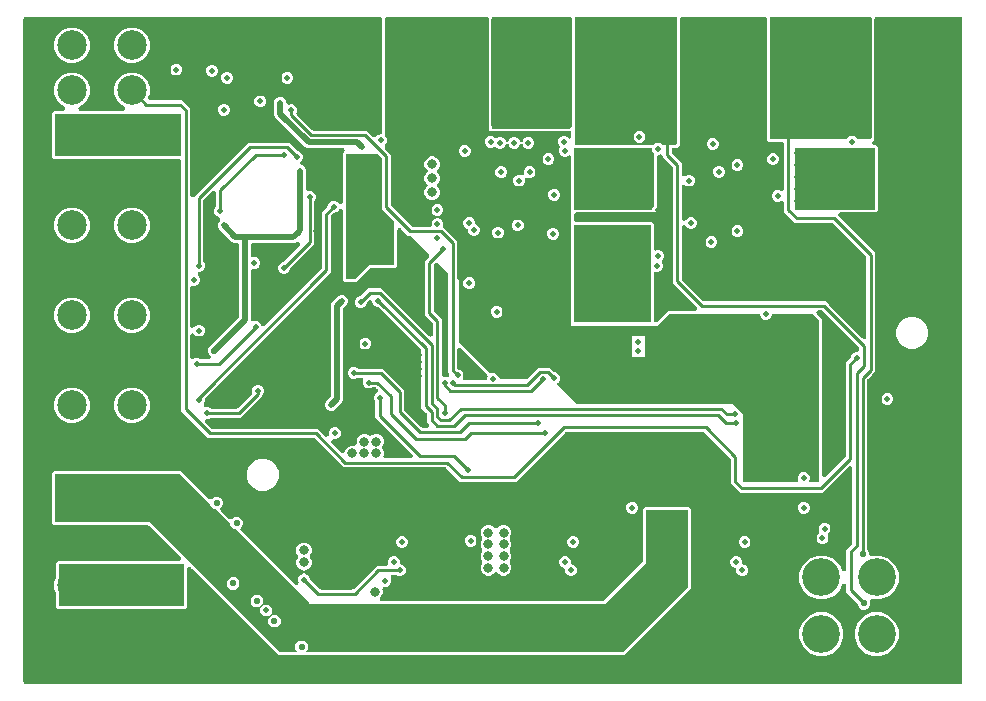
<source format=gbr>
G04 EAGLE Gerber RS-274X export*
G75*
%MOMM*%
%FSLAX34Y34*%
%LPD*%
%INPCBWay Copper Layer 14*%
%IPPOS*%
%AMOC8*
5,1,8,0,0,1.08239X$1,22.5*%
G01*
%ADD10C,6.000000*%
%ADD11C,2.500000*%
%ADD12C,3.200000*%
%ADD13C,0.550000*%
%ADD14C,0.500000*%
%ADD15C,0.800000*%
%ADD16C,0.500000*%
%ADD17C,0.250000*%

G36*
X775530Y-27496D02*
X775530Y-27496D01*
X775560Y-27498D01*
X775729Y-27476D01*
X775897Y-27459D01*
X775926Y-27450D01*
X775956Y-27446D01*
X776117Y-27391D01*
X776279Y-27341D01*
X776306Y-27327D01*
X776334Y-27317D01*
X776480Y-27231D01*
X776629Y-27150D01*
X776653Y-27130D01*
X776679Y-27115D01*
X776805Y-27002D01*
X776935Y-26892D01*
X776954Y-26869D01*
X776976Y-26848D01*
X777077Y-26712D01*
X777183Y-26579D01*
X777197Y-26552D01*
X777215Y-26528D01*
X777287Y-26375D01*
X777364Y-26223D01*
X777372Y-26194D01*
X777385Y-26167D01*
X777425Y-26001D01*
X777470Y-25838D01*
X777473Y-25808D01*
X777480Y-25779D01*
X777499Y-25500D01*
X777499Y535500D01*
X777496Y535530D01*
X777498Y535560D01*
X777476Y535729D01*
X777459Y535897D01*
X777450Y535926D01*
X777446Y535956D01*
X777391Y536117D01*
X777341Y536279D01*
X777327Y536306D01*
X777317Y536334D01*
X777231Y536480D01*
X777150Y536629D01*
X777130Y536653D01*
X777115Y536679D01*
X777002Y536805D01*
X776892Y536935D01*
X776869Y536954D01*
X776848Y536976D01*
X776712Y537077D01*
X776579Y537183D01*
X776552Y537197D01*
X776528Y537215D01*
X776375Y537287D01*
X776223Y537364D01*
X776194Y537372D01*
X776167Y537385D01*
X776001Y537425D01*
X775838Y537470D01*
X775808Y537473D01*
X775779Y537480D01*
X775500Y537499D01*
X705000Y537499D01*
X704970Y537496D01*
X704940Y537498D01*
X704771Y537476D01*
X704603Y537459D01*
X704574Y537450D01*
X704544Y537446D01*
X704383Y537391D01*
X704221Y537341D01*
X704194Y537327D01*
X704166Y537317D01*
X704020Y537231D01*
X703871Y537150D01*
X703847Y537130D01*
X703821Y537115D01*
X703695Y537002D01*
X703565Y536892D01*
X703546Y536869D01*
X703524Y536848D01*
X703423Y536712D01*
X703317Y536579D01*
X703303Y536552D01*
X703285Y536528D01*
X703213Y536375D01*
X703136Y536223D01*
X703128Y536194D01*
X703115Y536167D01*
X703075Y536001D01*
X703030Y535838D01*
X703027Y535808D01*
X703020Y535779D01*
X703001Y535500D01*
X703001Y433757D01*
X701657Y432414D01*
X701648Y432402D01*
X701636Y432392D01*
X701521Y432247D01*
X701405Y432104D01*
X701398Y432091D01*
X701388Y432079D01*
X701304Y431914D01*
X701218Y431751D01*
X701214Y431737D01*
X701207Y431723D01*
X701158Y431546D01*
X701106Y431368D01*
X701105Y431353D01*
X701101Y431338D01*
X701088Y431155D01*
X701072Y430970D01*
X701074Y430955D01*
X701073Y430940D01*
X701097Y430756D01*
X701118Y430573D01*
X701123Y430559D01*
X701125Y430544D01*
X701185Y430368D01*
X701242Y430193D01*
X701249Y430180D01*
X701254Y430166D01*
X701347Y430007D01*
X701439Y429846D01*
X701449Y429834D01*
X701456Y429821D01*
X701579Y429684D01*
X701701Y429544D01*
X701713Y429535D01*
X701723Y429524D01*
X701870Y429414D01*
X702017Y429301D01*
X702031Y429294D01*
X702043Y429285D01*
X702210Y429207D01*
X702376Y429125D01*
X702391Y429122D01*
X702404Y429115D01*
X702584Y429071D01*
X702763Y429025D01*
X702778Y429024D01*
X702792Y429020D01*
X703071Y429001D01*
X704243Y429001D01*
X706001Y427243D01*
X706001Y373757D01*
X704243Y371999D01*
X674132Y371999D01*
X674117Y371998D01*
X674102Y371999D01*
X673918Y371978D01*
X673734Y371959D01*
X673720Y371955D01*
X673705Y371953D01*
X673530Y371896D01*
X673353Y371841D01*
X673339Y371834D01*
X673325Y371829D01*
X673165Y371739D01*
X673002Y371650D01*
X672991Y371640D01*
X672977Y371632D01*
X672838Y371511D01*
X672697Y371392D01*
X672687Y371380D01*
X672676Y371370D01*
X672563Y371224D01*
X672449Y371079D01*
X672442Y371066D01*
X672433Y371054D01*
X672351Y370887D01*
X672268Y370723D01*
X672264Y370708D01*
X672257Y370695D01*
X672211Y370516D01*
X672161Y370338D01*
X672160Y370323D01*
X672156Y370308D01*
X672146Y370125D01*
X672133Y369940D01*
X672135Y369925D01*
X672134Y369910D01*
X672161Y369726D01*
X672185Y369544D01*
X672190Y369529D01*
X672192Y369514D01*
X672255Y369340D01*
X672315Y369166D01*
X672322Y369153D01*
X672328Y369139D01*
X672423Y368981D01*
X672517Y368821D01*
X672527Y368810D01*
X672535Y368797D01*
X672718Y368586D01*
X703751Y337554D01*
X703751Y237446D01*
X700968Y234664D01*
X697336Y231032D01*
X697308Y230997D01*
X697274Y230967D01*
X697182Y230843D01*
X697083Y230723D01*
X697062Y230682D01*
X697035Y230646D01*
X696969Y230506D01*
X696897Y230369D01*
X696884Y230326D01*
X696865Y230285D01*
X696828Y230135D01*
X696785Y229986D01*
X696781Y229941D01*
X696770Y229897D01*
X696751Y229618D01*
X696751Y87503D01*
X696755Y87458D01*
X696753Y87413D01*
X696775Y87260D01*
X696791Y87106D01*
X696804Y87062D01*
X696811Y87017D01*
X696863Y86872D01*
X696909Y86724D01*
X696930Y86684D01*
X696946Y86642D01*
X697026Y86510D01*
X697100Y86374D01*
X697130Y86339D01*
X697153Y86300D01*
X697336Y86089D01*
X697451Y85974D01*
X698251Y84044D01*
X698251Y83221D01*
X698253Y83199D01*
X698251Y83176D01*
X698273Y82999D01*
X698291Y82824D01*
X698297Y82802D01*
X698300Y82780D01*
X698356Y82612D01*
X698409Y82442D01*
X698420Y82422D01*
X698427Y82401D01*
X698515Y82248D01*
X698600Y82092D01*
X698615Y82075D01*
X698626Y82055D01*
X698743Y81922D01*
X698858Y81787D01*
X698876Y81773D01*
X698891Y81755D01*
X699032Y81649D01*
X699171Y81539D01*
X699191Y81528D01*
X699209Y81515D01*
X699369Y81438D01*
X699527Y81358D01*
X699549Y81352D01*
X699569Y81342D01*
X699741Y81298D01*
X699912Y81251D01*
X699935Y81249D01*
X699957Y81244D01*
X700134Y81236D01*
X700310Y81223D01*
X700333Y81226D01*
X700356Y81225D01*
X700531Y81252D01*
X700706Y81275D01*
X700728Y81282D01*
X700750Y81286D01*
X701015Y81374D01*
X701320Y81501D01*
X708680Y81501D01*
X715480Y78684D01*
X720684Y73480D01*
X723501Y66680D01*
X723501Y59320D01*
X720684Y52520D01*
X715480Y47316D01*
X708680Y44499D01*
X701226Y44499D01*
X701203Y44497D01*
X701180Y44499D01*
X701005Y44477D01*
X700829Y44459D01*
X700807Y44453D01*
X700784Y44450D01*
X700617Y44394D01*
X700447Y44341D01*
X700427Y44330D01*
X700405Y44323D01*
X700252Y44235D01*
X700097Y44150D01*
X700079Y44135D01*
X700059Y44123D01*
X699927Y44006D01*
X699791Y43892D01*
X699777Y43874D01*
X699760Y43859D01*
X699653Y43718D01*
X699543Y43579D01*
X699533Y43559D01*
X699519Y43540D01*
X699442Y43381D01*
X699362Y43223D01*
X699356Y43201D01*
X699346Y43180D01*
X699303Y43008D01*
X699256Y42838D01*
X699254Y42815D01*
X699248Y42793D01*
X699240Y42616D01*
X699228Y42440D01*
X699231Y42417D01*
X699230Y42394D01*
X699251Y42257D01*
X699251Y39956D01*
X698451Y38026D01*
X696974Y36549D01*
X695044Y35749D01*
X692956Y35749D01*
X691026Y36549D01*
X689549Y38026D01*
X688749Y39956D01*
X688749Y40118D01*
X688745Y40163D01*
X688747Y40209D01*
X688725Y40362D01*
X688709Y40516D01*
X688696Y40559D01*
X688689Y40604D01*
X688637Y40750D01*
X688591Y40897D01*
X688570Y40937D01*
X688554Y40980D01*
X688474Y41112D01*
X688400Y41248D01*
X688370Y41283D01*
X688347Y41321D01*
X688164Y41532D01*
X679249Y50446D01*
X679249Y55905D01*
X679249Y55912D01*
X679249Y55920D01*
X679229Y56110D01*
X679209Y56302D01*
X679207Y56309D01*
X679206Y56317D01*
X679148Y56499D01*
X679091Y56684D01*
X679088Y56690D01*
X679085Y56698D01*
X678993Y56864D01*
X678900Y57034D01*
X678895Y57040D01*
X678891Y57047D01*
X678767Y57191D01*
X678642Y57340D01*
X678636Y57344D01*
X678631Y57350D01*
X678481Y57468D01*
X678329Y57588D01*
X678322Y57591D01*
X678316Y57596D01*
X678145Y57681D01*
X677973Y57769D01*
X677966Y57771D01*
X677959Y57774D01*
X677773Y57824D01*
X677588Y57875D01*
X677581Y57876D01*
X677573Y57878D01*
X677382Y57890D01*
X677190Y57903D01*
X677182Y57902D01*
X677175Y57902D01*
X676985Y57876D01*
X676794Y57851D01*
X676787Y57849D01*
X676779Y57848D01*
X676597Y57784D01*
X676416Y57722D01*
X676409Y57718D01*
X676402Y57715D01*
X676237Y57616D01*
X676071Y57519D01*
X676066Y57514D01*
X676059Y57511D01*
X675916Y57381D01*
X675774Y57253D01*
X675769Y57247D01*
X675764Y57242D01*
X675649Y57086D01*
X675535Y56933D01*
X675532Y56926D01*
X675528Y56920D01*
X675403Y56670D01*
X673684Y52520D01*
X668480Y47316D01*
X661680Y44499D01*
X654320Y44499D01*
X647520Y47316D01*
X642316Y52520D01*
X639499Y59320D01*
X639499Y66680D01*
X642316Y73480D01*
X647520Y78684D01*
X654320Y81501D01*
X661680Y81501D01*
X668480Y78684D01*
X673684Y73480D01*
X675403Y69330D01*
X675406Y69324D01*
X675409Y69316D01*
X675502Y69146D01*
X675592Y68978D01*
X675597Y68973D01*
X675600Y68966D01*
X675724Y68819D01*
X675847Y68671D01*
X675853Y68666D01*
X675858Y68660D01*
X676007Y68542D01*
X676158Y68421D01*
X676165Y68417D01*
X676171Y68412D01*
X676341Y68326D01*
X676513Y68237D01*
X676520Y68235D01*
X676527Y68231D01*
X676710Y68181D01*
X676897Y68127D01*
X676905Y68127D01*
X676912Y68125D01*
X677102Y68112D01*
X677295Y68097D01*
X677303Y68098D01*
X677310Y68097D01*
X677501Y68122D01*
X677692Y68145D01*
X677699Y68148D01*
X677706Y68149D01*
X677889Y68211D01*
X678070Y68272D01*
X678077Y68276D01*
X678084Y68278D01*
X678250Y68376D01*
X678417Y68472D01*
X678422Y68477D01*
X678429Y68481D01*
X678572Y68609D01*
X678716Y68736D01*
X678721Y68742D01*
X678726Y68747D01*
X678841Y68901D01*
X678957Y69054D01*
X678960Y69061D01*
X678965Y69067D01*
X679047Y69241D01*
X679130Y69415D01*
X679132Y69422D01*
X679135Y69429D01*
X679180Y69614D01*
X679228Y69802D01*
X679228Y69809D01*
X679230Y69817D01*
X679249Y70095D01*
X679249Y86554D01*
X683664Y90968D01*
X683692Y91003D01*
X683726Y91033D01*
X683818Y91157D01*
X683917Y91277D01*
X683938Y91317D01*
X683965Y91354D01*
X684031Y91494D01*
X684103Y91631D01*
X684116Y91674D01*
X684135Y91715D01*
X684172Y91866D01*
X684215Y92014D01*
X684219Y92059D01*
X684230Y92103D01*
X684249Y92382D01*
X684249Y155118D01*
X684248Y155133D01*
X684249Y155148D01*
X684228Y155332D01*
X684209Y155516D01*
X684205Y155530D01*
X684203Y155545D01*
X684146Y155720D01*
X684091Y155897D01*
X684084Y155911D01*
X684079Y155925D01*
X683989Y156085D01*
X683900Y156248D01*
X683890Y156259D01*
X683882Y156273D01*
X683761Y156412D01*
X683642Y156553D01*
X683630Y156563D01*
X683620Y156574D01*
X683474Y156687D01*
X683329Y156801D01*
X683316Y156808D01*
X683304Y156817D01*
X683138Y156898D01*
X682973Y156982D01*
X682958Y156986D01*
X682945Y156993D01*
X682766Y157039D01*
X682588Y157089D01*
X682573Y157090D01*
X682558Y157094D01*
X682375Y157104D01*
X682190Y157117D01*
X682175Y157115D01*
X682160Y157116D01*
X681977Y157089D01*
X681794Y157065D01*
X681779Y157060D01*
X681764Y157058D01*
X681590Y156995D01*
X681416Y156935D01*
X681403Y156928D01*
X681389Y156922D01*
X681231Y156827D01*
X681071Y156733D01*
X681060Y156723D01*
X681047Y156715D01*
X680836Y156532D01*
X661836Y137532D01*
X659054Y134749D01*
X622008Y134749D01*
X622006Y134749D01*
X622003Y134749D01*
X592960Y134678D01*
X592915Y134673D01*
X592869Y134675D01*
X592845Y134672D01*
X590583Y134672D01*
X590581Y134672D01*
X590578Y134672D01*
X589028Y134668D01*
X587929Y135767D01*
X587928Y135768D01*
X587926Y135770D01*
X586300Y137387D01*
X586247Y137449D01*
X581249Y142446D01*
X581249Y162618D01*
X581245Y162663D01*
X581247Y162709D01*
X581225Y162862D01*
X581209Y163016D01*
X581196Y163059D01*
X581189Y163104D01*
X581137Y163250D01*
X581091Y163397D01*
X581070Y163437D01*
X581054Y163480D01*
X580974Y163612D01*
X580900Y163748D01*
X580870Y163783D01*
X580847Y163821D01*
X580664Y164032D01*
X559032Y185664D01*
X558997Y185692D01*
X558967Y185726D01*
X558843Y185818D01*
X558723Y185917D01*
X558683Y185938D01*
X558646Y185965D01*
X558506Y186031D01*
X558369Y186103D01*
X558326Y186116D01*
X558285Y186135D01*
X558134Y186172D01*
X557986Y186215D01*
X557941Y186219D01*
X557897Y186230D01*
X557618Y186249D01*
X442382Y186249D01*
X442336Y186245D01*
X442291Y186247D01*
X442138Y186225D01*
X441984Y186209D01*
X441941Y186196D01*
X441896Y186189D01*
X441750Y186137D01*
X441603Y186091D01*
X441563Y186070D01*
X441520Y186054D01*
X441388Y185974D01*
X441252Y185900D01*
X441217Y185870D01*
X441179Y185847D01*
X440968Y185664D01*
X399304Y143999D01*
X352196Y143999D01*
X340532Y155664D01*
X340497Y155692D01*
X340467Y155726D01*
X340343Y155818D01*
X340223Y155917D01*
X340183Y155938D01*
X340146Y155965D01*
X340006Y156031D01*
X339869Y156103D01*
X339826Y156116D01*
X339785Y156135D01*
X339634Y156172D01*
X339486Y156215D01*
X339441Y156219D01*
X339397Y156230D01*
X339118Y156249D01*
X253446Y156249D01*
X229032Y180664D01*
X228997Y180692D01*
X228967Y180726D01*
X228843Y180818D01*
X228723Y180917D01*
X228683Y180938D01*
X228646Y180965D01*
X228506Y181031D01*
X228369Y181103D01*
X228326Y181116D01*
X228285Y181135D01*
X228134Y181172D01*
X227986Y181215D01*
X227941Y181219D01*
X227897Y181230D01*
X227618Y181249D01*
X138446Y181249D01*
X116049Y203646D01*
X116049Y415000D01*
X116046Y415030D01*
X116048Y415060D01*
X116026Y415229D01*
X116009Y415397D01*
X116000Y415426D01*
X115996Y415456D01*
X115941Y415617D01*
X115891Y415779D01*
X115877Y415806D01*
X115867Y415834D01*
X115781Y415980D01*
X115700Y416129D01*
X115680Y416153D01*
X115665Y416179D01*
X115552Y416305D01*
X115442Y416435D01*
X115419Y416454D01*
X115398Y416476D01*
X115262Y416577D01*
X115129Y416683D01*
X115102Y416697D01*
X115078Y416715D01*
X114925Y416787D01*
X114773Y416864D01*
X114744Y416872D01*
X114717Y416885D01*
X114551Y416925D01*
X114388Y416970D01*
X114358Y416973D01*
X114329Y416980D01*
X114050Y416999D01*
X8757Y416999D01*
X6999Y418757D01*
X6999Y456243D01*
X8757Y458001D01*
X16014Y458001D01*
X16022Y458001D01*
X16030Y458001D01*
X16220Y458021D01*
X16412Y458041D01*
X16419Y458043D01*
X16427Y458044D01*
X16609Y458102D01*
X16793Y458159D01*
X16800Y458162D01*
X16807Y458165D01*
X16974Y458257D01*
X17144Y458350D01*
X17150Y458355D01*
X17156Y458359D01*
X17301Y458483D01*
X17449Y458608D01*
X17454Y458614D01*
X17460Y458619D01*
X17577Y458769D01*
X17697Y458921D01*
X17701Y458928D01*
X17706Y458934D01*
X17791Y459105D01*
X17878Y459277D01*
X17880Y459284D01*
X17884Y459291D01*
X17934Y459477D01*
X17985Y459662D01*
X17985Y459669D01*
X17987Y459677D01*
X17999Y459868D01*
X18013Y460060D01*
X18012Y460068D01*
X18012Y460075D01*
X17986Y460265D01*
X17961Y460456D01*
X17958Y460463D01*
X17957Y460471D01*
X17894Y460653D01*
X17831Y460834D01*
X17828Y460841D01*
X17825Y460848D01*
X17726Y461013D01*
X17629Y461179D01*
X17624Y461184D01*
X17620Y461191D01*
X17491Y461333D01*
X17363Y461476D01*
X17357Y461481D01*
X17352Y461486D01*
X17195Y461601D01*
X17042Y461715D01*
X17036Y461718D01*
X17029Y461722D01*
X16780Y461847D01*
X15003Y462583D01*
X10783Y466803D01*
X8499Y472316D01*
X8499Y478284D01*
X10783Y483797D01*
X15003Y488017D01*
X20516Y490301D01*
X26484Y490301D01*
X31997Y488017D01*
X36217Y483797D01*
X38501Y478284D01*
X38501Y472316D01*
X36217Y466803D01*
X31997Y462583D01*
X30220Y461847D01*
X30214Y461844D01*
X30207Y461841D01*
X30036Y461748D01*
X29869Y461658D01*
X29863Y461653D01*
X29856Y461650D01*
X29709Y461525D01*
X29561Y461403D01*
X29556Y461397D01*
X29551Y461392D01*
X29431Y461241D01*
X29311Y461092D01*
X29307Y461085D01*
X29303Y461079D01*
X29215Y460906D01*
X29127Y460737D01*
X29125Y460730D01*
X29122Y460723D01*
X29070Y460535D01*
X29018Y460353D01*
X29017Y460345D01*
X29015Y460338D01*
X29002Y460148D01*
X28987Y459955D01*
X28988Y459947D01*
X28987Y459940D01*
X29012Y459751D01*
X29036Y459558D01*
X29038Y459551D01*
X29039Y459544D01*
X29101Y459363D01*
X29162Y459180D01*
X29166Y459173D01*
X29169Y459166D01*
X29266Y459000D01*
X29362Y458834D01*
X29367Y458828D01*
X29371Y458821D01*
X29500Y458677D01*
X29626Y458534D01*
X29632Y458529D01*
X29637Y458524D01*
X29791Y458409D01*
X29945Y458293D01*
X29952Y458290D01*
X29958Y458285D01*
X30131Y458203D01*
X30305Y458120D01*
X30312Y458118D01*
X30319Y458115D01*
X30505Y458070D01*
X30692Y458022D01*
X30700Y458022D01*
X30707Y458020D01*
X30986Y458001D01*
X66814Y458001D01*
X66822Y458001D01*
X66830Y458001D01*
X67020Y458021D01*
X67212Y458041D01*
X67219Y458043D01*
X67227Y458044D01*
X67409Y458102D01*
X67593Y458159D01*
X67600Y458162D01*
X67607Y458165D01*
X67774Y458257D01*
X67944Y458350D01*
X67950Y458355D01*
X67956Y458359D01*
X68101Y458483D01*
X68249Y458608D01*
X68254Y458614D01*
X68260Y458619D01*
X68377Y458769D01*
X68497Y458921D01*
X68501Y458928D01*
X68506Y458934D01*
X68591Y459105D01*
X68678Y459277D01*
X68680Y459284D01*
X68684Y459291D01*
X68734Y459477D01*
X68785Y459662D01*
X68785Y459669D01*
X68787Y459677D01*
X68799Y459868D01*
X68813Y460060D01*
X68812Y460068D01*
X68812Y460075D01*
X68786Y460265D01*
X68761Y460456D01*
X68758Y460463D01*
X68757Y460471D01*
X68694Y460653D01*
X68631Y460834D01*
X68628Y460841D01*
X68625Y460848D01*
X68526Y461013D01*
X68429Y461179D01*
X68424Y461184D01*
X68420Y461191D01*
X68291Y461333D01*
X68163Y461476D01*
X68157Y461481D01*
X68152Y461486D01*
X67995Y461601D01*
X67842Y461715D01*
X67836Y461718D01*
X67829Y461722D01*
X67580Y461847D01*
X65803Y462583D01*
X61583Y466803D01*
X59299Y472316D01*
X59299Y478284D01*
X61583Y483797D01*
X65803Y488017D01*
X71316Y490301D01*
X77284Y490301D01*
X82797Y488017D01*
X87017Y483797D01*
X89301Y478284D01*
X89301Y472316D01*
X88265Y469815D01*
X88258Y469793D01*
X88248Y469773D01*
X88201Y469602D01*
X88150Y469433D01*
X88147Y469410D01*
X88141Y469388D01*
X88129Y469211D01*
X88113Y469035D01*
X88115Y469012D01*
X88113Y468990D01*
X88136Y468814D01*
X88155Y468638D01*
X88162Y468616D01*
X88165Y468594D01*
X88223Y468426D01*
X88276Y468257D01*
X88288Y468237D01*
X88295Y468216D01*
X88384Y468063D01*
X88471Y467908D01*
X88486Y467891D01*
X88497Y467871D01*
X88615Y467740D01*
X88730Y467605D01*
X88748Y467591D01*
X88764Y467574D01*
X88905Y467468D01*
X89045Y467359D01*
X89066Y467349D01*
X89084Y467335D01*
X89244Y467260D01*
X89403Y467181D01*
X89425Y467175D01*
X89445Y467165D01*
X89617Y467123D01*
X89789Y467077D01*
X89811Y467076D01*
X89833Y467070D01*
X90112Y467051D01*
X116854Y467051D01*
X123551Y460354D01*
X123551Y386682D01*
X123552Y386667D01*
X123551Y386652D01*
X123572Y386468D01*
X123591Y386284D01*
X123595Y386270D01*
X123597Y386255D01*
X123654Y386080D01*
X123709Y385903D01*
X123716Y385889D01*
X123721Y385875D01*
X123811Y385715D01*
X123900Y385552D01*
X123910Y385541D01*
X123918Y385527D01*
X124038Y385389D01*
X124158Y385247D01*
X124170Y385237D01*
X124180Y385226D01*
X124326Y385114D01*
X124471Y384999D01*
X124484Y384992D01*
X124496Y384983D01*
X124662Y384902D01*
X124827Y384818D01*
X124842Y384814D01*
X124855Y384807D01*
X125034Y384761D01*
X125212Y384711D01*
X125227Y384710D01*
X125242Y384706D01*
X125425Y384696D01*
X125610Y384683D01*
X125625Y384685D01*
X125640Y384684D01*
X125823Y384711D01*
X126006Y384735D01*
X126021Y384740D01*
X126036Y384742D01*
X126210Y384805D01*
X126384Y384865D01*
X126397Y384872D01*
X126411Y384878D01*
X126569Y384973D01*
X126729Y385067D01*
X126740Y385077D01*
X126753Y385085D01*
X126964Y385268D01*
X130032Y388336D01*
X172446Y430751D01*
X207554Y430751D01*
X213718Y424586D01*
X213753Y424558D01*
X213783Y424524D01*
X213907Y424432D01*
X214027Y424333D01*
X214067Y424312D01*
X214104Y424285D01*
X214244Y424219D01*
X214381Y424147D01*
X214424Y424134D01*
X214465Y424115D01*
X214616Y424078D01*
X214764Y424035D01*
X214809Y424031D01*
X214853Y424020D01*
X214967Y424012D01*
X216833Y423239D01*
X218239Y421833D01*
X219001Y419995D01*
X219001Y418005D01*
X218239Y416167D01*
X217337Y415265D01*
X217323Y415248D01*
X217306Y415233D01*
X217196Y415092D01*
X217084Y414956D01*
X217074Y414936D01*
X217060Y414918D01*
X216981Y414759D01*
X216898Y414603D01*
X216892Y414581D01*
X216882Y414561D01*
X216836Y414389D01*
X216786Y414219D01*
X216784Y414197D01*
X216778Y414175D01*
X216767Y413997D01*
X216752Y413821D01*
X216754Y413799D01*
X216753Y413776D01*
X216777Y413600D01*
X216798Y413425D01*
X216805Y413403D01*
X216808Y413380D01*
X216867Y413213D01*
X216922Y413045D01*
X216933Y413025D01*
X216940Y413004D01*
X217031Y412852D01*
X217118Y412697D01*
X217133Y412680D01*
X217145Y412661D01*
X217264Y412529D01*
X217381Y412396D01*
X217398Y412382D01*
X217414Y412365D01*
X217557Y412260D01*
X217697Y412152D01*
X217718Y412142D01*
X217736Y412129D01*
X217986Y412004D01*
X219833Y411239D01*
X221239Y409833D01*
X222001Y407995D01*
X222001Y392000D01*
X222004Y391970D01*
X222002Y391940D01*
X222024Y391771D01*
X222041Y391603D01*
X222050Y391574D01*
X222054Y391544D01*
X222109Y391383D01*
X222159Y391221D01*
X222173Y391194D01*
X222183Y391166D01*
X222269Y391020D01*
X222350Y390871D01*
X222370Y390847D01*
X222385Y390821D01*
X222498Y390695D01*
X222608Y390565D01*
X222631Y390546D01*
X222652Y390524D01*
X222788Y390423D01*
X222921Y390317D01*
X222948Y390303D01*
X222972Y390285D01*
X223125Y390213D01*
X223277Y390136D01*
X223306Y390128D01*
X223333Y390115D01*
X223499Y390075D01*
X223662Y390030D01*
X223692Y390027D01*
X223721Y390020D01*
X224000Y390001D01*
X225995Y390001D01*
X227833Y389239D01*
X229239Y387833D01*
X230001Y385995D01*
X230001Y384005D01*
X229226Y382134D01*
X229182Y382075D01*
X229083Y381955D01*
X229062Y381915D01*
X229035Y381878D01*
X228969Y381739D01*
X228897Y381602D01*
X228884Y381558D01*
X228865Y381517D01*
X228828Y381367D01*
X228785Y381218D01*
X228781Y381173D01*
X228770Y381129D01*
X228751Y380851D01*
X228751Y345446D01*
X208586Y325282D01*
X208558Y325247D01*
X208524Y325217D01*
X208432Y325093D01*
X208333Y324973D01*
X208312Y324933D01*
X208285Y324896D01*
X208219Y324756D01*
X208147Y324619D01*
X208134Y324576D01*
X208115Y324535D01*
X208078Y324384D01*
X208035Y324236D01*
X208031Y324191D01*
X208020Y324147D01*
X208012Y324033D01*
X207239Y322167D01*
X205833Y320761D01*
X203995Y319999D01*
X202005Y319999D01*
X200167Y320761D01*
X198761Y322167D01*
X197999Y324005D01*
X197999Y325995D01*
X198761Y327833D01*
X200167Y329239D01*
X202038Y330014D01*
X202112Y330025D01*
X202266Y330041D01*
X202309Y330054D01*
X202354Y330061D01*
X202500Y330113D01*
X202647Y330159D01*
X202687Y330180D01*
X202730Y330196D01*
X202862Y330276D01*
X202998Y330350D01*
X203033Y330380D01*
X203071Y330403D01*
X203282Y330586D01*
X216326Y343630D01*
X216331Y343636D01*
X216336Y343641D01*
X216456Y343789D01*
X216578Y343939D01*
X216582Y343946D01*
X216587Y343952D01*
X216675Y344122D01*
X216765Y344293D01*
X216767Y344300D01*
X216770Y344307D01*
X216823Y344491D01*
X216877Y344676D01*
X216878Y344683D01*
X216880Y344691D01*
X216895Y344882D01*
X216911Y345074D01*
X216910Y345081D01*
X216911Y345089D01*
X216887Y345280D01*
X216865Y345471D01*
X216863Y345478D01*
X216862Y345485D01*
X216802Y345664D01*
X216741Y345850D01*
X216737Y345857D01*
X216735Y345864D01*
X216639Y346031D01*
X216544Y346198D01*
X216539Y346204D01*
X216536Y346210D01*
X216408Y346354D01*
X216282Y346499D01*
X216276Y346504D01*
X216271Y346510D01*
X216118Y346625D01*
X215966Y346743D01*
X215959Y346746D01*
X215953Y346751D01*
X215778Y346834D01*
X215607Y346918D01*
X215600Y346920D01*
X215593Y346924D01*
X215405Y346971D01*
X215220Y347019D01*
X215213Y347019D01*
X215205Y347021D01*
X215012Y347030D01*
X214822Y347041D01*
X214814Y347040D01*
X214806Y347040D01*
X214617Y347011D01*
X214426Y346983D01*
X214419Y346980D01*
X214412Y346979D01*
X214147Y346891D01*
X211995Y345999D01*
X177000Y345999D01*
X176970Y345996D01*
X176940Y345998D01*
X176771Y345976D01*
X176603Y345959D01*
X176574Y345950D01*
X176544Y345946D01*
X176383Y345891D01*
X176221Y345841D01*
X176194Y345827D01*
X176166Y345817D01*
X176020Y345731D01*
X175871Y345650D01*
X175847Y345630D01*
X175821Y345615D01*
X175695Y345502D01*
X175565Y345392D01*
X175546Y345369D01*
X175524Y345348D01*
X175423Y345212D01*
X175317Y345079D01*
X175303Y345052D01*
X175285Y345028D01*
X175213Y344875D01*
X175136Y344723D01*
X175128Y344694D01*
X175115Y344667D01*
X175075Y344501D01*
X175030Y344338D01*
X175027Y344308D01*
X175020Y344279D01*
X175001Y344000D01*
X175001Y336000D01*
X175004Y335970D01*
X175002Y335940D01*
X175024Y335771D01*
X175041Y335603D01*
X175050Y335574D01*
X175054Y335544D01*
X175109Y335383D01*
X175159Y335221D01*
X175173Y335194D01*
X175183Y335166D01*
X175269Y335020D01*
X175350Y334871D01*
X175370Y334847D01*
X175385Y334821D01*
X175498Y334695D01*
X175608Y334565D01*
X175631Y334546D01*
X175652Y334524D01*
X175788Y334423D01*
X175921Y334317D01*
X175948Y334303D01*
X175972Y334285D01*
X176125Y334213D01*
X176277Y334136D01*
X176306Y334128D01*
X176333Y334115D01*
X176499Y334075D01*
X176662Y334030D01*
X176692Y334027D01*
X176721Y334020D01*
X177000Y334001D01*
X178995Y334001D01*
X180833Y333239D01*
X182239Y331833D01*
X183001Y329995D01*
X183001Y328005D01*
X182239Y326167D01*
X180833Y324761D01*
X178995Y323999D01*
X177000Y323999D01*
X176970Y323996D01*
X176940Y323998D01*
X176771Y323976D01*
X176603Y323959D01*
X176574Y323950D01*
X176544Y323946D01*
X176383Y323891D01*
X176221Y323841D01*
X176194Y323827D01*
X176166Y323817D01*
X176020Y323731D01*
X175871Y323650D01*
X175847Y323630D01*
X175821Y323615D01*
X175695Y323502D01*
X175565Y323392D01*
X175546Y323369D01*
X175524Y323348D01*
X175423Y323212D01*
X175317Y323079D01*
X175303Y323052D01*
X175285Y323028D01*
X175213Y322875D01*
X175136Y322723D01*
X175128Y322694D01*
X175115Y322667D01*
X175075Y322501D01*
X175030Y322338D01*
X175027Y322308D01*
X175020Y322279D01*
X175001Y322000D01*
X175001Y281748D01*
X175003Y281726D01*
X175001Y281703D01*
X175023Y281527D01*
X175041Y281351D01*
X175047Y281329D01*
X175050Y281307D01*
X175106Y281139D01*
X175159Y280969D01*
X175170Y280949D01*
X175177Y280928D01*
X175265Y280775D01*
X175350Y280619D01*
X175365Y280601D01*
X175376Y280582D01*
X175494Y280449D01*
X175608Y280313D01*
X175626Y280299D01*
X175641Y280282D01*
X175782Y280175D01*
X175921Y280065D01*
X175941Y280055D01*
X175959Y280041D01*
X176119Y279965D01*
X176277Y279884D01*
X176299Y279878D01*
X176319Y279868D01*
X176491Y279825D01*
X176662Y279778D01*
X176685Y279776D01*
X176707Y279771D01*
X176884Y279762D01*
X177060Y279750D01*
X177083Y279753D01*
X177106Y279752D01*
X177281Y279779D01*
X177456Y279802D01*
X177478Y279809D01*
X177500Y279813D01*
X177765Y279901D01*
X178005Y280001D01*
X179995Y280001D01*
X181833Y279239D01*
X183239Y277833D01*
X183643Y276857D01*
X183654Y276837D01*
X183661Y276816D01*
X183749Y276661D01*
X183832Y276505D01*
X183847Y276488D01*
X183858Y276468D01*
X183974Y276334D01*
X184088Y276198D01*
X184105Y276184D01*
X184120Y276167D01*
X184261Y276058D01*
X184399Y275947D01*
X184419Y275937D01*
X184437Y275923D01*
X184596Y275846D01*
X184753Y275764D01*
X184775Y275758D01*
X184796Y275748D01*
X184966Y275703D01*
X185138Y275654D01*
X185160Y275653D01*
X185182Y275647D01*
X185358Y275637D01*
X185536Y275623D01*
X185558Y275626D01*
X185581Y275625D01*
X185755Y275651D01*
X185932Y275672D01*
X185954Y275680D01*
X185976Y275683D01*
X186143Y275743D01*
X186311Y275799D01*
X186331Y275810D01*
X186352Y275818D01*
X186503Y275910D01*
X186657Y275999D01*
X186674Y276014D01*
X186693Y276025D01*
X186904Y276209D01*
X234664Y323968D01*
X234692Y324003D01*
X234726Y324033D01*
X234818Y324157D01*
X234917Y324277D01*
X234938Y324317D01*
X234965Y324354D01*
X235031Y324494D01*
X235103Y324631D01*
X235116Y324674D01*
X235135Y324715D01*
X235172Y324866D01*
X235215Y325014D01*
X235219Y325059D01*
X235230Y325103D01*
X235249Y325382D01*
X235249Y372554D01*
X239414Y376718D01*
X239442Y376753D01*
X239476Y376783D01*
X239568Y376907D01*
X239667Y377027D01*
X239688Y377067D01*
X239715Y377104D01*
X239781Y377244D01*
X239853Y377381D01*
X239866Y377424D01*
X239885Y377465D01*
X239922Y377616D01*
X239965Y377764D01*
X239969Y377809D01*
X239980Y377853D01*
X239988Y377967D01*
X240761Y379833D01*
X242167Y381239D01*
X244005Y382001D01*
X245995Y382001D01*
X247833Y381239D01*
X249295Y379777D01*
X249342Y379690D01*
X249347Y379684D01*
X249350Y379677D01*
X249477Y379527D01*
X249597Y379382D01*
X249603Y379377D01*
X249608Y379372D01*
X249759Y379252D01*
X249908Y379132D01*
X249915Y379128D01*
X249921Y379123D01*
X250092Y379036D01*
X250263Y378948D01*
X250270Y378946D01*
X250277Y378943D01*
X250462Y378891D01*
X250647Y378839D01*
X250654Y378838D01*
X250662Y378836D01*
X250853Y378823D01*
X251045Y378808D01*
X251053Y378809D01*
X251060Y378808D01*
X251251Y378833D01*
X251441Y378857D01*
X251449Y378859D01*
X251456Y378860D01*
X251638Y378922D01*
X251820Y378983D01*
X251827Y378987D01*
X251834Y378990D01*
X252000Y379087D01*
X252166Y379183D01*
X252172Y379188D01*
X252179Y379192D01*
X252322Y379320D01*
X252466Y379447D01*
X252470Y379453D01*
X252476Y379458D01*
X252590Y379611D01*
X252707Y379765D01*
X252710Y379772D01*
X252715Y379779D01*
X252797Y379953D01*
X252880Y380125D01*
X252882Y380133D01*
X252885Y380140D01*
X252931Y380327D01*
X252978Y380513D01*
X252978Y380520D01*
X252980Y380528D01*
X252999Y380806D01*
X252999Y422243D01*
X253843Y423086D01*
X253852Y423098D01*
X253864Y423108D01*
X253979Y423253D01*
X254095Y423396D01*
X254102Y423409D01*
X254112Y423421D01*
X254196Y423586D01*
X254282Y423749D01*
X254286Y423763D01*
X254293Y423777D01*
X254342Y423954D01*
X254394Y424132D01*
X254395Y424147D01*
X254399Y424162D01*
X254412Y424345D01*
X254428Y424530D01*
X254426Y424545D01*
X254427Y424560D01*
X254403Y424744D01*
X254382Y424927D01*
X254377Y424941D01*
X254375Y424956D01*
X254315Y425132D01*
X254258Y425307D01*
X254251Y425320D01*
X254246Y425334D01*
X254152Y425494D01*
X254061Y425654D01*
X254051Y425666D01*
X254044Y425679D01*
X253920Y425817D01*
X253799Y425956D01*
X253787Y425965D01*
X253777Y425976D01*
X253629Y426087D01*
X253483Y426199D01*
X253469Y426206D01*
X253457Y426215D01*
X253290Y426293D01*
X253124Y426375D01*
X253109Y426378D01*
X253096Y426385D01*
X252916Y426429D01*
X252737Y426475D01*
X252722Y426476D01*
X252708Y426480D01*
X252429Y426499D01*
X222991Y426499D01*
X221153Y427261D01*
X195761Y452653D01*
X194999Y454491D01*
X194999Y465995D01*
X195761Y467833D01*
X197167Y469239D01*
X199005Y470001D01*
X200995Y470001D01*
X202833Y469239D01*
X204239Y467833D01*
X205001Y465995D01*
X205001Y465248D01*
X205003Y465226D01*
X205001Y465203D01*
X205023Y465027D01*
X205041Y464851D01*
X205047Y464829D01*
X205050Y464807D01*
X205106Y464639D01*
X205159Y464469D01*
X205170Y464449D01*
X205177Y464428D01*
X205265Y464275D01*
X205350Y464119D01*
X205365Y464101D01*
X205376Y464082D01*
X205494Y463949D01*
X205608Y463813D01*
X205626Y463799D01*
X205641Y463782D01*
X205782Y463675D01*
X205921Y463565D01*
X205941Y463555D01*
X205959Y463541D01*
X206119Y463465D01*
X206277Y463384D01*
X206299Y463378D01*
X206319Y463368D01*
X206491Y463325D01*
X206662Y463278D01*
X206685Y463276D01*
X206707Y463271D01*
X206884Y463262D01*
X207060Y463250D01*
X207083Y463253D01*
X207106Y463252D01*
X207281Y463279D01*
X207456Y463302D01*
X207478Y463309D01*
X207500Y463313D01*
X207765Y463401D01*
X208005Y463501D01*
X209995Y463501D01*
X211833Y462739D01*
X213239Y461333D01*
X214001Y459495D01*
X214001Y457505D01*
X213721Y456829D01*
X213710Y456793D01*
X213693Y456759D01*
X213652Y456602D01*
X213605Y456447D01*
X213602Y456409D01*
X213592Y456372D01*
X213584Y456211D01*
X213569Y456049D01*
X213573Y456011D01*
X213571Y455974D01*
X213594Y455813D01*
X213611Y455652D01*
X213623Y455616D01*
X213628Y455578D01*
X213683Y455426D01*
X213732Y455271D01*
X213751Y455238D01*
X213764Y455203D01*
X213848Y455064D01*
X213927Y454922D01*
X213951Y454893D01*
X213971Y454861D01*
X214154Y454650D01*
X226968Y441836D01*
X227003Y441808D01*
X227033Y441774D01*
X227157Y441682D01*
X227277Y441583D01*
X227317Y441562D01*
X227354Y441535D01*
X227494Y441469D01*
X227631Y441397D01*
X227674Y441384D01*
X227715Y441365D01*
X227866Y441328D01*
X228014Y441285D01*
X228059Y441281D01*
X228103Y441270D01*
X228382Y441251D01*
X273054Y441251D01*
X278202Y436102D01*
X278226Y436083D01*
X278246Y436060D01*
X278380Y435956D01*
X278512Y435849D01*
X278538Y435835D01*
X278562Y435817D01*
X278715Y435742D01*
X278865Y435663D01*
X278894Y435654D01*
X278921Y435641D01*
X279085Y435598D01*
X279248Y435550D01*
X279279Y435548D01*
X279308Y435540D01*
X279477Y435531D01*
X279646Y435517D01*
X279676Y435520D01*
X279707Y435518D01*
X279874Y435543D01*
X280043Y435562D01*
X280072Y435572D01*
X280102Y435576D01*
X280262Y435634D01*
X280423Y435686D01*
X280449Y435701D01*
X280478Y435711D01*
X280623Y435800D01*
X280770Y435883D01*
X280793Y435903D01*
X280819Y435919D01*
X281030Y436102D01*
X282167Y437239D01*
X284005Y438001D01*
X284250Y438001D01*
X284280Y438004D01*
X284310Y438002D01*
X284479Y438024D01*
X284647Y438041D01*
X284676Y438050D01*
X284706Y438054D01*
X284867Y438109D01*
X285029Y438159D01*
X285056Y438173D01*
X285084Y438183D01*
X285230Y438269D01*
X285379Y438350D01*
X285403Y438370D01*
X285429Y438385D01*
X285555Y438498D01*
X285685Y438608D01*
X285704Y438631D01*
X285726Y438652D01*
X285827Y438788D01*
X285933Y438921D01*
X285947Y438948D01*
X285965Y438972D01*
X286037Y439125D01*
X286114Y439277D01*
X286122Y439306D01*
X286135Y439333D01*
X286175Y439499D01*
X286220Y439662D01*
X286223Y439692D01*
X286230Y439721D01*
X286249Y440000D01*
X286249Y535500D01*
X286246Y535530D01*
X286248Y535560D01*
X286226Y535729D01*
X286209Y535897D01*
X286200Y535926D01*
X286196Y535956D01*
X286141Y536117D01*
X286091Y536279D01*
X286077Y536306D01*
X286067Y536334D01*
X285981Y536480D01*
X285900Y536629D01*
X285880Y536653D01*
X285865Y536679D01*
X285752Y536805D01*
X285642Y536935D01*
X285619Y536954D01*
X285598Y536976D01*
X285462Y537077D01*
X285329Y537183D01*
X285302Y537197D01*
X285278Y537215D01*
X285125Y537287D01*
X284973Y537364D01*
X284944Y537372D01*
X284917Y537385D01*
X284751Y537425D01*
X284588Y537470D01*
X284558Y537473D01*
X284529Y537480D01*
X284250Y537499D01*
X-15500Y537499D01*
X-15530Y537496D01*
X-15560Y537498D01*
X-15729Y537476D01*
X-15897Y537459D01*
X-15926Y537450D01*
X-15956Y537446D01*
X-16117Y537391D01*
X-16279Y537341D01*
X-16306Y537327D01*
X-16334Y537317D01*
X-16480Y537231D01*
X-16629Y537150D01*
X-16653Y537130D01*
X-16679Y537115D01*
X-16805Y537002D01*
X-16935Y536892D01*
X-16954Y536869D01*
X-16976Y536848D01*
X-17077Y536712D01*
X-17183Y536579D01*
X-17197Y536552D01*
X-17215Y536528D01*
X-17287Y536375D01*
X-17364Y536223D01*
X-17372Y536194D01*
X-17385Y536167D01*
X-17425Y536001D01*
X-17470Y535838D01*
X-17473Y535808D01*
X-17480Y535779D01*
X-17499Y535500D01*
X-17499Y-25500D01*
X-17496Y-25530D01*
X-17498Y-25560D01*
X-17476Y-25729D01*
X-17459Y-25897D01*
X-17450Y-25926D01*
X-17446Y-25956D01*
X-17391Y-26117D01*
X-17341Y-26279D01*
X-17327Y-26306D01*
X-17317Y-26334D01*
X-17231Y-26480D01*
X-17150Y-26629D01*
X-17130Y-26653D01*
X-17115Y-26679D01*
X-17002Y-26805D01*
X-16892Y-26935D01*
X-16869Y-26954D01*
X-16848Y-26976D01*
X-16712Y-27077D01*
X-16579Y-27183D01*
X-16552Y-27197D01*
X-16528Y-27215D01*
X-16375Y-27287D01*
X-16223Y-27364D01*
X-16194Y-27372D01*
X-16167Y-27385D01*
X-16001Y-27425D01*
X-15838Y-27470D01*
X-15808Y-27473D01*
X-15779Y-27480D01*
X-15500Y-27499D01*
X775500Y-27499D01*
X775530Y-27496D01*
G37*
G36*
X637118Y143758D02*
X637118Y143758D01*
X637173Y143756D01*
X637274Y143778D01*
X637376Y143791D01*
X637428Y143811D01*
X637482Y143823D01*
X637574Y143869D01*
X637670Y143908D01*
X637714Y143940D01*
X637763Y143965D01*
X637841Y144033D01*
X637924Y144094D01*
X637959Y144137D01*
X638000Y144173D01*
X638058Y144259D01*
X638123Y144339D01*
X638146Y144389D01*
X638177Y144434D01*
X638212Y144532D01*
X638255Y144625D01*
X638265Y144680D01*
X638284Y144732D01*
X638293Y144834D01*
X638311Y144936D01*
X638307Y144991D01*
X638312Y145046D01*
X638298Y145109D01*
X638287Y145250D01*
X638232Y145414D01*
X638218Y145478D01*
X637999Y146005D01*
X637999Y147995D01*
X638761Y149833D01*
X640167Y151239D01*
X642005Y152001D01*
X643995Y152001D01*
X645833Y151239D01*
X647239Y149833D01*
X648001Y147995D01*
X648001Y146005D01*
X647782Y145478D01*
X647768Y145425D01*
X647745Y145375D01*
X647727Y145273D01*
X647699Y145174D01*
X647699Y145118D01*
X647689Y145064D01*
X647697Y144961D01*
X647695Y144858D01*
X647708Y144805D01*
X647713Y144750D01*
X647746Y144652D01*
X647770Y144552D01*
X647797Y144503D01*
X647814Y144451D01*
X647871Y144365D01*
X647920Y144274D01*
X647957Y144234D01*
X647988Y144187D01*
X648064Y144118D01*
X648134Y144042D01*
X648181Y144013D01*
X648222Y143976D01*
X648313Y143928D01*
X648400Y143872D01*
X648452Y143855D01*
X648501Y143829D01*
X648565Y143818D01*
X648699Y143773D01*
X648872Y143762D01*
X648936Y143751D01*
X655000Y143751D01*
X655125Y143767D01*
X655250Y143776D01*
X655281Y143787D01*
X655313Y143791D01*
X655430Y143837D01*
X655549Y143878D01*
X655576Y143896D01*
X655606Y143908D01*
X655707Y143982D01*
X655813Y144051D01*
X655834Y144075D01*
X655860Y144094D01*
X655940Y144192D01*
X656024Y144285D01*
X656039Y144314D01*
X656060Y144339D01*
X656113Y144453D01*
X656171Y144565D01*
X656175Y144590D01*
X656192Y144625D01*
X656248Y144936D01*
X656245Y144975D01*
X656249Y145000D01*
X656249Y280000D01*
X656235Y280109D01*
X656230Y280219D01*
X656216Y280265D01*
X656209Y280313D01*
X656169Y280415D01*
X656136Y280520D01*
X656114Y280551D01*
X656092Y280606D01*
X655906Y280860D01*
X655891Y280873D01*
X655883Y280883D01*
X650883Y285883D01*
X650797Y285951D01*
X650715Y286024D01*
X650672Y286047D01*
X650634Y286077D01*
X650533Y286120D01*
X650436Y286171D01*
X650399Y286178D01*
X650344Y286201D01*
X650032Y286249D01*
X650013Y286247D01*
X650000Y286249D01*
X617250Y286249D01*
X617125Y286233D01*
X617000Y286224D01*
X616969Y286213D01*
X616937Y286209D01*
X616820Y286163D01*
X616701Y286122D01*
X616674Y286104D01*
X616644Y286092D01*
X616543Y286018D01*
X616437Y285949D01*
X616416Y285925D01*
X616390Y285906D01*
X616310Y285808D01*
X616226Y285715D01*
X616211Y285686D01*
X616190Y285661D01*
X616137Y285547D01*
X616079Y285436D01*
X616075Y285410D01*
X616058Y285375D01*
X616002Y285064D01*
X616005Y285025D01*
X616002Y285009D01*
X615239Y283167D01*
X613833Y281761D01*
X611995Y280999D01*
X610005Y280999D01*
X608167Y281761D01*
X606761Y283167D01*
X605998Y285008D01*
X605983Y285125D01*
X605974Y285250D01*
X605963Y285281D01*
X605959Y285313D01*
X605913Y285430D01*
X605872Y285549D01*
X605854Y285576D01*
X605842Y285606D01*
X605768Y285707D01*
X605699Y285813D01*
X605675Y285834D01*
X605656Y285860D01*
X605558Y285940D01*
X605465Y286024D01*
X605436Y286039D01*
X605411Y286060D01*
X605297Y286113D01*
X605186Y286171D01*
X605160Y286175D01*
X605125Y286192D01*
X604814Y286248D01*
X604775Y286245D01*
X604750Y286249D01*
X530000Y286249D01*
X529891Y286235D01*
X529781Y286230D01*
X529735Y286216D01*
X529687Y286209D01*
X529585Y286169D01*
X529480Y286136D01*
X529449Y286114D01*
X529394Y286092D01*
X529140Y285906D01*
X529128Y285891D01*
X529117Y285883D01*
X519483Y276249D01*
X446249Y276249D01*
X446249Y379855D01*
X446246Y379878D01*
X446248Y379901D01*
X446236Y379956D01*
X446230Y380006D01*
X446222Y380109D01*
X446214Y380135D01*
X446209Y380168D01*
X446167Y380274D01*
X446154Y380333D01*
X445999Y380707D01*
X445999Y383293D01*
X446154Y383667D01*
X446160Y383689D01*
X446171Y383710D01*
X446181Y383765D01*
X446237Y383971D01*
X446239Y384086D01*
X446249Y384145D01*
X446249Y389855D01*
X446246Y389878D01*
X446248Y389901D01*
X446236Y389956D01*
X446233Y389983D01*
X446224Y390103D01*
X446214Y390133D01*
X446209Y390168D01*
X446167Y390274D01*
X446154Y390333D01*
X445999Y390707D01*
X445999Y393293D01*
X446154Y393667D01*
X446160Y393689D01*
X446171Y393710D01*
X446181Y393765D01*
X446237Y393971D01*
X446239Y394086D01*
X446249Y394145D01*
X446249Y399855D01*
X446246Y399878D01*
X446248Y399901D01*
X446236Y399955D01*
X446232Y399991D01*
X446224Y400097D01*
X446215Y400123D01*
X446209Y400168D01*
X446167Y400274D01*
X446154Y400333D01*
X445999Y400707D01*
X445999Y403293D01*
X446154Y403667D01*
X446160Y403689D01*
X446171Y403710D01*
X446181Y403765D01*
X446237Y403971D01*
X446239Y404086D01*
X446249Y404145D01*
X446249Y409855D01*
X446246Y409878D01*
X446248Y409901D01*
X446236Y409956D01*
X446231Y410000D01*
X446224Y410091D01*
X446216Y410114D01*
X446209Y410168D01*
X446167Y410274D01*
X446154Y410333D01*
X445999Y410707D01*
X445999Y413293D01*
X446154Y413667D01*
X446160Y413689D01*
X446171Y413710D01*
X446181Y413765D01*
X446237Y413971D01*
X446239Y414086D01*
X446249Y414145D01*
X446249Y419161D01*
X446231Y419302D01*
X446217Y419443D01*
X446211Y419458D01*
X446209Y419474D01*
X446157Y419606D01*
X446108Y419739D01*
X446098Y419752D01*
X446092Y419767D01*
X446008Y419882D01*
X445928Y419998D01*
X445915Y420009D01*
X445906Y420022D01*
X445796Y420111D01*
X445688Y420204D01*
X445674Y420211D01*
X445661Y420221D01*
X445532Y420281D01*
X445405Y420343D01*
X445389Y420346D01*
X445375Y420353D01*
X445235Y420378D01*
X445096Y420407D01*
X445080Y420406D01*
X445064Y420409D01*
X444923Y420398D01*
X444781Y420391D01*
X444766Y420386D01*
X444750Y420385D01*
X444615Y420339D01*
X444480Y420297D01*
X444469Y420290D01*
X444451Y420283D01*
X444187Y420110D01*
X444147Y420066D01*
X444117Y420045D01*
X443833Y419761D01*
X441995Y418999D01*
X440005Y418999D01*
X438167Y419761D01*
X436761Y421167D01*
X435999Y423005D01*
X435999Y424995D01*
X436832Y427005D01*
X436842Y427043D01*
X436860Y427078D01*
X436884Y427194D01*
X436915Y427310D01*
X436916Y427349D01*
X436923Y427387D01*
X436918Y427506D01*
X436919Y427625D01*
X436910Y427663D01*
X436908Y427702D01*
X436872Y427816D01*
X436844Y427932D01*
X436825Y427966D01*
X436814Y428003D01*
X436776Y428057D01*
X436695Y428209D01*
X436599Y428313D01*
X436561Y428367D01*
X435761Y429167D01*
X434999Y431005D01*
X434999Y432995D01*
X435761Y434833D01*
X437167Y436239D01*
X439005Y437001D01*
X440995Y437001D01*
X442833Y436239D01*
X444117Y434955D01*
X444229Y434869D01*
X444339Y434779D01*
X444353Y434772D01*
X444366Y434762D01*
X444497Y434706D01*
X444625Y434647D01*
X444641Y434644D01*
X444656Y434638D01*
X444797Y434616D01*
X444936Y434591D01*
X444952Y434592D01*
X444968Y434590D01*
X445109Y434604D01*
X445250Y434615D01*
X445266Y434620D01*
X445282Y434622D01*
X445415Y434671D01*
X445549Y434717D01*
X445563Y434726D01*
X445578Y434731D01*
X445694Y434812D01*
X445813Y434890D01*
X445824Y434902D01*
X445837Y434911D01*
X445929Y435018D01*
X446024Y435124D01*
X446032Y435138D01*
X446042Y435150D01*
X446105Y435277D01*
X446171Y435403D01*
X446173Y435416D01*
X446182Y435434D01*
X446246Y435743D01*
X446243Y435802D01*
X446249Y435839D01*
X446249Y440000D01*
X446233Y440125D01*
X446224Y440250D01*
X446213Y440281D01*
X446209Y440313D01*
X446163Y440430D01*
X446122Y440549D01*
X446104Y440576D01*
X446092Y440606D01*
X446018Y440707D01*
X445949Y440813D01*
X445925Y440834D01*
X445906Y440860D01*
X445808Y440940D01*
X445715Y441024D01*
X445686Y441039D01*
X445661Y441060D01*
X445547Y441113D01*
X445436Y441171D01*
X445410Y441175D01*
X445375Y441192D01*
X445064Y441248D01*
X445025Y441245D01*
X445000Y441249D01*
X376249Y441249D01*
X376249Y536250D01*
X376233Y536375D01*
X376224Y536500D01*
X376213Y536531D01*
X376209Y536563D01*
X376163Y536680D01*
X376122Y536799D01*
X376104Y536826D01*
X376092Y536856D01*
X376018Y536957D01*
X375949Y537063D01*
X375925Y537084D01*
X375906Y537110D01*
X375808Y537190D01*
X375715Y537274D01*
X375686Y537289D01*
X375661Y537310D01*
X375547Y537363D01*
X375436Y537421D01*
X375410Y537425D01*
X375375Y537442D01*
X375064Y537498D01*
X375025Y537495D01*
X375000Y537499D01*
X290000Y537499D01*
X289875Y537483D01*
X289750Y537474D01*
X289719Y537463D01*
X289687Y537459D01*
X289570Y537413D01*
X289451Y537372D01*
X289424Y537354D01*
X289394Y537342D01*
X289293Y537268D01*
X289187Y537199D01*
X289166Y537175D01*
X289140Y537156D01*
X289060Y537058D01*
X288976Y536965D01*
X288961Y536936D01*
X288940Y536911D01*
X288887Y536797D01*
X288829Y536686D01*
X288825Y536660D01*
X288808Y536625D01*
X288752Y536314D01*
X288755Y536275D01*
X288751Y536250D01*
X288751Y436839D01*
X288765Y436730D01*
X288770Y436620D01*
X288785Y436574D01*
X288791Y436526D01*
X288831Y436424D01*
X288864Y436319D01*
X288886Y436288D01*
X288908Y436233D01*
X289094Y435978D01*
X289109Y435966D01*
X289117Y435955D01*
X289239Y435833D01*
X290001Y433995D01*
X290001Y432005D01*
X289239Y430167D01*
X289117Y430045D01*
X289050Y429958D01*
X288976Y429876D01*
X288953Y429833D01*
X288924Y429795D01*
X288880Y429694D01*
X288829Y429597D01*
X288822Y429560D01*
X288799Y429505D01*
X288751Y429193D01*
X288753Y429174D01*
X288751Y429161D01*
X288751Y426071D01*
X288765Y425962D01*
X288770Y425852D01*
X288776Y425834D01*
X288776Y425831D01*
X288784Y425809D01*
X288785Y425806D01*
X288791Y425758D01*
X288831Y425656D01*
X288864Y425551D01*
X288886Y425520D01*
X288908Y425465D01*
X289047Y425276D01*
X289051Y425269D01*
X289053Y425267D01*
X289094Y425211D01*
X289109Y425199D01*
X289117Y425188D01*
X293251Y421054D01*
X293251Y378571D01*
X293265Y378462D01*
X293270Y378352D01*
X293284Y378306D01*
X293291Y378258D01*
X293331Y378156D01*
X293364Y378051D01*
X293386Y378020D01*
X293408Y377965D01*
X293594Y377711D01*
X293609Y377699D01*
X293617Y377688D01*
X311188Y360117D01*
X311274Y360049D01*
X311356Y359976D01*
X311399Y359953D01*
X311437Y359923D01*
X311538Y359880D01*
X311636Y359829D01*
X311672Y359822D01*
X311727Y359799D01*
X312039Y359751D01*
X312058Y359753D01*
X312071Y359751D01*
X326750Y359751D01*
X326875Y359767D01*
X327000Y359776D01*
X327031Y359787D01*
X327063Y359791D01*
X327180Y359837D01*
X327299Y359878D01*
X327326Y359896D01*
X327356Y359908D01*
X327457Y359982D01*
X327563Y360051D01*
X327584Y360075D01*
X327610Y360094D01*
X327690Y360191D01*
X327774Y360285D01*
X327789Y360314D01*
X327810Y360339D01*
X327863Y360453D01*
X327921Y360564D01*
X327925Y360590D01*
X327942Y360625D01*
X327998Y360936D01*
X327995Y360975D01*
X327999Y361000D01*
X327999Y362995D01*
X328761Y364833D01*
X330167Y366239D01*
X331631Y366846D01*
X331755Y366916D01*
X331879Y366983D01*
X331891Y366994D01*
X331905Y367002D01*
X332007Y367101D01*
X332111Y367198D01*
X332120Y367211D01*
X332131Y367223D01*
X332205Y367344D01*
X332281Y367463D01*
X332286Y367479D01*
X332295Y367492D01*
X332336Y367628D01*
X332380Y367763D01*
X332381Y367779D01*
X332386Y367795D01*
X332391Y367937D01*
X332400Y368078D01*
X332397Y368094D01*
X332398Y368110D01*
X332367Y368249D01*
X332341Y368388D01*
X332334Y368402D01*
X332331Y368418D01*
X332267Y368544D01*
X332206Y368673D01*
X332195Y368685D01*
X332188Y368700D01*
X332095Y368806D01*
X332004Y368915D01*
X331993Y368922D01*
X331980Y368937D01*
X331719Y369114D01*
X331663Y369134D01*
X331631Y369154D01*
X330167Y369761D01*
X328761Y371167D01*
X327999Y373005D01*
X327999Y374995D01*
X328761Y376833D01*
X330167Y378239D01*
X332005Y379001D01*
X333995Y379001D01*
X335833Y378239D01*
X337239Y376833D01*
X338001Y374995D01*
X338001Y373005D01*
X337239Y371167D01*
X335833Y369761D01*
X334369Y369154D01*
X334246Y369084D01*
X334121Y369017D01*
X334109Y369006D01*
X334095Y368998D01*
X333993Y368898D01*
X333889Y368802D01*
X333880Y368789D01*
X333869Y368777D01*
X333795Y368656D01*
X333719Y368537D01*
X333714Y368521D01*
X333705Y368508D01*
X333665Y368372D01*
X333620Y368237D01*
X333619Y368221D01*
X333614Y368205D01*
X333609Y368064D01*
X333600Y367922D01*
X333603Y367906D01*
X333602Y367890D01*
X333633Y367751D01*
X333659Y367612D01*
X333666Y367598D01*
X333669Y367582D01*
X333734Y367455D01*
X333794Y367327D01*
X333804Y367315D01*
X333812Y367300D01*
X333906Y367194D01*
X333996Y367085D01*
X334007Y367078D01*
X334020Y367063D01*
X334281Y366886D01*
X334337Y366866D01*
X334369Y366846D01*
X335833Y366239D01*
X337239Y364833D01*
X338001Y362995D01*
X338001Y361005D01*
X337822Y360573D01*
X337811Y360536D01*
X337794Y360500D01*
X337770Y360384D01*
X337739Y360269D01*
X337738Y360230D01*
X337730Y360191D01*
X337736Y360072D01*
X337735Y359953D01*
X337744Y359915D01*
X337746Y359876D01*
X337781Y359763D01*
X337810Y359647D01*
X337828Y359612D01*
X337840Y359575D01*
X337877Y359522D01*
X337959Y359369D01*
X338055Y359265D01*
X338093Y359212D01*
X342188Y355117D01*
X349751Y347554D01*
X349751Y316500D01*
X349765Y316391D01*
X349770Y316281D01*
X349784Y316235D01*
X349791Y316187D01*
X349831Y316085D01*
X349864Y315980D01*
X349886Y315949D01*
X349908Y315894D01*
X350094Y315640D01*
X350109Y315628D01*
X350117Y315617D01*
X351251Y314483D01*
X351251Y262500D01*
X351265Y262391D01*
X351270Y262281D01*
X351285Y262235D01*
X351291Y262187D01*
X351331Y262085D01*
X351364Y261980D01*
X351386Y261949D01*
X351408Y261894D01*
X351594Y261640D01*
X351609Y261628D01*
X351617Y261617D01*
X377162Y236072D01*
X377192Y236048D01*
X377218Y236018D01*
X377317Y235951D01*
X377411Y235879D01*
X377447Y235863D01*
X377479Y235841D01*
X377591Y235801D01*
X377701Y235754D01*
X377740Y235748D01*
X377776Y235735D01*
X377895Y235724D01*
X378013Y235706D01*
X378052Y235710D01*
X378091Y235707D01*
X378154Y235721D01*
X378327Y235738D01*
X378459Y235787D01*
X378523Y235801D01*
X379005Y236001D01*
X380995Y236001D01*
X382833Y235239D01*
X384239Y233833D01*
X384989Y232022D01*
X385009Y231988D01*
X385021Y231951D01*
X385087Y231851D01*
X385146Y231748D01*
X385173Y231720D01*
X385195Y231687D01*
X385283Y231607D01*
X385366Y231522D01*
X385400Y231502D01*
X385429Y231476D01*
X385534Y231420D01*
X385636Y231359D01*
X385673Y231347D01*
X385708Y231329D01*
X385772Y231318D01*
X385938Y231268D01*
X386079Y231262D01*
X386144Y231251D01*
X408429Y231251D01*
X408538Y231265D01*
X408648Y231270D01*
X408694Y231285D01*
X408742Y231291D01*
X408844Y231331D01*
X408949Y231364D01*
X408980Y231386D01*
X409035Y231408D01*
X409289Y231594D01*
X409301Y231609D01*
X409312Y231617D01*
X417946Y240251D01*
X428054Y240251D01*
X431438Y236867D01*
X431524Y236799D01*
X431606Y236726D01*
X431649Y236703D01*
X431687Y236673D01*
X431788Y236630D01*
X431886Y236579D01*
X431922Y236572D01*
X431977Y236549D01*
X432289Y236501D01*
X432308Y236503D01*
X432321Y236501D01*
X432495Y236501D01*
X434333Y235739D01*
X435739Y234333D01*
X436501Y232495D01*
X436501Y230505D01*
X435739Y228667D01*
X434786Y227714D01*
X434709Y227614D01*
X434627Y227519D01*
X434613Y227490D01*
X434593Y227465D01*
X434543Y227349D01*
X434488Y227236D01*
X434481Y227204D01*
X434468Y227175D01*
X434449Y227050D01*
X434424Y226927D01*
X434425Y226895D01*
X434421Y226863D01*
X434433Y226737D01*
X434439Y226612D01*
X434449Y226581D01*
X434452Y226549D01*
X434496Y226431D01*
X434534Y226311D01*
X434548Y226289D01*
X434562Y226253D01*
X434742Y225994D01*
X434771Y225968D01*
X434786Y225947D01*
X450617Y210117D01*
X450703Y210050D01*
X450785Y209976D01*
X450828Y209953D01*
X450866Y209924D01*
X450967Y209880D01*
X451065Y209829D01*
X451101Y209822D01*
X451156Y209799D01*
X451468Y209751D01*
X451487Y209753D01*
X451500Y209751D01*
X583483Y209751D01*
X591751Y201483D01*
X591751Y145000D01*
X591767Y144875D01*
X591776Y144750D01*
X591787Y144719D01*
X591791Y144687D01*
X591837Y144570D01*
X591878Y144451D01*
X591896Y144424D01*
X591908Y144394D01*
X591982Y144293D01*
X592051Y144187D01*
X592075Y144166D01*
X592094Y144140D01*
X592192Y144060D01*
X592285Y143976D01*
X592314Y143961D01*
X592339Y143940D01*
X592453Y143887D01*
X592564Y143829D01*
X592590Y143825D01*
X592625Y143808D01*
X592936Y143752D01*
X592975Y143755D01*
X593000Y143751D01*
X637064Y143751D01*
X637118Y143758D01*
G37*
%LPC*%
G36*
X198757Y-3001D02*
X198757Y-3001D01*
X124414Y71343D01*
X124402Y71352D01*
X124392Y71364D01*
X124248Y71478D01*
X124104Y71595D01*
X124091Y71603D01*
X124079Y71612D01*
X123914Y71696D01*
X123751Y71782D01*
X123737Y71786D01*
X123723Y71793D01*
X123545Y71842D01*
X123368Y71894D01*
X123353Y71895D01*
X123338Y71899D01*
X123155Y71912D01*
X122970Y71928D01*
X122955Y71926D01*
X122940Y71927D01*
X122756Y71903D01*
X122573Y71882D01*
X122559Y71877D01*
X122544Y71875D01*
X122369Y71816D01*
X122193Y71758D01*
X122180Y71751D01*
X122166Y71746D01*
X122006Y71652D01*
X121846Y71561D01*
X121834Y71551D01*
X121821Y71544D01*
X121683Y71420D01*
X121544Y71299D01*
X121535Y71287D01*
X121524Y71277D01*
X121414Y71130D01*
X121301Y70983D01*
X121294Y70969D01*
X121285Y70957D01*
X121207Y70790D01*
X121125Y70624D01*
X121122Y70609D01*
X121115Y70596D01*
X121071Y70416D01*
X121025Y70237D01*
X121024Y70222D01*
X121020Y70208D01*
X121001Y69929D01*
X121001Y37757D01*
X119243Y35999D01*
X11757Y35999D01*
X9999Y37757D01*
X9999Y49197D01*
X9994Y49250D01*
X9996Y49303D01*
X9974Y49448D01*
X9959Y49595D01*
X9944Y49645D01*
X9936Y49697D01*
X9847Y49962D01*
X8499Y53216D01*
X8499Y59184D01*
X9847Y62438D01*
X9862Y62488D01*
X9885Y62536D01*
X9920Y62680D01*
X9962Y62820D01*
X9967Y62873D01*
X9980Y62924D01*
X9999Y63203D01*
X9999Y75243D01*
X11757Y77001D01*
X113929Y77001D01*
X113944Y77002D01*
X113959Y77001D01*
X114143Y77022D01*
X114326Y77041D01*
X114341Y77045D01*
X114356Y77047D01*
X114531Y77104D01*
X114708Y77159D01*
X114721Y77166D01*
X114736Y77171D01*
X114896Y77261D01*
X115058Y77350D01*
X115070Y77360D01*
X115083Y77368D01*
X115223Y77489D01*
X115364Y77608D01*
X115373Y77620D01*
X115385Y77630D01*
X115497Y77776D01*
X115612Y77921D01*
X115619Y77934D01*
X115628Y77946D01*
X115709Y78111D01*
X115793Y78277D01*
X115797Y78292D01*
X115804Y78305D01*
X115850Y78484D01*
X115899Y78662D01*
X115900Y78677D01*
X115904Y78692D01*
X115914Y78875D01*
X115927Y79060D01*
X115925Y79075D01*
X115926Y79090D01*
X115899Y79273D01*
X115875Y79456D01*
X115871Y79471D01*
X115868Y79486D01*
X115806Y79660D01*
X115746Y79834D01*
X115738Y79847D01*
X115733Y79861D01*
X115637Y80019D01*
X115544Y80179D01*
X115534Y80190D01*
X115526Y80203D01*
X115343Y80414D01*
X89343Y106414D01*
X89307Y106442D01*
X89277Y106476D01*
X89153Y106568D01*
X89033Y106667D01*
X88993Y106688D01*
X88957Y106715D01*
X88817Y106781D01*
X88680Y106853D01*
X88637Y106866D01*
X88595Y106885D01*
X88445Y106922D01*
X88297Y106965D01*
X88252Y106969D01*
X88207Y106980D01*
X87929Y106999D01*
X8757Y106999D01*
X6999Y108757D01*
X6999Y151243D01*
X8757Y153001D01*
X116243Y153001D01*
X139495Y129748D01*
X139519Y129729D01*
X139539Y129706D01*
X139673Y129603D01*
X139805Y129496D01*
X139831Y129481D01*
X139855Y129463D01*
X140008Y129388D01*
X140158Y129309D01*
X140187Y129301D01*
X140214Y129287D01*
X140379Y129244D01*
X140541Y129197D01*
X140571Y129194D01*
X140601Y129187D01*
X140770Y129177D01*
X140939Y129163D01*
X140969Y129166D01*
X140999Y129165D01*
X141167Y129189D01*
X141336Y129209D01*
X141365Y129218D01*
X141395Y129223D01*
X141554Y129280D01*
X141716Y129333D01*
X141742Y129348D01*
X141771Y129358D01*
X141916Y129446D01*
X142063Y129530D01*
X142086Y129549D01*
X142112Y129565D01*
X142323Y129748D01*
X143026Y130451D01*
X144956Y131251D01*
X147044Y131251D01*
X148974Y130451D01*
X150451Y128974D01*
X151251Y127044D01*
X151251Y124956D01*
X150451Y123026D01*
X149748Y122323D01*
X149729Y122299D01*
X149706Y122279D01*
X149603Y122145D01*
X149496Y122013D01*
X149481Y121987D01*
X149463Y121963D01*
X149388Y121810D01*
X149309Y121660D01*
X149301Y121631D01*
X149287Y121604D01*
X149245Y121440D01*
X149197Y121277D01*
X149194Y121247D01*
X149187Y121217D01*
X149177Y121049D01*
X149163Y120879D01*
X149166Y120849D01*
X149165Y120819D01*
X149189Y120651D01*
X149209Y120482D01*
X149218Y120453D01*
X149223Y120423D01*
X149280Y120263D01*
X149333Y120102D01*
X149348Y120076D01*
X149358Y120048D01*
X149446Y119902D01*
X149530Y119755D01*
X149549Y119732D01*
X149565Y119706D01*
X149748Y119495D01*
X156495Y112748D01*
X156519Y112729D01*
X156539Y112706D01*
X156673Y112603D01*
X156805Y112496D01*
X156831Y112481D01*
X156855Y112463D01*
X157008Y112388D01*
X157158Y112309D01*
X157187Y112301D01*
X157214Y112287D01*
X157379Y112244D01*
X157541Y112197D01*
X157571Y112194D01*
X157601Y112187D01*
X157770Y112177D01*
X157939Y112163D01*
X157969Y112166D01*
X157999Y112165D01*
X158167Y112189D01*
X158336Y112209D01*
X158365Y112218D01*
X158395Y112223D01*
X158554Y112280D01*
X158716Y112333D01*
X158742Y112348D01*
X158771Y112358D01*
X158916Y112446D01*
X159063Y112530D01*
X159086Y112549D01*
X159112Y112565D01*
X159323Y112748D01*
X160026Y113451D01*
X161956Y114251D01*
X164044Y114251D01*
X165974Y113451D01*
X167451Y111974D01*
X168251Y110044D01*
X168251Y107956D01*
X167451Y106026D01*
X166748Y105323D01*
X166729Y105299D01*
X166706Y105279D01*
X166603Y105145D01*
X166496Y105013D01*
X166481Y104987D01*
X166463Y104963D01*
X166388Y104810D01*
X166309Y104660D01*
X166301Y104631D01*
X166287Y104604D01*
X166245Y104440D01*
X166197Y104277D01*
X166194Y104247D01*
X166187Y104217D01*
X166177Y104049D01*
X166163Y103879D01*
X166166Y103849D01*
X166165Y103819D01*
X166189Y103650D01*
X166209Y103482D01*
X166218Y103453D01*
X166223Y103423D01*
X166280Y103263D01*
X166333Y103102D01*
X166348Y103076D01*
X166358Y103048D01*
X166446Y102902D01*
X166530Y102755D01*
X166549Y102732D01*
X166565Y102706D01*
X166748Y102495D01*
X211966Y57278D01*
X211972Y57273D01*
X211976Y57267D01*
X212126Y57147D01*
X212275Y57025D01*
X212282Y57022D01*
X212288Y57017D01*
X212459Y56928D01*
X212628Y56839D01*
X212636Y56837D01*
X212642Y56833D01*
X212828Y56780D01*
X213012Y56726D01*
X213019Y56726D01*
X213026Y56724D01*
X213218Y56709D01*
X213410Y56693D01*
X213417Y56693D01*
X213425Y56693D01*
X213616Y56716D01*
X213806Y56738D01*
X213814Y56741D01*
X213821Y56742D01*
X214004Y56803D01*
X214186Y56862D01*
X214193Y56866D01*
X214200Y56868D01*
X214367Y56965D01*
X214534Y57059D01*
X214539Y57064D01*
X214546Y57068D01*
X214690Y57195D01*
X214835Y57321D01*
X214840Y57327D01*
X214845Y57332D01*
X214962Y57486D01*
X215079Y57638D01*
X215082Y57645D01*
X215086Y57651D01*
X215169Y57824D01*
X215254Y57997D01*
X215256Y58004D01*
X215259Y58011D01*
X215306Y58197D01*
X215355Y58383D01*
X215355Y58391D01*
X215357Y58398D01*
X215366Y58592D01*
X215377Y58782D01*
X215376Y58789D01*
X215376Y58797D01*
X215346Y58989D01*
X215319Y59177D01*
X215316Y59184D01*
X215315Y59192D01*
X215227Y59457D01*
X214999Y60005D01*
X214999Y61995D01*
X215761Y63833D01*
X217167Y65239D01*
X218620Y65841D01*
X218633Y65848D01*
X218648Y65853D01*
X218809Y65943D01*
X218972Y66030D01*
X218984Y66040D01*
X218997Y66047D01*
X219137Y66167D01*
X219279Y66285D01*
X219289Y66297D01*
X219300Y66307D01*
X219414Y66452D01*
X219530Y66596D01*
X219537Y66610D01*
X219546Y66622D01*
X219628Y66786D01*
X219713Y66951D01*
X219718Y66966D01*
X219724Y66979D01*
X219772Y67157D01*
X219823Y67335D01*
X219824Y67350D01*
X219828Y67365D01*
X219839Y67548D01*
X219854Y67733D01*
X219852Y67749D01*
X219853Y67764D01*
X219827Y67946D01*
X219805Y68130D01*
X219800Y68144D01*
X219798Y68159D01*
X219737Y68334D01*
X219678Y68509D01*
X219671Y68522D01*
X219666Y68536D01*
X219571Y68695D01*
X219479Y68855D01*
X219469Y68866D01*
X219461Y68879D01*
X219336Y69016D01*
X219214Y69154D01*
X219202Y69163D01*
X219192Y69175D01*
X219043Y69284D01*
X218896Y69395D01*
X218882Y69402D01*
X218870Y69411D01*
X218620Y69535D01*
X216318Y70489D01*
X214489Y72318D01*
X213499Y74707D01*
X213499Y77293D01*
X214505Y79720D01*
X214539Y79765D01*
X214646Y79896D01*
X214660Y79922D01*
X214678Y79946D01*
X214753Y80099D01*
X214832Y80249D01*
X214841Y80278D01*
X214854Y80305D01*
X214897Y80469D01*
X214944Y80632D01*
X214947Y80662D01*
X214955Y80692D01*
X214964Y80861D01*
X214978Y81030D01*
X214975Y81060D01*
X214976Y81091D01*
X214952Y81258D01*
X214932Y81427D01*
X214923Y81456D01*
X214919Y81486D01*
X214861Y81645D01*
X214808Y81807D01*
X214793Y81833D01*
X214783Y81862D01*
X214695Y82007D01*
X214612Y82154D01*
X214592Y82177D01*
X214576Y82203D01*
X214500Y82290D01*
X213499Y84707D01*
X213499Y87293D01*
X214489Y89682D01*
X216318Y91511D01*
X218707Y92501D01*
X221293Y92501D01*
X223682Y91511D01*
X225511Y89682D01*
X226501Y87293D01*
X226501Y84707D01*
X225495Y82280D01*
X225462Y82236D01*
X225354Y82105D01*
X225340Y82078D01*
X225322Y82054D01*
X225247Y81901D01*
X225168Y81751D01*
X225160Y81722D01*
X225146Y81695D01*
X225103Y81531D01*
X225056Y81368D01*
X225053Y81338D01*
X225045Y81308D01*
X225036Y81140D01*
X225022Y80970D01*
X225025Y80940D01*
X225024Y80910D01*
X225048Y80741D01*
X225068Y80573D01*
X225077Y80544D01*
X225081Y80514D01*
X225139Y80354D01*
X225191Y80193D01*
X225206Y80167D01*
X225217Y80139D01*
X225305Y79993D01*
X225388Y79846D01*
X225408Y79823D01*
X225424Y79797D01*
X225500Y79710D01*
X226501Y77293D01*
X226501Y74707D01*
X225511Y72318D01*
X223682Y70489D01*
X221380Y69535D01*
X221367Y69528D01*
X221352Y69524D01*
X221191Y69434D01*
X221028Y69346D01*
X221016Y69337D01*
X221003Y69329D01*
X220863Y69210D01*
X220721Y69091D01*
X220711Y69079D01*
X220700Y69070D01*
X220587Y68925D01*
X220470Y68780D01*
X220463Y68766D01*
X220454Y68755D01*
X220372Y68590D01*
X220287Y68425D01*
X220283Y68411D01*
X220276Y68397D01*
X220228Y68219D01*
X220177Y68041D01*
X220176Y68026D01*
X220172Y68011D01*
X220161Y67828D01*
X220146Y67643D01*
X220148Y67628D01*
X220147Y67613D01*
X220172Y67431D01*
X220195Y67247D01*
X220200Y67232D01*
X220202Y67217D01*
X220263Y67043D01*
X220322Y66868D01*
X220329Y66855D01*
X220334Y66840D01*
X220429Y66682D01*
X220521Y66522D01*
X220531Y66510D01*
X220539Y66497D01*
X220664Y66360D01*
X220786Y66222D01*
X220798Y66213D01*
X220808Y66202D01*
X220957Y66092D01*
X221104Y65981D01*
X221118Y65975D01*
X221130Y65966D01*
X221380Y65841D01*
X222833Y65239D01*
X224239Y63833D01*
X225014Y61962D01*
X225025Y61888D01*
X225041Y61734D01*
X225054Y61691D01*
X225061Y61646D01*
X225113Y61500D01*
X225159Y61353D01*
X225180Y61313D01*
X225196Y61270D01*
X225276Y61138D01*
X225350Y61002D01*
X225380Y60967D01*
X225403Y60929D01*
X225586Y60718D01*
X232968Y53336D01*
X233003Y53308D01*
X233033Y53274D01*
X233157Y53182D01*
X233277Y53083D01*
X233317Y53062D01*
X233354Y53035D01*
X233494Y52969D01*
X233631Y52897D01*
X233674Y52884D01*
X233715Y52865D01*
X233866Y52828D01*
X234014Y52785D01*
X234059Y52781D01*
X234103Y52770D01*
X234382Y52751D01*
X260618Y52751D01*
X260663Y52755D01*
X260709Y52753D01*
X260862Y52775D01*
X261016Y52791D01*
X261059Y52804D01*
X261104Y52811D01*
X261250Y52863D01*
X261397Y52909D01*
X261437Y52930D01*
X261480Y52946D01*
X261612Y53026D01*
X261748Y53100D01*
X261783Y53130D01*
X261821Y53153D01*
X262032Y53336D01*
X281446Y72751D01*
X289000Y72751D01*
X289030Y72754D01*
X289060Y72752D01*
X289229Y72774D01*
X289397Y72791D01*
X289426Y72800D01*
X289456Y72804D01*
X289617Y72859D01*
X289779Y72909D01*
X289806Y72923D01*
X289834Y72933D01*
X289980Y73019D01*
X290129Y73100D01*
X290153Y73120D01*
X290179Y73135D01*
X290305Y73248D01*
X290435Y73358D01*
X290454Y73381D01*
X290476Y73402D01*
X290577Y73538D01*
X290683Y73671D01*
X290697Y73698D01*
X290715Y73722D01*
X290787Y73875D01*
X290864Y74027D01*
X290872Y74056D01*
X290885Y74083D01*
X290925Y74249D01*
X290970Y74412D01*
X290973Y74442D01*
X290980Y74471D01*
X290999Y74750D01*
X290999Y76995D01*
X291761Y78833D01*
X293167Y80239D01*
X295005Y81001D01*
X296995Y81001D01*
X298833Y80239D01*
X300239Y78833D01*
X301001Y76995D01*
X301001Y75748D01*
X301005Y75711D01*
X301002Y75673D01*
X301024Y75512D01*
X301041Y75351D01*
X301052Y75315D01*
X301057Y75277D01*
X301111Y75124D01*
X301159Y74969D01*
X301177Y74936D01*
X301189Y74900D01*
X301272Y74761D01*
X301350Y74619D01*
X301375Y74590D01*
X301394Y74557D01*
X301503Y74438D01*
X301608Y74313D01*
X301637Y74290D01*
X301663Y74262D01*
X301793Y74166D01*
X301921Y74065D01*
X301955Y74048D01*
X301985Y74026D01*
X302235Y73901D01*
X303833Y73239D01*
X305239Y71833D01*
X306001Y69995D01*
X306001Y68005D01*
X305239Y66167D01*
X303833Y64761D01*
X301995Y63999D01*
X300005Y63999D01*
X298134Y64774D01*
X298075Y64818D01*
X297955Y64917D01*
X297915Y64938D01*
X297878Y64965D01*
X297739Y65031D01*
X297602Y65103D01*
X297558Y65116D01*
X297517Y65135D01*
X297367Y65172D01*
X297218Y65215D01*
X297173Y65219D01*
X297129Y65230D01*
X296851Y65249D01*
X295231Y65249D01*
X295208Y65247D01*
X295185Y65249D01*
X295009Y65227D01*
X294833Y65209D01*
X294811Y65203D01*
X294789Y65200D01*
X294621Y65144D01*
X294452Y65091D01*
X294431Y65080D01*
X294410Y65073D01*
X294257Y64985D01*
X294101Y64900D01*
X294084Y64885D01*
X294064Y64874D01*
X293931Y64756D01*
X293796Y64642D01*
X293782Y64624D01*
X293765Y64609D01*
X293657Y64468D01*
X293548Y64329D01*
X293537Y64309D01*
X293524Y64291D01*
X293447Y64131D01*
X293367Y63973D01*
X293361Y63951D01*
X293351Y63931D01*
X293307Y63759D01*
X293260Y63588D01*
X293258Y63566D01*
X293253Y63543D01*
X293245Y63366D01*
X293232Y63190D01*
X293235Y63167D01*
X293234Y63144D01*
X293261Y62969D01*
X293284Y62794D01*
X293291Y62772D01*
X293295Y62750D01*
X293383Y62485D01*
X294001Y60995D01*
X294001Y59005D01*
X293239Y57167D01*
X291833Y55761D01*
X289995Y54999D01*
X288372Y54999D01*
X288349Y54997D01*
X288326Y54999D01*
X288150Y54977D01*
X287974Y54959D01*
X287953Y54953D01*
X287930Y54950D01*
X287762Y54894D01*
X287593Y54841D01*
X287573Y54830D01*
X287551Y54823D01*
X287398Y54735D01*
X287242Y54650D01*
X287225Y54635D01*
X287205Y54624D01*
X287073Y54507D01*
X286937Y54392D01*
X286923Y54374D01*
X286906Y54359D01*
X286799Y54218D01*
X286689Y54079D01*
X286679Y54059D01*
X286665Y54041D01*
X286588Y53881D01*
X286508Y53723D01*
X286502Y53701D01*
X286492Y53681D01*
X286449Y53508D01*
X286401Y53338D01*
X286400Y53316D01*
X286394Y53293D01*
X286386Y53116D01*
X286374Y52940D01*
X286376Y52917D01*
X286375Y52894D01*
X286402Y52719D01*
X286425Y52544D01*
X286433Y52522D01*
X286436Y52500D01*
X286501Y52307D01*
X286501Y49707D01*
X285511Y47318D01*
X284607Y46414D01*
X284598Y46402D01*
X284586Y46392D01*
X284471Y46247D01*
X284354Y46104D01*
X284347Y46091D01*
X284338Y46079D01*
X284254Y45914D01*
X284168Y45751D01*
X284164Y45737D01*
X284157Y45723D01*
X284108Y45546D01*
X284056Y45368D01*
X284054Y45353D01*
X284050Y45338D01*
X284037Y45155D01*
X284022Y44970D01*
X284023Y44955D01*
X284022Y44940D01*
X284046Y44756D01*
X284068Y44573D01*
X284072Y44559D01*
X284074Y44544D01*
X284134Y44368D01*
X284191Y44193D01*
X284199Y44180D01*
X284204Y44166D01*
X284297Y44006D01*
X284388Y43846D01*
X284398Y43834D01*
X284406Y43821D01*
X284529Y43683D01*
X284650Y43544D01*
X284662Y43535D01*
X284672Y43524D01*
X284821Y43413D01*
X284967Y43301D01*
X284981Y43294D01*
X284993Y43285D01*
X285160Y43207D01*
X285326Y43125D01*
X285340Y43122D01*
X285354Y43115D01*
X285534Y43071D01*
X285712Y43025D01*
X285727Y43024D01*
X285742Y43020D01*
X286021Y43001D01*
X472929Y43001D01*
X472974Y43005D01*
X473019Y43003D01*
X473172Y43025D01*
X473326Y43041D01*
X473370Y43054D01*
X473415Y43061D01*
X473560Y43113D01*
X473708Y43159D01*
X473748Y43180D01*
X473790Y43196D01*
X473922Y43276D01*
X474058Y43350D01*
X474093Y43380D01*
X474132Y43403D01*
X474343Y43586D01*
X506414Y75657D01*
X506442Y75693D01*
X506476Y75723D01*
X506568Y75847D01*
X506667Y75967D01*
X506688Y76007D01*
X506715Y76043D01*
X506781Y76183D01*
X506853Y76320D01*
X506866Y76363D01*
X506885Y76405D01*
X506922Y76555D01*
X506965Y76703D01*
X506969Y76748D01*
X506980Y76793D01*
X506999Y77071D01*
X506999Y121243D01*
X508757Y123001D01*
X546243Y123001D01*
X548001Y121243D01*
X548001Y53757D01*
X493586Y-657D01*
X491243Y-3001D01*
X198757Y-3001D01*
G37*
%LPD*%
G36*
X214122Y-498D02*
X214122Y-498D01*
X214127Y-499D01*
X214220Y-479D01*
X214313Y-460D01*
X214317Y-457D01*
X214321Y-456D01*
X214399Y-401D01*
X214477Y-347D01*
X214479Y-344D01*
X214483Y-341D01*
X214533Y-260D01*
X214584Y-180D01*
X214585Y-175D01*
X214587Y-172D01*
X214601Y-78D01*
X214617Y17D01*
X214616Y21D01*
X214617Y25D01*
X214593Y117D01*
X214571Y210D01*
X214569Y213D01*
X214568Y217D01*
X214471Y353D01*
X212749Y2075D01*
X212749Y6425D01*
X215825Y9501D01*
X220175Y9501D01*
X223251Y6425D01*
X223251Y2075D01*
X221529Y353D01*
X221526Y349D01*
X221523Y347D01*
X221472Y267D01*
X221419Y187D01*
X221418Y183D01*
X221416Y180D01*
X221400Y86D01*
X221383Y-8D01*
X221383Y-12D01*
X221383Y-17D01*
X221405Y-108D01*
X221425Y-202D01*
X221428Y-206D01*
X221429Y-210D01*
X221485Y-286D01*
X221541Y-365D01*
X221544Y-367D01*
X221547Y-370D01*
X221628Y-419D01*
X221710Y-469D01*
X221714Y-469D01*
X221718Y-472D01*
X221882Y-499D01*
X490000Y-499D01*
X490012Y-497D01*
X490025Y-499D01*
X490109Y-477D01*
X490195Y-460D01*
X490205Y-453D01*
X490217Y-449D01*
X490353Y-353D01*
X545353Y54647D01*
X545360Y54658D01*
X545370Y54665D01*
X545415Y54740D01*
X545463Y54813D01*
X545465Y54825D01*
X545472Y54836D01*
X545499Y55000D01*
X545499Y120000D01*
X545498Y120008D01*
X545499Y120017D01*
X545478Y120105D01*
X545460Y120195D01*
X545455Y120202D01*
X545453Y120210D01*
X545399Y120283D01*
X545347Y120359D01*
X545340Y120363D01*
X545335Y120370D01*
X545257Y120417D01*
X545180Y120466D01*
X545171Y120467D01*
X545164Y120472D01*
X545000Y120499D01*
X510000Y120499D01*
X509992Y120498D01*
X509983Y120499D01*
X509895Y120478D01*
X509805Y120460D01*
X509798Y120455D01*
X509790Y120453D01*
X509717Y120399D01*
X509641Y120347D01*
X509637Y120340D01*
X509630Y120335D01*
X509583Y120257D01*
X509534Y120180D01*
X509533Y120171D01*
X509528Y120164D01*
X509501Y120000D01*
X509501Y75207D01*
X474793Y40499D01*
X225207Y40499D01*
X162103Y103603D01*
X162092Y103610D01*
X162085Y103620D01*
X162010Y103664D01*
X161937Y103713D01*
X161925Y103715D01*
X161914Y103722D01*
X161750Y103749D01*
X160825Y103749D01*
X157749Y106825D01*
X157749Y107750D01*
X157747Y107762D01*
X157749Y107775D01*
X157727Y107859D01*
X157710Y107945D01*
X157703Y107955D01*
X157699Y107967D01*
X157603Y108103D01*
X145103Y120603D01*
X145092Y120610D01*
X145085Y120620D01*
X145010Y120665D01*
X144937Y120713D01*
X144925Y120715D01*
X144914Y120722D01*
X144750Y120749D01*
X143825Y120749D01*
X140749Y123825D01*
X140749Y124750D01*
X140747Y124762D01*
X140749Y124775D01*
X140727Y124859D01*
X140710Y124945D01*
X140703Y124955D01*
X140699Y124967D01*
X140603Y125103D01*
X115353Y150353D01*
X115342Y150360D01*
X115335Y150370D01*
X115260Y150415D01*
X115187Y150463D01*
X115175Y150465D01*
X115164Y150472D01*
X115000Y150499D01*
X10000Y150499D01*
X9992Y150498D01*
X9983Y150499D01*
X9895Y150478D01*
X9805Y150460D01*
X9798Y150455D01*
X9790Y150453D01*
X9717Y150399D01*
X9641Y150347D01*
X9637Y150340D01*
X9630Y150335D01*
X9583Y150257D01*
X9534Y150180D01*
X9533Y150171D01*
X9528Y150164D01*
X9501Y150000D01*
X9501Y110000D01*
X9502Y109992D01*
X9501Y109983D01*
X9522Y109895D01*
X9540Y109805D01*
X9545Y109798D01*
X9547Y109790D01*
X9601Y109717D01*
X9653Y109641D01*
X9660Y109637D01*
X9665Y109630D01*
X9743Y109583D01*
X9820Y109534D01*
X9829Y109533D01*
X9836Y109528D01*
X10000Y109501D01*
X89793Y109501D01*
X199647Y-353D01*
X199658Y-360D01*
X199665Y-370D01*
X199740Y-415D01*
X199813Y-463D01*
X199825Y-465D01*
X199836Y-472D01*
X200000Y-499D01*
X214118Y-499D01*
X214122Y-498D01*
G37*
G36*
X694295Y264884D02*
X694295Y264884D01*
X694310Y264883D01*
X694494Y264907D01*
X694677Y264929D01*
X694691Y264933D01*
X694706Y264935D01*
X694881Y264995D01*
X695057Y265052D01*
X695070Y265060D01*
X695084Y265065D01*
X695244Y265158D01*
X695404Y265249D01*
X695416Y265259D01*
X695429Y265267D01*
X695566Y265390D01*
X695706Y265511D01*
X695715Y265523D01*
X695726Y265533D01*
X695836Y265681D01*
X695949Y265828D01*
X695956Y265842D01*
X695965Y265854D01*
X696043Y266020D01*
X696125Y266187D01*
X696128Y266201D01*
X696135Y266215D01*
X696179Y266395D01*
X696225Y266573D01*
X696226Y266588D01*
X696230Y266603D01*
X696249Y266882D01*
X696249Y333618D01*
X696245Y333663D01*
X696247Y333709D01*
X696225Y333862D01*
X696209Y334016D01*
X696196Y334059D01*
X696189Y334104D01*
X696137Y334250D01*
X696091Y334397D01*
X696070Y334437D01*
X696054Y334480D01*
X695974Y334612D01*
X695900Y334748D01*
X695870Y334783D01*
X695847Y334821D01*
X695664Y335032D01*
X668032Y362664D01*
X667997Y362692D01*
X667967Y362726D01*
X667843Y362818D01*
X667723Y362917D01*
X667683Y362938D01*
X667646Y362965D01*
X667506Y363031D01*
X667369Y363103D01*
X667326Y363116D01*
X667285Y363135D01*
X667134Y363172D01*
X666986Y363215D01*
X666941Y363219D01*
X666897Y363230D01*
X666618Y363249D01*
X635446Y363249D01*
X629032Y369664D01*
X626249Y372446D01*
X626249Y379769D01*
X626247Y379792D01*
X626249Y379815D01*
X626227Y379991D01*
X626209Y380167D01*
X626203Y380189D01*
X626200Y380211D01*
X626144Y380379D01*
X626091Y380548D01*
X626080Y380569D01*
X626073Y380590D01*
X625985Y380743D01*
X625900Y380899D01*
X625885Y380916D01*
X625874Y380936D01*
X625756Y381069D01*
X625642Y381204D01*
X625624Y381218D01*
X625609Y381235D01*
X625468Y381343D01*
X625329Y381452D01*
X625309Y381463D01*
X625291Y381476D01*
X625131Y381553D01*
X624973Y381633D01*
X624951Y381639D01*
X624931Y381649D01*
X624759Y381693D01*
X624588Y381740D01*
X624566Y381742D01*
X624543Y381747D01*
X624366Y381755D01*
X624190Y381768D01*
X624167Y381765D01*
X624144Y381766D01*
X623969Y381739D01*
X623794Y381716D01*
X623772Y381709D01*
X623750Y381705D01*
X623485Y381617D01*
X621995Y380999D01*
X620005Y380999D01*
X618167Y381761D01*
X616761Y383167D01*
X615999Y385005D01*
X615999Y386995D01*
X616761Y388833D01*
X618167Y390239D01*
X620005Y391001D01*
X621995Y391001D01*
X623485Y390383D01*
X623507Y390377D01*
X623527Y390367D01*
X623698Y390319D01*
X623867Y390268D01*
X623890Y390266D01*
X623912Y390260D01*
X624089Y390248D01*
X624265Y390231D01*
X624288Y390234D01*
X624310Y390232D01*
X624486Y390255D01*
X624662Y390274D01*
X624684Y390281D01*
X624706Y390284D01*
X624874Y390341D01*
X625043Y390395D01*
X625063Y390406D01*
X625084Y390414D01*
X625237Y390503D01*
X625392Y390589D01*
X625409Y390604D01*
X625429Y390616D01*
X625560Y390734D01*
X625695Y390849D01*
X625709Y390867D01*
X625726Y390882D01*
X625832Y391024D01*
X625941Y391164D01*
X625951Y391184D01*
X625965Y391203D01*
X626040Y391362D01*
X626119Y391521D01*
X626125Y391543D01*
X626135Y391564D01*
X626177Y391736D01*
X626223Y391907D01*
X626224Y391930D01*
X626230Y391952D01*
X626249Y392231D01*
X626249Y430000D01*
X626246Y430030D01*
X626248Y430060D01*
X626226Y430229D01*
X626209Y430397D01*
X626200Y430426D01*
X626196Y430456D01*
X626141Y430617D01*
X626091Y430779D01*
X626077Y430806D01*
X626067Y430834D01*
X625981Y430980D01*
X625900Y431129D01*
X625880Y431153D01*
X625865Y431179D01*
X625752Y431305D01*
X625642Y431435D01*
X625619Y431454D01*
X625598Y431476D01*
X625462Y431577D01*
X625329Y431683D01*
X625302Y431697D01*
X625278Y431715D01*
X625125Y431787D01*
X624973Y431864D01*
X624944Y431872D01*
X624917Y431885D01*
X624751Y431925D01*
X624588Y431970D01*
X624558Y431973D01*
X624529Y431980D01*
X624250Y431999D01*
X613757Y431999D01*
X611999Y433757D01*
X611999Y535500D01*
X611996Y535530D01*
X611998Y535560D01*
X611976Y535729D01*
X611959Y535897D01*
X611950Y535926D01*
X611946Y535956D01*
X611891Y536117D01*
X611841Y536279D01*
X611827Y536306D01*
X611817Y536334D01*
X611731Y536480D01*
X611650Y536629D01*
X611630Y536653D01*
X611615Y536679D01*
X611502Y536805D01*
X611392Y536935D01*
X611369Y536954D01*
X611348Y536976D01*
X611212Y537077D01*
X611079Y537183D01*
X611052Y537197D01*
X611028Y537215D01*
X610875Y537287D01*
X610723Y537364D01*
X610694Y537372D01*
X610667Y537385D01*
X610501Y537425D01*
X610338Y537470D01*
X610308Y537473D01*
X610279Y537480D01*
X610000Y537499D01*
X540000Y537499D01*
X539989Y537498D01*
X539983Y537499D01*
X539973Y537497D01*
X539970Y537496D01*
X539940Y537498D01*
X539771Y537476D01*
X539603Y537459D01*
X539574Y537450D01*
X539544Y537446D01*
X539383Y537391D01*
X539221Y537341D01*
X539194Y537327D01*
X539166Y537317D01*
X539020Y537231D01*
X538871Y537150D01*
X538847Y537130D01*
X538821Y537115D01*
X538695Y537002D01*
X538565Y536892D01*
X538546Y536869D01*
X538524Y536848D01*
X538423Y536712D01*
X538317Y536579D01*
X538303Y536552D01*
X538285Y536528D01*
X538213Y536375D01*
X538136Y536223D01*
X538128Y536194D01*
X538115Y536167D01*
X538075Y536001D01*
X538030Y535838D01*
X538027Y535808D01*
X538020Y535779D01*
X538001Y535500D01*
X538001Y428757D01*
X536243Y426999D01*
X533250Y426999D01*
X533220Y426996D01*
X533190Y426998D01*
X533021Y426976D01*
X532853Y426959D01*
X532824Y426950D01*
X532794Y426946D01*
X532633Y426891D01*
X532471Y426841D01*
X532444Y426827D01*
X532416Y426817D01*
X532270Y426731D01*
X532121Y426650D01*
X532097Y426630D01*
X532071Y426615D01*
X531945Y426502D01*
X531815Y426392D01*
X531796Y426369D01*
X531774Y426348D01*
X531673Y426212D01*
X531567Y426079D01*
X531553Y426052D01*
X531535Y426028D01*
X531463Y425875D01*
X531386Y425723D01*
X531378Y425694D01*
X531365Y425667D01*
X531325Y425501D01*
X531280Y425338D01*
X531277Y425308D01*
X531270Y425279D01*
X531251Y425000D01*
X531251Y422882D01*
X531255Y422837D01*
X531253Y422791D01*
X531275Y422638D01*
X531291Y422484D01*
X531304Y422441D01*
X531311Y422396D01*
X531363Y422250D01*
X531409Y422103D01*
X531430Y422063D01*
X531446Y422020D01*
X531526Y421888D01*
X531600Y421752D01*
X531630Y421717D01*
X531653Y421679D01*
X531836Y421468D01*
X539751Y413554D01*
X539751Y404649D01*
X539752Y404634D01*
X539751Y404619D01*
X539772Y404436D01*
X539791Y404252D01*
X539795Y404237D01*
X539797Y404222D01*
X539854Y404047D01*
X539909Y403870D01*
X539916Y403857D01*
X539921Y403843D01*
X540011Y403683D01*
X540100Y403520D01*
X540110Y403508D01*
X540118Y403495D01*
X540238Y403356D01*
X540358Y403215D01*
X540370Y403205D01*
X540380Y403194D01*
X540526Y403081D01*
X540671Y402966D01*
X540684Y402960D01*
X540696Y402950D01*
X540862Y402869D01*
X541027Y402786D01*
X541042Y402781D01*
X541055Y402775D01*
X541234Y402728D01*
X541412Y402679D01*
X541427Y402678D01*
X541442Y402674D01*
X541626Y402664D01*
X541810Y402651D01*
X541825Y402653D01*
X541841Y402652D01*
X542023Y402679D01*
X542206Y402703D01*
X542221Y402708D01*
X542236Y402710D01*
X542410Y402773D01*
X542584Y402833D01*
X542597Y402840D01*
X542612Y402845D01*
X542769Y402941D01*
X542929Y403035D01*
X542940Y403045D01*
X542953Y403053D01*
X543164Y403236D01*
X543167Y403239D01*
X545005Y404001D01*
X546995Y404001D01*
X548833Y403239D01*
X550239Y401833D01*
X551001Y399995D01*
X551001Y398005D01*
X550239Y396167D01*
X548833Y394761D01*
X546995Y393999D01*
X545005Y393999D01*
X543167Y394761D01*
X543164Y394764D01*
X543152Y394774D01*
X543142Y394785D01*
X542997Y394900D01*
X542855Y395017D01*
X542841Y395024D01*
X542829Y395034D01*
X542664Y395117D01*
X542501Y395203D01*
X542487Y395208D01*
X542473Y395214D01*
X542295Y395264D01*
X542118Y395316D01*
X542103Y395317D01*
X542088Y395321D01*
X541904Y395334D01*
X541720Y395350D01*
X541705Y395348D01*
X541690Y395349D01*
X541507Y395325D01*
X541323Y395304D01*
X541309Y395299D01*
X541294Y395297D01*
X541119Y395237D01*
X540943Y395180D01*
X540930Y395172D01*
X540916Y395167D01*
X540756Y395074D01*
X540596Y394983D01*
X540584Y394973D01*
X540571Y394965D01*
X540434Y394842D01*
X540294Y394721D01*
X540285Y394709D01*
X540274Y394699D01*
X540164Y394551D01*
X540051Y394404D01*
X540044Y394391D01*
X540035Y394378D01*
X539957Y394212D01*
X539875Y394046D01*
X539872Y394031D01*
X539865Y394017D01*
X539821Y393838D01*
X539775Y393659D01*
X539774Y393644D01*
X539770Y393629D01*
X539751Y393351D01*
X539751Y366806D01*
X539752Y366799D01*
X539751Y366791D01*
X539772Y366599D01*
X539791Y366409D01*
X539793Y366402D01*
X539794Y366394D01*
X539852Y366209D01*
X539909Y366027D01*
X539912Y366021D01*
X539915Y366013D01*
X540008Y365846D01*
X540100Y365677D01*
X540105Y365671D01*
X540109Y365664D01*
X540235Y365517D01*
X540358Y365372D01*
X540364Y365367D01*
X540369Y365361D01*
X540520Y365243D01*
X540671Y365123D01*
X540678Y365120D01*
X540684Y365115D01*
X540854Y365030D01*
X541027Y364943D01*
X541034Y364940D01*
X541041Y364937D01*
X541228Y364887D01*
X541412Y364836D01*
X541419Y364835D01*
X541427Y364833D01*
X541620Y364821D01*
X541810Y364808D01*
X541818Y364809D01*
X541826Y364809D01*
X542015Y364835D01*
X542206Y364860D01*
X542214Y364862D01*
X542221Y364864D01*
X542402Y364927D01*
X542584Y364990D01*
X542591Y364993D01*
X542598Y364996D01*
X542762Y365094D01*
X542929Y365192D01*
X542934Y365197D01*
X542941Y365201D01*
X543083Y365330D01*
X543226Y365458D01*
X543231Y365464D01*
X543236Y365470D01*
X543350Y365625D01*
X543465Y365779D01*
X543468Y365785D01*
X543473Y365792D01*
X543475Y365798D01*
X544917Y367239D01*
X546755Y368001D01*
X548745Y368001D01*
X550583Y367239D01*
X551989Y365833D01*
X552751Y363995D01*
X552751Y362005D01*
X551989Y360167D01*
X550583Y358761D01*
X548745Y357999D01*
X546755Y357999D01*
X544917Y358761D01*
X543455Y360223D01*
X543408Y360310D01*
X543403Y360316D01*
X543400Y360323D01*
X543274Y360471D01*
X543153Y360618D01*
X543147Y360623D01*
X543142Y360628D01*
X542991Y360748D01*
X542842Y360868D01*
X542835Y360872D01*
X542829Y360877D01*
X542658Y360964D01*
X542487Y361052D01*
X542480Y361054D01*
X542473Y361057D01*
X542288Y361109D01*
X542103Y361161D01*
X542096Y361162D01*
X542088Y361164D01*
X541897Y361177D01*
X541705Y361192D01*
X541697Y361191D01*
X541690Y361192D01*
X541499Y361167D01*
X541309Y361143D01*
X541301Y361141D01*
X541294Y361140D01*
X541112Y361078D01*
X540930Y361017D01*
X540923Y361013D01*
X540916Y361010D01*
X540750Y360913D01*
X540584Y360817D01*
X540578Y360812D01*
X540571Y360808D01*
X540428Y360680D01*
X540284Y360553D01*
X540280Y360547D01*
X540274Y360542D01*
X540160Y360389D01*
X540043Y360235D01*
X540040Y360228D01*
X540035Y360221D01*
X539953Y360047D01*
X539870Y359875D01*
X539868Y359867D01*
X539865Y359860D01*
X539819Y359673D01*
X539772Y359487D01*
X539772Y359480D01*
X539770Y359472D01*
X539751Y359194D01*
X539751Y316382D01*
X539755Y316337D01*
X539753Y316291D01*
X539775Y316138D01*
X539791Y315984D01*
X539804Y315941D01*
X539811Y315896D01*
X539863Y315750D01*
X539909Y315603D01*
X539930Y315563D01*
X539946Y315520D01*
X540026Y315388D01*
X540100Y315252D01*
X540130Y315217D01*
X540153Y315179D01*
X540336Y314968D01*
X557968Y297336D01*
X558003Y297308D01*
X558033Y297274D01*
X558157Y297182D01*
X558277Y297083D01*
X558317Y297062D01*
X558354Y297035D01*
X558494Y296969D01*
X558631Y296897D01*
X558674Y296884D01*
X558715Y296865D01*
X558866Y296828D01*
X559014Y296785D01*
X559059Y296781D01*
X559103Y296770D01*
X559382Y296751D01*
X661554Y296751D01*
X664336Y293968D01*
X692836Y265468D01*
X692848Y265458D01*
X692858Y265447D01*
X693002Y265332D01*
X693146Y265215D01*
X693159Y265208D01*
X693171Y265199D01*
X693336Y265115D01*
X693499Y265029D01*
X693513Y265025D01*
X693527Y265018D01*
X693705Y264969D01*
X693882Y264917D01*
X693897Y264915D01*
X693912Y264911D01*
X694095Y264898D01*
X694280Y264883D01*
X694295Y264884D01*
G37*
G36*
X310133Y163752D02*
X310133Y163752D01*
X310148Y163751D01*
X310332Y163772D01*
X310516Y163791D01*
X310530Y163795D01*
X310545Y163797D01*
X310720Y163854D01*
X310897Y163909D01*
X310911Y163916D01*
X310925Y163921D01*
X311085Y164011D01*
X311248Y164100D01*
X311259Y164110D01*
X311273Y164118D01*
X311412Y164239D01*
X311553Y164358D01*
X311563Y164370D01*
X311574Y164380D01*
X311687Y164526D01*
X311801Y164671D01*
X311808Y164684D01*
X311817Y164696D01*
X311898Y164862D01*
X311982Y165027D01*
X311986Y165042D01*
X311993Y165055D01*
X312039Y165234D01*
X312089Y165412D01*
X312090Y165427D01*
X312094Y165442D01*
X312104Y165625D01*
X312117Y165810D01*
X312115Y165825D01*
X312116Y165840D01*
X312089Y166023D01*
X312065Y166206D01*
X312060Y166221D01*
X312058Y166236D01*
X311995Y166410D01*
X311935Y166584D01*
X311928Y166597D01*
X311922Y166611D01*
X311827Y166769D01*
X311733Y166929D01*
X311723Y166940D01*
X311715Y166953D01*
X311532Y167164D01*
X283032Y195664D01*
X280249Y198446D01*
X280249Y210851D01*
X280245Y210896D01*
X280247Y210941D01*
X280225Y211094D01*
X280209Y211248D01*
X280196Y211291D01*
X280189Y211336D01*
X280137Y211482D01*
X280091Y211630D01*
X280070Y211669D01*
X280054Y211712D01*
X279974Y211844D01*
X279900Y211980D01*
X279870Y212015D01*
X279847Y212053D01*
X279772Y212139D01*
X278999Y214005D01*
X278999Y215995D01*
X279761Y217833D01*
X281167Y219239D01*
X281436Y219351D01*
X281456Y219361D01*
X281477Y219368D01*
X281631Y219455D01*
X281788Y219539D01*
X281805Y219554D01*
X281825Y219565D01*
X281959Y219681D01*
X282095Y219795D01*
X282109Y219812D01*
X282126Y219827D01*
X282235Y219968D01*
X282345Y220106D01*
X282356Y220126D01*
X282370Y220144D01*
X282448Y220303D01*
X282529Y220460D01*
X282535Y220482D01*
X282545Y220503D01*
X282590Y220674D01*
X282638Y220845D01*
X282640Y220867D01*
X282646Y220889D01*
X282656Y221065D01*
X282669Y221243D01*
X282667Y221266D01*
X282668Y221288D01*
X282642Y221463D01*
X282621Y221639D01*
X282613Y221661D01*
X282610Y221683D01*
X282550Y221850D01*
X282494Y222018D01*
X282483Y222038D01*
X282475Y222059D01*
X282383Y222211D01*
X282294Y222364D01*
X282279Y222381D01*
X282267Y222401D01*
X282084Y222611D01*
X281032Y223664D01*
X280997Y223692D01*
X280967Y223726D01*
X280843Y223818D01*
X280723Y223917D01*
X280683Y223938D01*
X280646Y223965D01*
X280506Y224031D01*
X280369Y224103D01*
X280326Y224116D01*
X280285Y224135D01*
X280134Y224172D01*
X279986Y224215D01*
X279941Y224219D01*
X279897Y224230D01*
X279618Y224249D01*
X279149Y224249D01*
X279104Y224245D01*
X279059Y224247D01*
X278906Y224225D01*
X278752Y224209D01*
X278709Y224196D01*
X278664Y224189D01*
X278518Y224137D01*
X278370Y224091D01*
X278331Y224070D01*
X278288Y224054D01*
X278156Y223974D01*
X278020Y223900D01*
X277985Y223870D01*
X277947Y223847D01*
X277861Y223772D01*
X275995Y222999D01*
X274005Y222999D01*
X272167Y223761D01*
X270761Y225167D01*
X269999Y227005D01*
X269999Y228995D01*
X270202Y229485D01*
X270209Y229507D01*
X270219Y229527D01*
X270266Y229698D01*
X270318Y229867D01*
X270320Y229890D01*
X270326Y229912D01*
X270338Y230089D01*
X270354Y230265D01*
X270352Y230288D01*
X270354Y230310D01*
X270331Y230486D01*
X270312Y230662D01*
X270305Y230684D01*
X270302Y230706D01*
X270244Y230874D01*
X270191Y231043D01*
X270180Y231063D01*
X270172Y231084D01*
X270082Y231237D01*
X269996Y231392D01*
X269982Y231409D01*
X269970Y231429D01*
X269852Y231561D01*
X269737Y231695D01*
X269719Y231709D01*
X269704Y231726D01*
X269561Y231832D01*
X269422Y231941D01*
X269401Y231951D01*
X269383Y231965D01*
X269223Y232040D01*
X269064Y232119D01*
X269042Y232125D01*
X269022Y232135D01*
X268850Y232177D01*
X268679Y232223D01*
X268656Y232224D01*
X268634Y232230D01*
X268355Y232249D01*
X266149Y232249D01*
X266104Y232245D01*
X266059Y232247D01*
X265906Y232225D01*
X265752Y232209D01*
X265709Y232196D01*
X265664Y232189D01*
X265518Y232137D01*
X265370Y232091D01*
X265331Y232070D01*
X265288Y232054D01*
X265156Y231974D01*
X265020Y231900D01*
X264985Y231870D01*
X264947Y231847D01*
X264861Y231772D01*
X262995Y230999D01*
X261005Y230999D01*
X259167Y231761D01*
X257761Y233167D01*
X256999Y235005D01*
X256999Y236995D01*
X257761Y238833D01*
X259167Y240239D01*
X261005Y241001D01*
X262995Y241001D01*
X264866Y240226D01*
X264925Y240182D01*
X265045Y240083D01*
X265085Y240062D01*
X265122Y240035D01*
X265261Y239969D01*
X265398Y239897D01*
X265442Y239884D01*
X265483Y239865D01*
X265633Y239828D01*
X265782Y239785D01*
X265827Y239781D01*
X265871Y239770D01*
X266149Y239751D01*
X286554Y239751D01*
X304751Y221554D01*
X304751Y205382D01*
X304755Y205337D01*
X304753Y205291D01*
X304775Y205138D01*
X304791Y204984D01*
X304804Y204941D01*
X304811Y204896D01*
X304863Y204750D01*
X304909Y204603D01*
X304930Y204563D01*
X304946Y204520D01*
X305026Y204388D01*
X305100Y204252D01*
X305130Y204217D01*
X305153Y204179D01*
X305336Y203968D01*
X318968Y190336D01*
X319003Y190308D01*
X319033Y190274D01*
X319157Y190182D01*
X319277Y190083D01*
X319317Y190062D01*
X319354Y190035D01*
X319494Y189969D01*
X319631Y189897D01*
X319674Y189884D01*
X319715Y189865D01*
X319866Y189828D01*
X320014Y189785D01*
X320059Y189781D01*
X320103Y189770D01*
X320382Y189751D01*
X324118Y189751D01*
X324133Y189752D01*
X324149Y189751D01*
X324332Y189772D01*
X324516Y189791D01*
X324530Y189795D01*
X324545Y189797D01*
X324721Y189854D01*
X324897Y189909D01*
X324911Y189916D01*
X324925Y189921D01*
X325085Y190011D01*
X325248Y190100D01*
X325259Y190110D01*
X325273Y190118D01*
X325411Y190238D01*
X325553Y190358D01*
X325563Y190370D01*
X325574Y190380D01*
X325686Y190526D01*
X325801Y190671D01*
X325808Y190684D01*
X325817Y190696D01*
X325898Y190862D01*
X325982Y191027D01*
X325986Y191042D01*
X325993Y191055D01*
X326039Y191233D01*
X326089Y191412D01*
X326090Y191427D01*
X326094Y191442D01*
X326104Y191625D01*
X326117Y191810D01*
X326115Y191825D01*
X326116Y191840D01*
X326089Y192023D01*
X326065Y192206D01*
X326060Y192221D01*
X326058Y192236D01*
X325995Y192410D01*
X325935Y192584D01*
X325928Y192597D01*
X325922Y192611D01*
X325827Y192769D01*
X325733Y192929D01*
X325723Y192940D01*
X325715Y192953D01*
X325532Y193164D01*
X324249Y194446D01*
X324249Y200618D01*
X324245Y200663D01*
X324247Y200709D01*
X324225Y200862D01*
X324209Y201016D01*
X324196Y201059D01*
X324189Y201104D01*
X324137Y201249D01*
X324091Y201397D01*
X324070Y201437D01*
X324054Y201480D01*
X323974Y201612D01*
X323900Y201748D01*
X323870Y201783D01*
X323847Y201821D01*
X323664Y202032D01*
X319249Y206446D01*
X319249Y254618D01*
X319245Y254663D01*
X319247Y254709D01*
X319225Y254862D01*
X319209Y255016D01*
X319196Y255059D01*
X319189Y255104D01*
X319137Y255250D01*
X319091Y255397D01*
X319070Y255437D01*
X319054Y255480D01*
X318974Y255612D01*
X318900Y255748D01*
X318870Y255783D01*
X318847Y255821D01*
X318664Y256032D01*
X283282Y291414D01*
X283247Y291442D01*
X283217Y291476D01*
X283093Y291568D01*
X282973Y291667D01*
X282933Y291688D01*
X282896Y291715D01*
X282756Y291781D01*
X282619Y291853D01*
X282576Y291866D01*
X282535Y291885D01*
X282384Y291922D01*
X282236Y291965D01*
X282191Y291969D01*
X282147Y291980D01*
X282033Y291988D01*
X280167Y292761D01*
X278761Y294167D01*
X277982Y296047D01*
X277978Y296082D01*
X277959Y296266D01*
X277955Y296280D01*
X277953Y296295D01*
X277896Y296471D01*
X277841Y296647D01*
X277834Y296661D01*
X277829Y296675D01*
X277738Y296836D01*
X277650Y296998D01*
X277640Y297009D01*
X277632Y297023D01*
X277511Y297162D01*
X277392Y297303D01*
X277380Y297313D01*
X277370Y297324D01*
X277224Y297437D01*
X277079Y297551D01*
X277066Y297558D01*
X277054Y297567D01*
X276888Y297649D01*
X276723Y297732D01*
X276709Y297736D01*
X276695Y297743D01*
X276515Y297790D01*
X276338Y297839D01*
X276323Y297840D01*
X276308Y297844D01*
X276124Y297854D01*
X275940Y297867D01*
X275925Y297865D01*
X275910Y297866D01*
X275728Y297839D01*
X275544Y297815D01*
X275529Y297810D01*
X275514Y297808D01*
X275341Y297745D01*
X275166Y297685D01*
X275153Y297678D01*
X275138Y297672D01*
X274980Y297576D01*
X274821Y297483D01*
X274810Y297473D01*
X274797Y297465D01*
X274586Y297282D01*
X273586Y296282D01*
X273558Y296247D01*
X273524Y296217D01*
X273431Y296092D01*
X273333Y295973D01*
X273312Y295933D01*
X273285Y295896D01*
X273219Y295756D01*
X273147Y295619D01*
X273134Y295576D01*
X273115Y295535D01*
X273078Y295384D01*
X273035Y295236D01*
X273031Y295191D01*
X273020Y295147D01*
X273012Y295033D01*
X272239Y293167D01*
X270833Y291761D01*
X268995Y290999D01*
X267005Y290999D01*
X265167Y291761D01*
X263761Y293167D01*
X262999Y295005D01*
X262999Y296995D01*
X263761Y298833D01*
X265167Y300239D01*
X267038Y301014D01*
X267112Y301025D01*
X267266Y301041D01*
X267309Y301054D01*
X267354Y301061D01*
X267500Y301113D01*
X267647Y301159D01*
X267687Y301180D01*
X267730Y301196D01*
X267862Y301276D01*
X267998Y301350D01*
X268033Y301380D01*
X268071Y301403D01*
X268282Y301586D01*
X274446Y307751D01*
X285554Y307751D01*
X288336Y304968D01*
X325836Y267468D01*
X325848Y267458D01*
X325858Y267447D01*
X326002Y267332D01*
X326146Y267215D01*
X326159Y267208D01*
X326171Y267199D01*
X326336Y267115D01*
X326499Y267029D01*
X326513Y267025D01*
X326527Y267018D01*
X326705Y266969D01*
X326882Y266917D01*
X326897Y266915D01*
X326912Y266911D01*
X327095Y266898D01*
X327280Y266883D01*
X327295Y266884D01*
X327310Y266883D01*
X327494Y266907D01*
X327677Y266929D01*
X327691Y266933D01*
X327706Y266935D01*
X327881Y266995D01*
X328057Y267052D01*
X328070Y267060D01*
X328084Y267065D01*
X328244Y267158D01*
X328404Y267249D01*
X328416Y267259D01*
X328429Y267267D01*
X328566Y267390D01*
X328706Y267511D01*
X328715Y267523D01*
X328726Y267533D01*
X328836Y267681D01*
X328949Y267828D01*
X328956Y267842D01*
X328965Y267854D01*
X329043Y268021D01*
X329125Y268187D01*
X329128Y268201D01*
X329135Y268215D01*
X329179Y268395D01*
X329225Y268573D01*
X329226Y268588D01*
X329230Y268603D01*
X329249Y268882D01*
X329249Y277618D01*
X329245Y277663D01*
X329247Y277709D01*
X329225Y277862D01*
X329209Y278016D01*
X329196Y278059D01*
X329189Y278104D01*
X329137Y278250D01*
X329091Y278397D01*
X329070Y278437D01*
X329054Y278480D01*
X328974Y278612D01*
X328900Y278748D01*
X328870Y278783D01*
X328847Y278821D01*
X328664Y279032D01*
X322249Y285446D01*
X322249Y330554D01*
X325532Y333836D01*
X325551Y333860D01*
X325574Y333880D01*
X325677Y334014D01*
X325785Y334146D01*
X325799Y334172D01*
X325817Y334196D01*
X325892Y334349D01*
X325971Y334499D01*
X325980Y334528D01*
X325993Y334555D01*
X326036Y334719D01*
X326083Y334882D01*
X326086Y334912D01*
X326094Y334942D01*
X326103Y335110D01*
X326117Y335280D01*
X326114Y335310D01*
X326115Y335340D01*
X326091Y335508D01*
X326071Y335677D01*
X326062Y335706D01*
X326058Y335736D01*
X326000Y335896D01*
X325948Y336057D01*
X325933Y336083D01*
X325922Y336112D01*
X325834Y336257D01*
X325751Y336404D01*
X325731Y336427D01*
X325715Y336453D01*
X325532Y336664D01*
X310532Y351664D01*
X310497Y351692D01*
X310467Y351726D01*
X310343Y351818D01*
X310223Y351917D01*
X310183Y351938D01*
X310146Y351965D01*
X310006Y352031D01*
X309869Y352103D01*
X309826Y352116D01*
X309785Y352135D01*
X309634Y352172D01*
X309486Y352215D01*
X309441Y352219D01*
X309397Y352230D01*
X309118Y352249D01*
X308446Y352249D01*
X302414Y358282D01*
X302402Y358292D01*
X302392Y358303D01*
X302248Y358418D01*
X302104Y358535D01*
X302091Y358542D01*
X302079Y358551D01*
X301914Y358635D01*
X301751Y358721D01*
X301737Y358725D01*
X301723Y358732D01*
X301546Y358781D01*
X301368Y358833D01*
X301353Y358835D01*
X301338Y358839D01*
X301155Y358852D01*
X300970Y358867D01*
X300955Y358866D01*
X300940Y358867D01*
X300756Y358843D01*
X300573Y358821D01*
X300559Y358817D01*
X300544Y358815D01*
X300369Y358755D01*
X300193Y358698D01*
X300180Y358690D01*
X300166Y358685D01*
X300006Y358592D01*
X299846Y358501D01*
X299834Y358491D01*
X299821Y358483D01*
X299684Y358360D01*
X299544Y358239D01*
X299535Y358227D01*
X299524Y358217D01*
X299414Y358070D01*
X299301Y357922D01*
X299294Y357908D01*
X299285Y357896D01*
X299207Y357730D01*
X299125Y357563D01*
X299122Y357549D01*
X299115Y357535D01*
X299071Y357355D01*
X299025Y357177D01*
X299024Y357162D01*
X299020Y357147D01*
X299001Y356868D01*
X299001Y326757D01*
X297243Y324999D01*
X277071Y324999D01*
X277026Y324995D01*
X276981Y324997D01*
X276828Y324975D01*
X276674Y324959D01*
X276630Y324946D01*
X276585Y324939D01*
X276440Y324887D01*
X276292Y324841D01*
X276252Y324820D01*
X276210Y324804D01*
X276078Y324724D01*
X275942Y324650D01*
X275907Y324620D01*
X275868Y324597D01*
X275657Y324414D01*
X264243Y312999D01*
X254757Y312999D01*
X252999Y314757D01*
X252999Y373194D01*
X252998Y373201D01*
X252999Y373209D01*
X252978Y373401D01*
X252959Y373591D01*
X252957Y373598D01*
X252956Y373606D01*
X252898Y373790D01*
X252841Y373973D01*
X252838Y373979D01*
X252835Y373987D01*
X252742Y374154D01*
X252650Y374323D01*
X252645Y374329D01*
X252641Y374336D01*
X252515Y374483D01*
X252392Y374628D01*
X252386Y374633D01*
X252381Y374639D01*
X252230Y374757D01*
X252079Y374877D01*
X252072Y374880D01*
X252066Y374885D01*
X251896Y374970D01*
X251723Y375057D01*
X251716Y375060D01*
X251709Y375063D01*
X251522Y375113D01*
X251338Y375164D01*
X251331Y375165D01*
X251323Y375167D01*
X251130Y375179D01*
X250940Y375192D01*
X250932Y375191D01*
X250924Y375191D01*
X250735Y375165D01*
X250544Y375140D01*
X250536Y375138D01*
X250529Y375136D01*
X250348Y375073D01*
X250166Y375010D01*
X250159Y375007D01*
X250152Y375004D01*
X249988Y374906D01*
X249821Y374808D01*
X249816Y374803D01*
X249809Y374799D01*
X249667Y374670D01*
X249524Y374542D01*
X249519Y374536D01*
X249514Y374530D01*
X249400Y374375D01*
X249285Y374221D01*
X249282Y374215D01*
X249277Y374208D01*
X249275Y374202D01*
X247833Y372761D01*
X245962Y371986D01*
X245888Y371975D01*
X245734Y371959D01*
X245691Y371946D01*
X245646Y371939D01*
X245500Y371887D01*
X245353Y371841D01*
X245313Y371820D01*
X245270Y371804D01*
X245138Y371724D01*
X245002Y371650D01*
X244967Y371620D01*
X244929Y371597D01*
X244718Y371414D01*
X243336Y370032D01*
X243308Y369997D01*
X243274Y369967D01*
X243182Y369843D01*
X243083Y369723D01*
X243062Y369683D01*
X243035Y369646D01*
X242969Y369506D01*
X242897Y369369D01*
X242884Y369326D01*
X242865Y369285D01*
X242828Y369134D01*
X242785Y368986D01*
X242781Y368941D01*
X242770Y368897D01*
X242751Y368618D01*
X242751Y321446D01*
X136586Y215282D01*
X136558Y215247D01*
X136524Y215217D01*
X136432Y215093D01*
X136333Y214973D01*
X136312Y214933D01*
X136285Y214896D01*
X136219Y214756D01*
X136147Y214619D01*
X136134Y214576D01*
X136115Y214535D01*
X136078Y214384D01*
X136035Y214236D01*
X136031Y214191D01*
X136020Y214147D01*
X136001Y213868D01*
X136001Y212005D01*
X135143Y209935D01*
X135133Y209914D01*
X135047Y209752D01*
X135043Y209737D01*
X135036Y209723D01*
X134987Y209546D01*
X134934Y209369D01*
X134933Y209353D01*
X134929Y209338D01*
X134916Y209155D01*
X134900Y208971D01*
X134902Y208955D01*
X134901Y208940D01*
X134925Y208756D01*
X134946Y208574D01*
X134951Y208559D01*
X134953Y208544D01*
X135013Y208369D01*
X135070Y208194D01*
X135077Y208181D01*
X135083Y208166D01*
X135176Y208007D01*
X135266Y207846D01*
X135277Y207835D01*
X135285Y207821D01*
X135408Y207684D01*
X135528Y207545D01*
X135541Y207535D01*
X135551Y207524D01*
X135699Y207414D01*
X135845Y207301D01*
X135859Y207294D01*
X135872Y207285D01*
X136038Y207207D01*
X136204Y207126D01*
X136219Y207122D01*
X136233Y207115D01*
X136412Y207071D01*
X136590Y207025D01*
X136606Y207024D01*
X136621Y207020D01*
X136899Y207001D01*
X138995Y207001D01*
X140866Y206226D01*
X140925Y206182D01*
X141045Y206084D01*
X141085Y206062D01*
X141122Y206035D01*
X141261Y205969D01*
X141398Y205897D01*
X141442Y205884D01*
X141483Y205865D01*
X141633Y205828D01*
X141781Y205785D01*
X141827Y205781D01*
X141871Y205770D01*
X142149Y205751D01*
X162618Y205751D01*
X162663Y205755D01*
X162709Y205753D01*
X162862Y205775D01*
X163016Y205791D01*
X163059Y205804D01*
X163104Y205811D01*
X163250Y205863D01*
X163397Y205909D01*
X163437Y205930D01*
X163480Y205946D01*
X163612Y206026D01*
X163748Y206100D01*
X163783Y206130D01*
X163821Y206153D01*
X164032Y206336D01*
X175553Y217857D01*
X175577Y217887D01*
X175605Y217912D01*
X175703Y218041D01*
X175806Y218167D01*
X175824Y218200D01*
X175846Y218230D01*
X175917Y218377D01*
X175992Y218520D01*
X176003Y218556D01*
X176019Y218590D01*
X176059Y218748D01*
X176105Y218903D01*
X176108Y218941D01*
X176117Y218978D01*
X176125Y219140D01*
X176138Y219301D01*
X176134Y219339D01*
X176136Y219377D01*
X176111Y219537D01*
X176093Y219698D01*
X176081Y219734D01*
X176075Y219772D01*
X175999Y219998D01*
X175999Y221995D01*
X176761Y223833D01*
X178167Y225239D01*
X180005Y226001D01*
X181995Y226001D01*
X183833Y225239D01*
X185239Y223833D01*
X186001Y221995D01*
X186001Y220005D01*
X185226Y218134D01*
X185182Y218075D01*
X185083Y217955D01*
X185062Y217915D01*
X185035Y217878D01*
X184969Y217739D01*
X184897Y217602D01*
X184884Y217558D01*
X184865Y217517D01*
X184828Y217367D01*
X184785Y217218D01*
X184781Y217173D01*
X184770Y217129D01*
X184751Y216851D01*
X184751Y216446D01*
X166554Y198249D01*
X142149Y198249D01*
X142104Y198245D01*
X142059Y198247D01*
X141906Y198225D01*
X141752Y198209D01*
X141709Y198196D01*
X141664Y198189D01*
X141518Y198137D01*
X141370Y198091D01*
X141330Y198069D01*
X141288Y198054D01*
X141156Y197974D01*
X141020Y197900D01*
X140985Y197870D01*
X140946Y197847D01*
X140860Y197772D01*
X138995Y196999D01*
X138132Y196999D01*
X138117Y196998D01*
X138102Y196999D01*
X137918Y196978D01*
X137734Y196959D01*
X137720Y196955D01*
X137705Y196953D01*
X137530Y196896D01*
X137353Y196841D01*
X137339Y196834D01*
X137325Y196829D01*
X137165Y196739D01*
X137002Y196650D01*
X136991Y196640D01*
X136977Y196632D01*
X136839Y196512D01*
X136697Y196392D01*
X136687Y196380D01*
X136676Y196370D01*
X136564Y196224D01*
X136449Y196079D01*
X136442Y196066D01*
X136433Y196054D01*
X136352Y195888D01*
X136268Y195723D01*
X136264Y195708D01*
X136257Y195695D01*
X136211Y195516D01*
X136161Y195338D01*
X136160Y195323D01*
X136156Y195308D01*
X136146Y195125D01*
X136133Y194940D01*
X136135Y194925D01*
X136134Y194910D01*
X136161Y194727D01*
X136185Y194544D01*
X136190Y194529D01*
X136192Y194514D01*
X136255Y194340D01*
X136315Y194166D01*
X136322Y194153D01*
X136328Y194139D01*
X136423Y193981D01*
X136517Y193821D01*
X136527Y193810D01*
X136535Y193797D01*
X136718Y193586D01*
X140968Y189336D01*
X141003Y189308D01*
X141033Y189274D01*
X141157Y189182D01*
X141277Y189083D01*
X141317Y189062D01*
X141354Y189035D01*
X141494Y188969D01*
X141631Y188897D01*
X141674Y188884D01*
X141715Y188865D01*
X141866Y188828D01*
X142014Y188785D01*
X142059Y188781D01*
X142103Y188770D01*
X142382Y188751D01*
X231554Y188751D01*
X237586Y182718D01*
X237598Y182708D01*
X237608Y182697D01*
X237752Y182582D01*
X237896Y182465D01*
X237909Y182458D01*
X237921Y182449D01*
X238086Y182365D01*
X238249Y182279D01*
X238263Y182275D01*
X238277Y182268D01*
X238454Y182219D01*
X238632Y182167D01*
X238647Y182165D01*
X238662Y182161D01*
X238845Y182148D01*
X239030Y182133D01*
X239045Y182134D01*
X239060Y182133D01*
X239244Y182157D01*
X239427Y182179D01*
X239441Y182183D01*
X239456Y182185D01*
X239631Y182245D01*
X239807Y182302D01*
X239820Y182310D01*
X239834Y182315D01*
X239994Y182408D01*
X240154Y182499D01*
X240166Y182509D01*
X240179Y182517D01*
X240316Y182640D01*
X240456Y182761D01*
X240465Y182773D01*
X240476Y182783D01*
X240586Y182930D01*
X240699Y183078D01*
X240706Y183092D01*
X240715Y183104D01*
X240793Y183270D01*
X240875Y183437D01*
X240878Y183451D01*
X240885Y183465D01*
X240929Y183645D01*
X240975Y183823D01*
X240976Y183838D01*
X240980Y183853D01*
X240999Y184132D01*
X240999Y185995D01*
X241761Y187833D01*
X243167Y189239D01*
X245005Y190001D01*
X246995Y190001D01*
X248833Y189239D01*
X250239Y187833D01*
X251001Y185995D01*
X251001Y184005D01*
X250239Y182167D01*
X248833Y180761D01*
X246995Y179999D01*
X245132Y179999D01*
X245117Y179998D01*
X245102Y179999D01*
X244918Y179978D01*
X244734Y179959D01*
X244720Y179955D01*
X244705Y179953D01*
X244530Y179896D01*
X244353Y179841D01*
X244339Y179834D01*
X244325Y179829D01*
X244165Y179739D01*
X244002Y179650D01*
X243991Y179640D01*
X243977Y179632D01*
X243838Y179511D01*
X243697Y179392D01*
X243687Y179380D01*
X243676Y179370D01*
X243563Y179224D01*
X243449Y179079D01*
X243442Y179066D01*
X243433Y179054D01*
X243352Y178888D01*
X243268Y178723D01*
X243264Y178709D01*
X243257Y178695D01*
X243211Y178516D01*
X243161Y178338D01*
X243160Y178323D01*
X243156Y178308D01*
X243146Y178125D01*
X243133Y177940D01*
X243135Y177925D01*
X243134Y177910D01*
X243161Y177727D01*
X243185Y177544D01*
X243190Y177529D01*
X243192Y177514D01*
X243255Y177340D01*
X243315Y177166D01*
X243322Y177153D01*
X243328Y177139D01*
X243423Y176981D01*
X243517Y176821D01*
X243527Y176810D01*
X243535Y176797D01*
X243718Y176586D01*
X251362Y168942D01*
X251380Y168928D01*
X251394Y168911D01*
X251534Y168802D01*
X251671Y168690D01*
X251691Y168679D01*
X251709Y168665D01*
X251868Y168586D01*
X252024Y168503D01*
X252046Y168497D01*
X252067Y168487D01*
X252238Y168441D01*
X252408Y168391D01*
X252430Y168389D01*
X252452Y168383D01*
X252628Y168372D01*
X252806Y168357D01*
X252828Y168360D01*
X252851Y168358D01*
X253026Y168383D01*
X253203Y168403D01*
X253224Y168410D01*
X253247Y168413D01*
X253414Y168472D01*
X253582Y168527D01*
X253602Y168538D01*
X253623Y168546D01*
X253776Y168637D01*
X253930Y168724D01*
X253947Y168739D01*
X253966Y168750D01*
X254098Y168870D01*
X254231Y168986D01*
X254245Y169004D01*
X254262Y169019D01*
X254367Y169162D01*
X254475Y169302D01*
X254485Y169323D01*
X254498Y169341D01*
X254623Y169591D01*
X255489Y171682D01*
X257318Y173511D01*
X259707Y174501D01*
X262500Y174501D01*
X262530Y174504D01*
X262560Y174502D01*
X262729Y174524D01*
X262897Y174541D01*
X262926Y174550D01*
X262956Y174554D01*
X263117Y174609D01*
X263279Y174659D01*
X263306Y174673D01*
X263334Y174683D01*
X263480Y174769D01*
X263629Y174850D01*
X263653Y174870D01*
X263679Y174885D01*
X263805Y174998D01*
X263935Y175108D01*
X263954Y175131D01*
X263976Y175152D01*
X264077Y175288D01*
X264183Y175421D01*
X264197Y175448D01*
X264215Y175472D01*
X264287Y175625D01*
X264364Y175777D01*
X264372Y175806D01*
X264385Y175833D01*
X264425Y175999D01*
X264470Y176162D01*
X264473Y176192D01*
X264480Y176221D01*
X264499Y176500D01*
X264499Y179293D01*
X265489Y181682D01*
X267318Y183511D01*
X269707Y184501D01*
X272293Y184501D01*
X274720Y183495D01*
X274765Y183461D01*
X274896Y183354D01*
X274922Y183340D01*
X274946Y183322D01*
X275099Y183247D01*
X275249Y183168D01*
X275278Y183159D01*
X275305Y183146D01*
X275469Y183103D01*
X275632Y183056D01*
X275662Y183053D01*
X275692Y183045D01*
X275861Y183036D01*
X276030Y183022D01*
X276060Y183025D01*
X276091Y183024D01*
X276258Y183048D01*
X276427Y183068D01*
X276456Y183077D01*
X276486Y183081D01*
X276645Y183139D01*
X276807Y183192D01*
X276833Y183207D01*
X276862Y183217D01*
X277007Y183305D01*
X277154Y183388D01*
X277177Y183408D01*
X277203Y183424D01*
X277290Y183500D01*
X279707Y184501D01*
X282293Y184501D01*
X284682Y183511D01*
X286511Y181682D01*
X287501Y179293D01*
X287501Y176707D01*
X286495Y174280D01*
X286461Y174235D01*
X286354Y174104D01*
X286340Y174078D01*
X286322Y174054D01*
X286247Y173901D01*
X286168Y173751D01*
X286159Y173722D01*
X286146Y173695D01*
X286103Y173531D01*
X286056Y173368D01*
X286053Y173338D01*
X286045Y173308D01*
X286036Y173139D01*
X286022Y172970D01*
X286025Y172940D01*
X286024Y172909D01*
X286048Y172742D01*
X286068Y172573D01*
X286077Y172544D01*
X286081Y172514D01*
X286139Y172355D01*
X286192Y172193D01*
X286207Y172167D01*
X286217Y172138D01*
X286305Y171993D01*
X286388Y171846D01*
X286408Y171823D01*
X286424Y171797D01*
X286500Y171710D01*
X287501Y169293D01*
X287501Y166707D01*
X287421Y166515D01*
X287415Y166493D01*
X287404Y166473D01*
X287357Y166302D01*
X287306Y166133D01*
X287304Y166110D01*
X287298Y166088D01*
X287286Y165911D01*
X287269Y165735D01*
X287272Y165712D01*
X287270Y165690D01*
X287293Y165514D01*
X287312Y165338D01*
X287319Y165316D01*
X287322Y165294D01*
X287379Y165126D01*
X287433Y164957D01*
X287444Y164937D01*
X287451Y164916D01*
X287541Y164763D01*
X287627Y164608D01*
X287642Y164591D01*
X287654Y164571D01*
X287772Y164439D01*
X287887Y164305D01*
X287905Y164291D01*
X287920Y164274D01*
X288062Y164168D01*
X288202Y164059D01*
X288222Y164049D01*
X288240Y164035D01*
X288401Y163960D01*
X288559Y163881D01*
X288581Y163875D01*
X288602Y163865D01*
X288774Y163823D01*
X288945Y163777D01*
X288968Y163776D01*
X288990Y163770D01*
X289268Y163751D01*
X310118Y163751D01*
X310133Y163752D01*
G37*
G36*
X516234Y429503D02*
X516234Y429503D01*
X516247Y429501D01*
X516331Y429523D01*
X516417Y429540D01*
X516427Y429548D01*
X516439Y429551D01*
X516575Y429647D01*
X517929Y431001D01*
X522071Y431001D01*
X523425Y429647D01*
X523436Y429640D01*
X523443Y429630D01*
X523518Y429586D01*
X523591Y429537D01*
X523603Y429535D01*
X523614Y429528D01*
X523778Y429501D01*
X535000Y429501D01*
X535008Y429502D01*
X535017Y429501D01*
X535105Y429522D01*
X535195Y429540D01*
X535202Y429545D01*
X535210Y429547D01*
X535283Y429601D01*
X535359Y429653D01*
X535363Y429660D01*
X535370Y429665D01*
X535417Y429743D01*
X535466Y429820D01*
X535467Y429829D01*
X535472Y429836D01*
X535499Y430000D01*
X535499Y537000D01*
X535498Y537008D01*
X535499Y537017D01*
X535478Y537105D01*
X535460Y537195D01*
X535455Y537202D01*
X535453Y537210D01*
X535399Y537283D01*
X535347Y537359D01*
X535340Y537363D01*
X535335Y537370D01*
X535257Y537417D01*
X535180Y537466D01*
X535171Y537467D01*
X535164Y537472D01*
X535000Y537499D01*
X450000Y537499D01*
X449992Y537498D01*
X449983Y537499D01*
X449895Y537478D01*
X449805Y537460D01*
X449798Y537455D01*
X449790Y537453D01*
X449717Y537399D01*
X449641Y537347D01*
X449637Y537340D01*
X449630Y537335D01*
X449583Y537257D01*
X449534Y537180D01*
X449533Y537171D01*
X449528Y537164D01*
X449501Y537000D01*
X449501Y430000D01*
X449502Y429992D01*
X449501Y429983D01*
X449522Y429895D01*
X449540Y429805D01*
X449545Y429798D01*
X449547Y429790D01*
X449601Y429717D01*
X449653Y429641D01*
X449660Y429637D01*
X449665Y429630D01*
X449743Y429583D01*
X449820Y429534D01*
X449829Y429533D01*
X449836Y429528D01*
X450000Y429501D01*
X516222Y429501D01*
X516234Y429503D01*
G37*
G36*
X679234Y434503D02*
X679234Y434503D01*
X679247Y434501D01*
X679331Y434523D01*
X679417Y434540D01*
X679427Y434548D01*
X679439Y434551D01*
X679575Y434647D01*
X681929Y437001D01*
X686071Y437001D01*
X688425Y434647D01*
X688436Y434640D01*
X688443Y434630D01*
X688518Y434586D01*
X688591Y434537D01*
X688603Y434535D01*
X688614Y434528D01*
X688778Y434501D01*
X700000Y434501D01*
X700008Y434502D01*
X700017Y434501D01*
X700105Y434522D01*
X700195Y434540D01*
X700202Y434545D01*
X700210Y434547D01*
X700283Y434601D01*
X700359Y434653D01*
X700363Y434660D01*
X700370Y434665D01*
X700417Y434743D01*
X700466Y434820D01*
X700467Y434829D01*
X700472Y434836D01*
X700499Y435000D01*
X700499Y537000D01*
X700498Y537008D01*
X700499Y537017D01*
X700478Y537105D01*
X700460Y537195D01*
X700455Y537202D01*
X700453Y537210D01*
X700399Y537283D01*
X700347Y537359D01*
X700340Y537363D01*
X700335Y537370D01*
X700257Y537417D01*
X700180Y537466D01*
X700171Y537467D01*
X700164Y537472D01*
X700000Y537499D01*
X615000Y537499D01*
X614992Y537498D01*
X614983Y537499D01*
X614895Y537478D01*
X614805Y537460D01*
X614798Y537455D01*
X614790Y537453D01*
X614717Y537399D01*
X614641Y537347D01*
X614637Y537340D01*
X614630Y537335D01*
X614583Y537257D01*
X614534Y537180D01*
X614533Y537171D01*
X614528Y537164D01*
X614501Y537000D01*
X614501Y435000D01*
X614502Y434992D01*
X614501Y434983D01*
X614522Y434895D01*
X614540Y434805D01*
X614545Y434798D01*
X614547Y434790D01*
X614601Y434717D01*
X614653Y434641D01*
X614660Y434637D01*
X614665Y434630D01*
X614743Y434583D01*
X614820Y434534D01*
X614829Y434533D01*
X614836Y434528D01*
X615000Y434501D01*
X679222Y434501D01*
X679234Y434503D01*
G37*
G36*
X445008Y442502D02*
X445008Y442502D01*
X445017Y442501D01*
X445105Y442522D01*
X445195Y442540D01*
X445202Y442545D01*
X445210Y442547D01*
X445283Y442601D01*
X445359Y442653D01*
X445363Y442660D01*
X445370Y442665D01*
X445417Y442743D01*
X445466Y442820D01*
X445467Y442829D01*
X445472Y442836D01*
X445499Y443000D01*
X445499Y443818D01*
X445617Y443859D01*
X445779Y443909D01*
X445806Y443923D01*
X445834Y443933D01*
X445980Y444019D01*
X446129Y444100D01*
X446153Y444120D01*
X446179Y444135D01*
X446305Y444248D01*
X446435Y444358D01*
X446454Y444381D01*
X446476Y444402D01*
X446577Y444538D01*
X446683Y444671D01*
X446697Y444698D01*
X446715Y444722D01*
X446787Y444875D01*
X446864Y445027D01*
X446872Y445056D01*
X446885Y445083D01*
X446925Y445249D01*
X446970Y445412D01*
X446973Y445442D01*
X446980Y445471D01*
X446999Y445750D01*
X446999Y535500D01*
X446996Y535530D01*
X446998Y535560D01*
X446976Y535729D01*
X446959Y535897D01*
X446950Y535926D01*
X446946Y535956D01*
X446891Y536117D01*
X446841Y536279D01*
X446827Y536306D01*
X446817Y536334D01*
X446731Y536480D01*
X446650Y536629D01*
X446630Y536653D01*
X446615Y536679D01*
X446502Y536805D01*
X446392Y536935D01*
X446369Y536954D01*
X446348Y536976D01*
X446212Y537077D01*
X446079Y537183D01*
X446052Y537197D01*
X446028Y537215D01*
X445875Y537287D01*
X445723Y537364D01*
X445694Y537372D01*
X445667Y537385D01*
X445501Y537425D01*
X445338Y537470D01*
X445308Y537473D01*
X445279Y537480D01*
X445000Y537499D01*
X380000Y537499D01*
X379992Y537498D01*
X379983Y537499D01*
X379895Y537478D01*
X379805Y537460D01*
X379798Y537455D01*
X379790Y537453D01*
X379717Y537399D01*
X379641Y537347D01*
X379637Y537340D01*
X379630Y537335D01*
X379583Y537257D01*
X379534Y537180D01*
X379533Y537171D01*
X379528Y537164D01*
X379511Y537061D01*
X379445Y537002D01*
X379315Y536892D01*
X379296Y536869D01*
X379274Y536848D01*
X379173Y536712D01*
X379067Y536579D01*
X379053Y536552D01*
X379035Y536528D01*
X378963Y536375D01*
X378886Y536223D01*
X378878Y536194D01*
X378865Y536167D01*
X378825Y536001D01*
X378780Y535838D01*
X378777Y535808D01*
X378770Y535779D01*
X378751Y535500D01*
X378751Y445750D01*
X378754Y445720D01*
X378752Y445690D01*
X378774Y445521D01*
X378791Y445353D01*
X378800Y445324D01*
X378804Y445294D01*
X378859Y445133D01*
X378909Y444971D01*
X378923Y444944D01*
X378933Y444916D01*
X379019Y444770D01*
X379100Y444621D01*
X379120Y444597D01*
X379135Y444571D01*
X379248Y444445D01*
X379358Y444315D01*
X379381Y444296D01*
X379402Y444274D01*
X379501Y444200D01*
X379501Y443000D01*
X379502Y442992D01*
X379501Y442983D01*
X379522Y442895D01*
X379540Y442805D01*
X379545Y442798D01*
X379547Y442790D01*
X379601Y442717D01*
X379653Y442641D01*
X379660Y442637D01*
X379665Y442630D01*
X379743Y442583D01*
X379820Y442534D01*
X379829Y442533D01*
X379836Y442528D01*
X380000Y442501D01*
X445000Y442501D01*
X445008Y442502D01*
G37*
G36*
X513008Y279502D02*
X513008Y279502D01*
X513017Y279501D01*
X513105Y279522D01*
X513195Y279540D01*
X513202Y279545D01*
X513210Y279547D01*
X513283Y279601D01*
X513359Y279653D01*
X513363Y279660D01*
X513370Y279665D01*
X513417Y279743D01*
X513466Y279820D01*
X513467Y279829D01*
X513472Y279836D01*
X513499Y280000D01*
X513499Y361000D01*
X513498Y361008D01*
X513499Y361017D01*
X513478Y361105D01*
X513460Y361195D01*
X513455Y361202D01*
X513453Y361210D01*
X513399Y361283D01*
X513347Y361359D01*
X513340Y361363D01*
X513335Y361370D01*
X513257Y361417D01*
X513180Y361466D01*
X513171Y361467D01*
X513164Y361472D01*
X513000Y361499D01*
X449000Y361499D01*
X448992Y361498D01*
X448983Y361499D01*
X448895Y361478D01*
X448805Y361460D01*
X448798Y361455D01*
X448790Y361453D01*
X448717Y361399D01*
X448641Y361347D01*
X448637Y361340D01*
X448630Y361335D01*
X448583Y361257D01*
X448534Y361180D01*
X448533Y361171D01*
X448528Y361164D01*
X448501Y361000D01*
X448501Y280000D01*
X448502Y279992D01*
X448501Y279983D01*
X448522Y279895D01*
X448540Y279805D01*
X448545Y279798D01*
X448547Y279790D01*
X448601Y279717D01*
X448653Y279641D01*
X448660Y279637D01*
X448665Y279630D01*
X448743Y279583D01*
X448820Y279534D01*
X448829Y279533D01*
X448836Y279528D01*
X449000Y279501D01*
X513000Y279501D01*
X513008Y279502D01*
G37*
G36*
X118008Y38502D02*
X118008Y38502D01*
X118017Y38501D01*
X118105Y38522D01*
X118195Y38540D01*
X118202Y38545D01*
X118210Y38547D01*
X118283Y38601D01*
X118359Y38653D01*
X118363Y38660D01*
X118370Y38665D01*
X118417Y38743D01*
X118466Y38820D01*
X118467Y38829D01*
X118472Y38836D01*
X118499Y39000D01*
X118499Y74000D01*
X118498Y74008D01*
X118499Y74017D01*
X118478Y74105D01*
X118460Y74195D01*
X118455Y74202D01*
X118453Y74210D01*
X118399Y74283D01*
X118347Y74359D01*
X118340Y74363D01*
X118335Y74370D01*
X118257Y74417D01*
X118180Y74466D01*
X118171Y74467D01*
X118164Y74472D01*
X118000Y74499D01*
X13000Y74499D01*
X12992Y74498D01*
X12983Y74499D01*
X12895Y74478D01*
X12805Y74460D01*
X12798Y74455D01*
X12790Y74453D01*
X12717Y74399D01*
X12641Y74347D01*
X12637Y74340D01*
X12630Y74335D01*
X12583Y74257D01*
X12534Y74180D01*
X12533Y74171D01*
X12528Y74164D01*
X12501Y74000D01*
X12501Y39000D01*
X12502Y38992D01*
X12501Y38983D01*
X12522Y38895D01*
X12540Y38805D01*
X12545Y38798D01*
X12547Y38790D01*
X12601Y38717D01*
X12653Y38641D01*
X12660Y38637D01*
X12665Y38630D01*
X12743Y38583D01*
X12820Y38534D01*
X12829Y38533D01*
X12836Y38528D01*
X13000Y38501D01*
X118000Y38501D01*
X118008Y38502D01*
G37*
G36*
X115008Y419502D02*
X115008Y419502D01*
X115017Y419501D01*
X115105Y419522D01*
X115195Y419540D01*
X115202Y419545D01*
X115210Y419547D01*
X115283Y419601D01*
X115359Y419653D01*
X115363Y419660D01*
X115370Y419665D01*
X115417Y419743D01*
X115466Y419820D01*
X115467Y419829D01*
X115472Y419836D01*
X115499Y420000D01*
X115499Y455000D01*
X115498Y455008D01*
X115499Y455017D01*
X115478Y455105D01*
X115460Y455195D01*
X115455Y455202D01*
X115453Y455210D01*
X115399Y455283D01*
X115347Y455359D01*
X115340Y455363D01*
X115335Y455370D01*
X115257Y455417D01*
X115180Y455466D01*
X115171Y455467D01*
X115164Y455472D01*
X115000Y455499D01*
X10000Y455499D01*
X9992Y455498D01*
X9983Y455499D01*
X9895Y455478D01*
X9805Y455460D01*
X9798Y455455D01*
X9790Y455453D01*
X9717Y455399D01*
X9641Y455347D01*
X9637Y455340D01*
X9630Y455335D01*
X9583Y455257D01*
X9534Y455180D01*
X9533Y455171D01*
X9528Y455164D01*
X9501Y455000D01*
X9501Y420000D01*
X9502Y419992D01*
X9501Y419983D01*
X9522Y419895D01*
X9540Y419805D01*
X9545Y419798D01*
X9547Y419790D01*
X9601Y419717D01*
X9653Y419641D01*
X9660Y419637D01*
X9665Y419630D01*
X9743Y419583D01*
X9820Y419534D01*
X9829Y419533D01*
X9836Y419528D01*
X10000Y419501D01*
X115000Y419501D01*
X115008Y419502D01*
G37*
G36*
X139012Y247752D02*
X139012Y247752D01*
X139027Y247751D01*
X139211Y247772D01*
X139394Y247791D01*
X139409Y247795D01*
X139424Y247797D01*
X139599Y247854D01*
X139776Y247909D01*
X139789Y247916D01*
X139804Y247921D01*
X139964Y248011D01*
X140126Y248100D01*
X140138Y248110D01*
X140151Y248118D01*
X140291Y248239D01*
X140432Y248358D01*
X140441Y248370D01*
X140453Y248380D01*
X140566Y248526D01*
X140680Y248671D01*
X140687Y248684D01*
X140696Y248696D01*
X140777Y248862D01*
X140861Y249027D01*
X140865Y249041D01*
X140872Y249055D01*
X140919Y249235D01*
X140967Y249412D01*
X140969Y249427D01*
X140972Y249442D01*
X140982Y249626D01*
X140995Y249810D01*
X140993Y249825D01*
X140994Y249840D01*
X140968Y250022D01*
X140943Y250206D01*
X140939Y250221D01*
X140936Y250236D01*
X140874Y250409D01*
X140814Y250584D01*
X140806Y250597D01*
X140801Y250612D01*
X140705Y250770D01*
X140612Y250929D01*
X140602Y250940D01*
X140594Y250953D01*
X140411Y251164D01*
X139549Y252026D01*
X138749Y253956D01*
X138749Y256044D01*
X139549Y257974D01*
X141026Y259451D01*
X141262Y259549D01*
X141308Y259574D01*
X141358Y259592D01*
X141484Y259669D01*
X141614Y259738D01*
X141654Y259772D01*
X141700Y259799D01*
X141910Y259983D01*
X164414Y282486D01*
X164442Y282521D01*
X164476Y282551D01*
X164568Y282675D01*
X164667Y282795D01*
X164688Y282835D01*
X164715Y282872D01*
X164781Y283011D01*
X164853Y283148D01*
X164866Y283192D01*
X164885Y283233D01*
X164922Y283383D01*
X164965Y283532D01*
X164969Y283577D01*
X164980Y283621D01*
X164999Y283899D01*
X164999Y344000D01*
X164996Y344030D01*
X164998Y344060D01*
X164976Y344229D01*
X164959Y344397D01*
X164950Y344426D01*
X164946Y344456D01*
X164891Y344617D01*
X164841Y344779D01*
X164827Y344806D01*
X164817Y344834D01*
X164731Y344980D01*
X164650Y345129D01*
X164630Y345153D01*
X164615Y345179D01*
X164502Y345305D01*
X164392Y345435D01*
X164369Y345454D01*
X164348Y345476D01*
X164212Y345577D01*
X164079Y345683D01*
X164052Y345697D01*
X164028Y345715D01*
X163875Y345787D01*
X163723Y345864D01*
X163694Y345872D01*
X163667Y345885D01*
X163501Y345925D01*
X163338Y345970D01*
X163308Y345973D01*
X163279Y345980D01*
X163000Y345999D01*
X161005Y345999D01*
X159167Y346761D01*
X157479Y348449D01*
X149449Y356479D01*
X149448Y356480D01*
X147761Y358167D01*
X146999Y360005D01*
X146999Y361995D01*
X147761Y363833D01*
X148663Y364735D01*
X148677Y364753D01*
X148694Y364767D01*
X148803Y364907D01*
X148916Y365044D01*
X148926Y365064D01*
X148940Y365082D01*
X149019Y365241D01*
X149102Y365397D01*
X149108Y365419D01*
X149118Y365440D01*
X149164Y365611D01*
X149214Y365781D01*
X149216Y365803D01*
X149222Y365825D01*
X149233Y366001D01*
X149248Y366179D01*
X149245Y366201D01*
X149247Y366224D01*
X149223Y366399D01*
X149202Y366575D01*
X149195Y366597D01*
X149192Y366620D01*
X149133Y366787D01*
X149078Y366955D01*
X149067Y366975D01*
X149060Y366996D01*
X148969Y367149D01*
X148881Y367303D01*
X148867Y367320D01*
X148855Y367339D01*
X148736Y367471D01*
X148619Y367604D01*
X148601Y367618D01*
X148586Y367635D01*
X148443Y367740D01*
X148303Y367848D01*
X148282Y367858D01*
X148264Y367871D01*
X148014Y367996D01*
X146167Y368761D01*
X144761Y370167D01*
X143999Y372005D01*
X143999Y373995D01*
X144774Y375866D01*
X144818Y375925D01*
X144917Y376045D01*
X144938Y376085D01*
X144965Y376122D01*
X145031Y376261D01*
X145103Y376398D01*
X145116Y376442D01*
X145135Y376483D01*
X145172Y376633D01*
X145215Y376782D01*
X145219Y376827D01*
X145230Y376871D01*
X145249Y377149D01*
X145249Y388118D01*
X145248Y388133D01*
X145249Y388148D01*
X145228Y388332D01*
X145209Y388516D01*
X145205Y388530D01*
X145203Y388545D01*
X145146Y388720D01*
X145091Y388897D01*
X145084Y388911D01*
X145079Y388925D01*
X144989Y389085D01*
X144900Y389248D01*
X144890Y389259D01*
X144882Y389273D01*
X144762Y389411D01*
X144642Y389553D01*
X144630Y389563D01*
X144620Y389574D01*
X144474Y389686D01*
X144329Y389801D01*
X144316Y389808D01*
X144304Y389817D01*
X144138Y389898D01*
X143973Y389982D01*
X143958Y389986D01*
X143945Y389993D01*
X143766Y390039D01*
X143588Y390089D01*
X143573Y390090D01*
X143558Y390094D01*
X143375Y390104D01*
X143190Y390117D01*
X143175Y390115D01*
X143160Y390116D01*
X142977Y390089D01*
X142794Y390065D01*
X142779Y390060D01*
X142764Y390058D01*
X142590Y389995D01*
X142416Y389935D01*
X142403Y389928D01*
X142389Y389922D01*
X142231Y389827D01*
X142071Y389733D01*
X142060Y389723D01*
X142047Y389715D01*
X141836Y389532D01*
X135336Y383032D01*
X135308Y382997D01*
X135274Y382967D01*
X135182Y382843D01*
X135083Y382723D01*
X135062Y382683D01*
X135035Y382646D01*
X134969Y382506D01*
X134897Y382369D01*
X134884Y382326D01*
X134865Y382285D01*
X134828Y382134D01*
X134785Y381986D01*
X134781Y381941D01*
X134770Y381897D01*
X134751Y381618D01*
X134751Y331149D01*
X134755Y331104D01*
X134753Y331059D01*
X134775Y330906D01*
X134791Y330752D01*
X134804Y330709D01*
X134811Y330664D01*
X134863Y330518D01*
X134909Y330370D01*
X134931Y330330D01*
X134946Y330288D01*
X135026Y330156D01*
X135100Y330020D01*
X135130Y329985D01*
X135153Y329946D01*
X135228Y329860D01*
X136001Y327995D01*
X136001Y326005D01*
X135239Y324167D01*
X133833Y322761D01*
X131995Y321999D01*
X131899Y321999D01*
X131884Y321998D01*
X131869Y321999D01*
X131685Y321978D01*
X131502Y321959D01*
X131488Y321955D01*
X131472Y321953D01*
X131297Y321896D01*
X131120Y321841D01*
X131107Y321834D01*
X131093Y321829D01*
X130932Y321738D01*
X130770Y321650D01*
X130758Y321640D01*
X130745Y321632D01*
X130605Y321511D01*
X130465Y321392D01*
X130455Y321380D01*
X130444Y321370D01*
X130331Y321224D01*
X130216Y321079D01*
X130210Y321066D01*
X130200Y321054D01*
X130119Y320888D01*
X130036Y320723D01*
X130031Y320709D01*
X130025Y320695D01*
X129978Y320515D01*
X129929Y320338D01*
X129928Y320323D01*
X129924Y320308D01*
X129914Y320124D01*
X129901Y319940D01*
X129903Y319925D01*
X129902Y319910D01*
X129929Y319728D01*
X129953Y319544D01*
X129958Y319529D01*
X129960Y319514D01*
X130022Y319341D01*
X130083Y319166D01*
X130090Y319153D01*
X130095Y319138D01*
X130191Y318980D01*
X130285Y318821D01*
X130295Y318810D01*
X130303Y318797D01*
X130486Y318586D01*
X131239Y317833D01*
X132001Y315995D01*
X132001Y314005D01*
X131239Y312167D01*
X129833Y310761D01*
X127995Y309999D01*
X125818Y309999D01*
X125711Y310007D01*
X125535Y310023D01*
X125512Y310021D01*
X125490Y310022D01*
X125314Y309999D01*
X125138Y309980D01*
X125116Y309973D01*
X125094Y309970D01*
X124926Y309913D01*
X124757Y309859D01*
X124737Y309848D01*
X124716Y309841D01*
X124563Y309751D01*
X124408Y309665D01*
X124391Y309650D01*
X124371Y309639D01*
X124240Y309521D01*
X124105Y309405D01*
X124091Y309387D01*
X124074Y309372D01*
X123968Y309230D01*
X123859Y309090D01*
X123849Y309070D01*
X123835Y309052D01*
X123760Y308892D01*
X123681Y308733D01*
X123675Y308711D01*
X123665Y308690D01*
X123623Y308518D01*
X123577Y308347D01*
X123576Y308325D01*
X123570Y308302D01*
X123551Y308024D01*
X123551Y276449D01*
X123552Y276434D01*
X123551Y276419D01*
X123572Y276235D01*
X123591Y276052D01*
X123595Y276038D01*
X123597Y276022D01*
X123654Y275847D01*
X123709Y275670D01*
X123716Y275657D01*
X123721Y275643D01*
X123811Y275483D01*
X123900Y275320D01*
X123910Y275308D01*
X123918Y275295D01*
X124038Y275156D01*
X124158Y275015D01*
X124170Y275005D01*
X124180Y274994D01*
X124326Y274881D01*
X124471Y274766D01*
X124484Y274760D01*
X124496Y274750D01*
X124662Y274669D01*
X124827Y274586D01*
X124842Y274581D01*
X124855Y274575D01*
X125033Y274528D01*
X125212Y274479D01*
X125227Y274478D01*
X125242Y274474D01*
X125425Y274464D01*
X125610Y274451D01*
X125625Y274453D01*
X125640Y274452D01*
X125822Y274479D01*
X126006Y274503D01*
X126021Y274508D01*
X126036Y274510D01*
X126209Y274572D01*
X126384Y274633D01*
X126397Y274640D01*
X126411Y274645D01*
X126569Y274741D01*
X126729Y274835D01*
X126740Y274845D01*
X126753Y274853D01*
X126964Y275036D01*
X128167Y276239D01*
X130005Y277001D01*
X131995Y277001D01*
X133833Y276239D01*
X135239Y274833D01*
X136001Y272995D01*
X136001Y271005D01*
X135239Y269167D01*
X133833Y267761D01*
X131995Y266999D01*
X130005Y266999D01*
X128167Y267761D01*
X126964Y268964D01*
X126952Y268974D01*
X126942Y268985D01*
X126797Y269101D01*
X126654Y269217D01*
X126641Y269224D01*
X126629Y269234D01*
X126464Y269317D01*
X126301Y269403D01*
X126287Y269408D01*
X126273Y269414D01*
X126096Y269464D01*
X125918Y269516D01*
X125903Y269517D01*
X125888Y269521D01*
X125705Y269534D01*
X125520Y269550D01*
X125505Y269548D01*
X125490Y269549D01*
X125306Y269525D01*
X125123Y269504D01*
X125109Y269499D01*
X125094Y269497D01*
X124918Y269437D01*
X124743Y269380D01*
X124730Y269372D01*
X124716Y269367D01*
X124556Y269274D01*
X124396Y269183D01*
X124384Y269173D01*
X124371Y269165D01*
X124234Y269042D01*
X124094Y268921D01*
X124085Y268909D01*
X124074Y268899D01*
X123964Y268751D01*
X123851Y268604D01*
X123844Y268591D01*
X123835Y268578D01*
X123757Y268411D01*
X123675Y268245D01*
X123672Y268231D01*
X123665Y268217D01*
X123621Y268037D01*
X123575Y267859D01*
X123574Y267844D01*
X123570Y267829D01*
X123551Y267551D01*
X123551Y250148D01*
X123553Y250125D01*
X123551Y250102D01*
X123573Y249926D01*
X123591Y249750D01*
X123597Y249729D01*
X123600Y249706D01*
X123656Y249539D01*
X123709Y249369D01*
X123720Y249349D01*
X123727Y249327D01*
X123815Y249175D01*
X123900Y249018D01*
X123915Y249001D01*
X123926Y248981D01*
X124044Y248848D01*
X124158Y248713D01*
X124176Y248699D01*
X124191Y248682D01*
X124332Y248574D01*
X124471Y248465D01*
X124491Y248454D01*
X124509Y248441D01*
X124669Y248364D01*
X124827Y248284D01*
X124849Y248278D01*
X124869Y248268D01*
X125041Y248224D01*
X125212Y248177D01*
X125234Y248176D01*
X125257Y248170D01*
X125434Y248162D01*
X125610Y248149D01*
X125633Y248152D01*
X125656Y248151D01*
X125831Y248178D01*
X126006Y248201D01*
X126028Y248209D01*
X126050Y248212D01*
X126315Y248301D01*
X128005Y249001D01*
X129995Y249001D01*
X131866Y248226D01*
X131925Y248182D01*
X132045Y248084D01*
X132085Y248062D01*
X132122Y248035D01*
X132261Y247969D01*
X132398Y247897D01*
X132442Y247884D01*
X132483Y247865D01*
X132633Y247828D01*
X132781Y247785D01*
X132827Y247781D01*
X132871Y247770D01*
X133149Y247751D01*
X138997Y247751D01*
X139012Y247752D01*
G37*
G36*
X703008Y374502D02*
X703008Y374502D01*
X703017Y374501D01*
X703105Y374522D01*
X703195Y374540D01*
X703202Y374545D01*
X703210Y374547D01*
X703283Y374601D01*
X703359Y374653D01*
X703363Y374660D01*
X703370Y374665D01*
X703417Y374743D01*
X703466Y374820D01*
X703467Y374829D01*
X703472Y374836D01*
X703499Y375000D01*
X703499Y426000D01*
X703498Y426008D01*
X703499Y426017D01*
X703478Y426105D01*
X703460Y426195D01*
X703455Y426202D01*
X703453Y426210D01*
X703399Y426283D01*
X703347Y426359D01*
X703340Y426363D01*
X703335Y426370D01*
X703257Y426417D01*
X703180Y426466D01*
X703171Y426467D01*
X703164Y426472D01*
X703000Y426499D01*
X636000Y426499D01*
X635992Y426498D01*
X635983Y426499D01*
X635895Y426478D01*
X635805Y426460D01*
X635798Y426455D01*
X635790Y426453D01*
X635717Y426399D01*
X635641Y426347D01*
X635637Y426340D01*
X635630Y426335D01*
X635583Y426257D01*
X635534Y426180D01*
X635533Y426171D01*
X635528Y426164D01*
X635501Y426000D01*
X635501Y375000D01*
X635502Y374992D01*
X635501Y374983D01*
X635522Y374895D01*
X635540Y374805D01*
X635545Y374798D01*
X635547Y374790D01*
X635601Y374717D01*
X635653Y374641D01*
X635660Y374637D01*
X635665Y374630D01*
X635743Y374583D01*
X635820Y374534D01*
X635829Y374533D01*
X635836Y374528D01*
X636000Y374501D01*
X703000Y374501D01*
X703008Y374502D01*
G37*
G36*
X514508Y374502D02*
X514508Y374502D01*
X514517Y374501D01*
X514605Y374522D01*
X514695Y374540D01*
X514702Y374545D01*
X514710Y374547D01*
X514783Y374601D01*
X514859Y374653D01*
X514863Y374660D01*
X514870Y374665D01*
X514917Y374743D01*
X514966Y374820D01*
X514967Y374829D01*
X514972Y374836D01*
X514999Y375000D01*
X514999Y376071D01*
X516353Y377425D01*
X516360Y377436D01*
X516370Y377443D01*
X516414Y377518D01*
X516463Y377591D01*
X516465Y377603D01*
X516472Y377614D01*
X516499Y377778D01*
X516499Y422222D01*
X516497Y422234D01*
X516499Y422247D01*
X516477Y422331D01*
X516460Y422417D01*
X516453Y422427D01*
X516449Y422439D01*
X516353Y422575D01*
X514999Y423929D01*
X514999Y426000D01*
X514998Y426008D01*
X514999Y426017D01*
X514978Y426105D01*
X514960Y426195D01*
X514955Y426202D01*
X514953Y426210D01*
X514899Y426283D01*
X514847Y426359D01*
X514840Y426363D01*
X514835Y426370D01*
X514757Y426417D01*
X514680Y426466D01*
X514671Y426467D01*
X514664Y426472D01*
X514500Y426499D01*
X449000Y426499D01*
X448992Y426498D01*
X448983Y426499D01*
X448895Y426478D01*
X448805Y426460D01*
X448798Y426455D01*
X448790Y426453D01*
X448717Y426399D01*
X448641Y426347D01*
X448637Y426340D01*
X448630Y426335D01*
X448583Y426257D01*
X448534Y426180D01*
X448533Y426171D01*
X448528Y426164D01*
X448501Y426000D01*
X448501Y375000D01*
X448502Y374992D01*
X448501Y374983D01*
X448522Y374895D01*
X448540Y374805D01*
X448545Y374798D01*
X448547Y374790D01*
X448601Y374717D01*
X448653Y374641D01*
X448660Y374637D01*
X448665Y374630D01*
X448743Y374583D01*
X448820Y374534D01*
X448829Y374533D01*
X448836Y374528D01*
X449000Y374501D01*
X514500Y374501D01*
X514508Y374502D01*
G37*
G36*
X263012Y315503D02*
X263012Y315503D01*
X263025Y315501D01*
X263109Y315523D01*
X263195Y315540D01*
X263205Y315548D01*
X263217Y315551D01*
X263353Y315647D01*
X275207Y327501D01*
X296000Y327501D01*
X296008Y327502D01*
X296017Y327501D01*
X296105Y327522D01*
X296195Y327540D01*
X296202Y327545D01*
X296210Y327547D01*
X296283Y327601D01*
X296359Y327653D01*
X296363Y327660D01*
X296370Y327665D01*
X296417Y327743D01*
X296466Y327820D01*
X296467Y327829D01*
X296472Y327836D01*
X296499Y328000D01*
X296499Y363990D01*
X296497Y364002D01*
X296499Y364014D01*
X296477Y364099D01*
X296460Y364184D01*
X296453Y364195D01*
X296449Y364207D01*
X296353Y364343D01*
X285749Y374946D01*
X285749Y417740D01*
X285747Y417752D01*
X285749Y417764D01*
X285727Y417849D01*
X285710Y417934D01*
X285703Y417945D01*
X285699Y417957D01*
X285603Y418093D01*
X282343Y421353D01*
X282332Y421360D01*
X282325Y421370D01*
X282250Y421414D01*
X282177Y421463D01*
X282164Y421465D01*
X282154Y421472D01*
X281990Y421499D01*
X256000Y421499D01*
X255992Y421498D01*
X255983Y421499D01*
X255895Y421478D01*
X255805Y421460D01*
X255798Y421455D01*
X255790Y421453D01*
X255717Y421399D01*
X255641Y421347D01*
X255637Y421340D01*
X255630Y421335D01*
X255583Y421257D01*
X255534Y421180D01*
X255533Y421171D01*
X255528Y421164D01*
X255501Y421000D01*
X255501Y316000D01*
X255502Y315992D01*
X255501Y315983D01*
X255522Y315895D01*
X255540Y315805D01*
X255545Y315798D01*
X255547Y315790D01*
X255601Y315717D01*
X255653Y315641D01*
X255660Y315637D01*
X255665Y315630D01*
X255743Y315583D01*
X255820Y315534D01*
X255829Y315533D01*
X255836Y315528D01*
X256000Y315501D01*
X263000Y315501D01*
X263012Y315503D01*
G37*
G36*
X518075Y279135D02*
X518075Y279135D01*
X518090Y279134D01*
X518273Y279161D01*
X518456Y279185D01*
X518471Y279190D01*
X518486Y279192D01*
X518660Y279255D01*
X518834Y279315D01*
X518847Y279322D01*
X518861Y279328D01*
X519019Y279423D01*
X519179Y279517D01*
X519190Y279527D01*
X519203Y279535D01*
X519414Y279718D01*
X525664Y285968D01*
X528446Y288751D01*
X551118Y288751D01*
X551133Y288752D01*
X551148Y288751D01*
X551332Y288772D01*
X551516Y288791D01*
X551530Y288795D01*
X551545Y288797D01*
X551720Y288854D01*
X551897Y288909D01*
X551911Y288916D01*
X551925Y288921D01*
X552085Y289011D01*
X552248Y289100D01*
X552259Y289110D01*
X552273Y289118D01*
X552412Y289239D01*
X552553Y289358D01*
X552563Y289370D01*
X552574Y289380D01*
X552687Y289526D01*
X552801Y289671D01*
X552808Y289684D01*
X552817Y289696D01*
X552898Y289862D01*
X552982Y290027D01*
X552986Y290042D01*
X552993Y290055D01*
X553039Y290234D01*
X553089Y290412D01*
X553090Y290427D01*
X553094Y290442D01*
X553104Y290625D01*
X553117Y290810D01*
X553115Y290825D01*
X553116Y290840D01*
X553089Y291023D01*
X553065Y291206D01*
X553060Y291221D01*
X553058Y291236D01*
X552995Y291410D01*
X552935Y291584D01*
X552928Y291597D01*
X552922Y291611D01*
X552827Y291769D01*
X552733Y291929D01*
X552723Y291940D01*
X552715Y291953D01*
X552532Y292164D01*
X535032Y309664D01*
X532249Y312446D01*
X532249Y409618D01*
X532245Y409663D01*
X532247Y409709D01*
X532225Y409862D01*
X532209Y410016D01*
X532196Y410059D01*
X532189Y410104D01*
X532137Y410250D01*
X532091Y410397D01*
X532070Y410437D01*
X532054Y410480D01*
X531974Y410612D01*
X531900Y410748D01*
X531870Y410783D01*
X531847Y410821D01*
X531664Y411032D01*
X523749Y418946D01*
X523749Y419148D01*
X523747Y419171D01*
X523749Y419194D01*
X523727Y419370D01*
X523709Y419546D01*
X523703Y419567D01*
X523700Y419590D01*
X523644Y419758D01*
X523591Y419927D01*
X523580Y419947D01*
X523573Y419969D01*
X523485Y420122D01*
X523400Y420278D01*
X523385Y420295D01*
X523374Y420315D01*
X523257Y420447D01*
X523142Y420583D01*
X523124Y420597D01*
X523109Y420614D01*
X522968Y420721D01*
X522829Y420831D01*
X522809Y420842D01*
X522791Y420855D01*
X522632Y420931D01*
X522473Y421012D01*
X522451Y421018D01*
X522431Y421028D01*
X522259Y421071D01*
X522088Y421119D01*
X522066Y421120D01*
X522043Y421126D01*
X521866Y421134D01*
X521690Y421147D01*
X521667Y421144D01*
X521644Y421145D01*
X521469Y421118D01*
X521294Y421095D01*
X521272Y421087D01*
X521250Y421084D01*
X520996Y420999D01*
X520970Y420996D01*
X520940Y420998D01*
X520771Y420976D01*
X520603Y420959D01*
X520574Y420950D01*
X520544Y420946D01*
X520383Y420891D01*
X520221Y420841D01*
X520194Y420827D01*
X520166Y420817D01*
X520020Y420731D01*
X519871Y420650D01*
X519847Y420630D01*
X519821Y420615D01*
X519695Y420502D01*
X519565Y420392D01*
X519546Y420369D01*
X519524Y420348D01*
X519423Y420212D01*
X519317Y420079D01*
X519303Y420052D01*
X519285Y420028D01*
X519213Y419875D01*
X519136Y419723D01*
X519128Y419694D01*
X519115Y419667D01*
X519075Y419501D01*
X519030Y419338D01*
X519027Y419308D01*
X519020Y419279D01*
X519001Y419000D01*
X519001Y373757D01*
X517243Y371999D01*
X450750Y371999D01*
X450720Y371996D01*
X450690Y371998D01*
X450521Y371976D01*
X450353Y371959D01*
X450324Y371950D01*
X450294Y371946D01*
X450133Y371891D01*
X449971Y371841D01*
X449944Y371827D01*
X449916Y371817D01*
X449770Y371731D01*
X449621Y371650D01*
X449597Y371630D01*
X449571Y371615D01*
X449445Y371502D01*
X449315Y371392D01*
X449296Y371369D01*
X449274Y371348D01*
X449173Y371212D01*
X449067Y371079D01*
X449053Y371052D01*
X449035Y371028D01*
X448963Y370875D01*
X448886Y370723D01*
X448878Y370694D01*
X448865Y370667D01*
X448825Y370501D01*
X448780Y370338D01*
X448777Y370308D01*
X448770Y370279D01*
X448751Y370000D01*
X448751Y366000D01*
X448754Y365970D01*
X448752Y365940D01*
X448774Y365771D01*
X448791Y365603D01*
X448800Y365574D01*
X448804Y365544D01*
X448859Y365383D01*
X448909Y365221D01*
X448923Y365194D01*
X448933Y365166D01*
X449019Y365020D01*
X449100Y364871D01*
X449120Y364847D01*
X449135Y364821D01*
X449248Y364695D01*
X449358Y364565D01*
X449381Y364546D01*
X449402Y364524D01*
X449538Y364423D01*
X449671Y364317D01*
X449698Y364303D01*
X449722Y364285D01*
X449875Y364213D01*
X450027Y364136D01*
X450056Y364128D01*
X450083Y364115D01*
X450249Y364075D01*
X450412Y364030D01*
X450442Y364027D01*
X450471Y364020D01*
X450750Y364001D01*
X514243Y364001D01*
X516001Y362243D01*
X516001Y341748D01*
X516003Y341726D01*
X516001Y341703D01*
X516023Y341527D01*
X516041Y341351D01*
X516047Y341329D01*
X516050Y341307D01*
X516106Y341139D01*
X516159Y340969D01*
X516170Y340949D01*
X516177Y340928D01*
X516265Y340775D01*
X516350Y340619D01*
X516365Y340601D01*
X516376Y340582D01*
X516494Y340449D01*
X516608Y340313D01*
X516626Y340299D01*
X516641Y340282D01*
X516782Y340175D01*
X516921Y340065D01*
X516941Y340055D01*
X516959Y340041D01*
X517119Y339965D01*
X517277Y339884D01*
X517299Y339878D01*
X517319Y339868D01*
X517491Y339825D01*
X517662Y339778D01*
X517685Y339776D01*
X517707Y339771D01*
X517884Y339762D01*
X518060Y339750D01*
X518083Y339753D01*
X518106Y339752D01*
X518281Y339779D01*
X518456Y339802D01*
X518478Y339809D01*
X518500Y339813D01*
X518765Y339901D01*
X519005Y340001D01*
X520995Y340001D01*
X522833Y339239D01*
X524239Y337833D01*
X525001Y335995D01*
X525001Y334005D01*
X524239Y332167D01*
X523793Y331721D01*
X523769Y331692D01*
X523741Y331667D01*
X523643Y331537D01*
X523540Y331412D01*
X523523Y331378D01*
X523500Y331348D01*
X523430Y331202D01*
X523354Y331058D01*
X523343Y331022D01*
X523327Y330988D01*
X523287Y330831D01*
X523242Y330675D01*
X523238Y330637D01*
X523229Y330601D01*
X523222Y330439D01*
X523208Y330277D01*
X523212Y330240D01*
X523210Y330202D01*
X523235Y330042D01*
X523254Y329880D01*
X523265Y329844D01*
X523271Y329807D01*
X523360Y329542D01*
X524001Y327995D01*
X524001Y326005D01*
X523239Y324167D01*
X521833Y322761D01*
X519995Y321999D01*
X518000Y321999D01*
X517970Y321996D01*
X517940Y321998D01*
X517771Y321976D01*
X517603Y321959D01*
X517574Y321950D01*
X517544Y321946D01*
X517383Y321891D01*
X517221Y321841D01*
X517194Y321827D01*
X517166Y321817D01*
X517020Y321731D01*
X516871Y321650D01*
X516847Y321630D01*
X516821Y321615D01*
X516695Y321502D01*
X516565Y321392D01*
X516546Y321369D01*
X516524Y321348D01*
X516423Y321212D01*
X516317Y321079D01*
X516303Y321052D01*
X516285Y321028D01*
X516213Y320875D01*
X516136Y320723D01*
X516128Y320694D01*
X516115Y320667D01*
X516075Y320501D01*
X516030Y320338D01*
X516027Y320308D01*
X516020Y320279D01*
X516001Y320000D01*
X516001Y281132D01*
X516002Y281117D01*
X516001Y281102D01*
X516022Y280918D01*
X516041Y280734D01*
X516045Y280720D01*
X516047Y280705D01*
X516104Y280529D01*
X516159Y280353D01*
X516166Y280339D01*
X516171Y280325D01*
X516261Y280165D01*
X516350Y280002D01*
X516360Y279991D01*
X516368Y279977D01*
X516488Y279839D01*
X516608Y279697D01*
X516620Y279687D01*
X516630Y279676D01*
X516776Y279564D01*
X516921Y279449D01*
X516934Y279442D01*
X516946Y279433D01*
X517112Y279352D01*
X517277Y279268D01*
X517292Y279264D01*
X517305Y279257D01*
X517484Y279211D01*
X517662Y279161D01*
X517677Y279160D01*
X517692Y279156D01*
X517875Y279146D01*
X518060Y279133D01*
X518075Y279135D01*
G37*
G36*
X660825Y147885D02*
X660825Y147885D01*
X660840Y147884D01*
X661023Y147911D01*
X661206Y147935D01*
X661221Y147940D01*
X661236Y147942D01*
X661410Y148005D01*
X661584Y148065D01*
X661597Y148072D01*
X661611Y148078D01*
X661769Y148173D01*
X661929Y148267D01*
X661940Y148277D01*
X661953Y148285D01*
X662164Y148468D01*
X678164Y164468D01*
X678192Y164503D01*
X678226Y164533D01*
X678318Y164657D01*
X678417Y164777D01*
X678438Y164817D01*
X678465Y164854D01*
X678531Y164994D01*
X678603Y165131D01*
X678616Y165174D01*
X678635Y165215D01*
X678672Y165366D01*
X678715Y165514D01*
X678719Y165559D01*
X678730Y165603D01*
X678749Y165882D01*
X678749Y245054D01*
X682414Y248718D01*
X682442Y248753D01*
X682476Y248783D01*
X682568Y248907D01*
X682667Y249027D01*
X682688Y249067D01*
X682715Y249104D01*
X682781Y249244D01*
X682853Y249381D01*
X682866Y249424D01*
X682885Y249465D01*
X682922Y249616D01*
X682965Y249764D01*
X682969Y249809D01*
X682980Y249853D01*
X682988Y249967D01*
X683761Y251833D01*
X685167Y253239D01*
X687005Y254001D01*
X688250Y254001D01*
X688280Y254004D01*
X688310Y254002D01*
X688479Y254024D01*
X688647Y254041D01*
X688676Y254050D01*
X688706Y254054D01*
X688867Y254109D01*
X689029Y254159D01*
X689056Y254173D01*
X689084Y254183D01*
X689230Y254269D01*
X689379Y254350D01*
X689403Y254370D01*
X689429Y254385D01*
X689555Y254498D01*
X689685Y254608D01*
X689704Y254631D01*
X689726Y254652D01*
X689827Y254788D01*
X689933Y254921D01*
X689947Y254948D01*
X689965Y254972D01*
X690037Y255125D01*
X690114Y255277D01*
X690122Y255306D01*
X690135Y255333D01*
X690175Y255499D01*
X690220Y255662D01*
X690223Y255692D01*
X690230Y255721D01*
X690249Y256000D01*
X690249Y256618D01*
X690245Y256663D01*
X690247Y256709D01*
X690225Y256862D01*
X690209Y257016D01*
X690196Y257059D01*
X690189Y257104D01*
X690137Y257250D01*
X690091Y257397D01*
X690070Y257437D01*
X690054Y257480D01*
X689974Y257612D01*
X689900Y257748D01*
X689870Y257783D01*
X689847Y257821D01*
X689664Y258032D01*
X659032Y288664D01*
X658997Y288692D01*
X658967Y288726D01*
X658843Y288818D01*
X658723Y288917D01*
X658683Y288938D01*
X658646Y288965D01*
X658506Y289031D01*
X658369Y289103D01*
X658326Y289116D01*
X658285Y289135D01*
X658134Y289172D01*
X657986Y289215D01*
X657941Y289219D01*
X657897Y289230D01*
X657618Y289249D01*
X655882Y289249D01*
X655867Y289248D01*
X655851Y289249D01*
X655668Y289228D01*
X655484Y289209D01*
X655470Y289205D01*
X655455Y289203D01*
X655279Y289146D01*
X655103Y289091D01*
X655089Y289084D01*
X655075Y289079D01*
X654915Y288989D01*
X654752Y288900D01*
X654741Y288890D01*
X654727Y288882D01*
X654589Y288762D01*
X654447Y288642D01*
X654437Y288630D01*
X654426Y288620D01*
X654314Y288474D01*
X654199Y288329D01*
X654192Y288316D01*
X654183Y288304D01*
X654102Y288138D01*
X654018Y287973D01*
X654014Y287958D01*
X654007Y287945D01*
X653961Y287767D01*
X653911Y287588D01*
X653910Y287573D01*
X653906Y287558D01*
X653896Y287375D01*
X653883Y287190D01*
X653885Y287175D01*
X653884Y287160D01*
X653911Y286978D01*
X653935Y286794D01*
X653940Y286779D01*
X653942Y286764D01*
X654005Y286591D01*
X654065Y286416D01*
X654072Y286403D01*
X654078Y286389D01*
X654173Y286231D01*
X654267Y286071D01*
X654277Y286060D01*
X654285Y286047D01*
X654468Y285836D01*
X655968Y284337D01*
X655968Y284336D01*
X658751Y281554D01*
X658751Y149882D01*
X658752Y149867D01*
X658751Y149852D01*
X658772Y149668D01*
X658791Y149484D01*
X658795Y149470D01*
X658797Y149455D01*
X658854Y149280D01*
X658909Y149103D01*
X658916Y149089D01*
X658921Y149075D01*
X659011Y148915D01*
X659100Y148752D01*
X659110Y148741D01*
X659118Y148727D01*
X659239Y148588D01*
X659358Y148447D01*
X659370Y148437D01*
X659380Y148426D01*
X659526Y148313D01*
X659671Y148199D01*
X659684Y148192D01*
X659696Y148183D01*
X659862Y148102D01*
X660027Y148018D01*
X660042Y148014D01*
X660055Y148007D01*
X660234Y147961D01*
X660412Y147911D01*
X660427Y147910D01*
X660442Y147906D01*
X660625Y147896D01*
X660810Y147883D01*
X660825Y147885D01*
G37*
%LPC*%
G36*
X654320Y-3501D02*
X654320Y-3501D01*
X647520Y-684D01*
X642316Y4520D01*
X639499Y11320D01*
X639499Y18680D01*
X642316Y25480D01*
X647520Y30684D01*
X654320Y33501D01*
X661680Y33501D01*
X668480Y30684D01*
X673684Y25480D01*
X676501Y18680D01*
X676501Y11320D01*
X673684Y4520D01*
X668480Y-684D01*
X661680Y-3501D01*
X654320Y-3501D01*
G37*
%LPD*%
%LPC*%
G36*
X701320Y-3501D02*
X701320Y-3501D01*
X694520Y-684D01*
X689316Y4520D01*
X686499Y11320D01*
X686499Y18680D01*
X689316Y25480D01*
X694520Y30684D01*
X701320Y33501D01*
X708680Y33501D01*
X715480Y30684D01*
X720684Y25480D01*
X723501Y18680D01*
X723501Y11320D01*
X720684Y4520D01*
X715480Y-684D01*
X708680Y-3501D01*
X701320Y-3501D01*
G37*
%LPD*%
%LPC*%
G36*
X374707Y64499D02*
X374707Y64499D01*
X372318Y65489D01*
X370489Y67318D01*
X369499Y69707D01*
X369499Y72293D01*
X370505Y74720D01*
X370539Y74765D01*
X370646Y74896D01*
X370660Y74922D01*
X370678Y74946D01*
X370753Y75099D01*
X370832Y75249D01*
X370841Y75278D01*
X370854Y75305D01*
X370897Y75469D01*
X370944Y75632D01*
X370947Y75662D01*
X370955Y75692D01*
X370964Y75861D01*
X370978Y76030D01*
X370975Y76060D01*
X370976Y76091D01*
X370952Y76258D01*
X370932Y76427D01*
X370923Y76456D01*
X370919Y76486D01*
X370861Y76645D01*
X370808Y76807D01*
X370793Y76833D01*
X370783Y76862D01*
X370695Y77007D01*
X370612Y77154D01*
X370592Y77177D01*
X370576Y77203D01*
X370500Y77290D01*
X369499Y79707D01*
X369499Y82293D01*
X370505Y84720D01*
X370539Y84765D01*
X370646Y84896D01*
X370660Y84922D01*
X370678Y84946D01*
X370753Y85099D01*
X370832Y85249D01*
X370841Y85278D01*
X370854Y85305D01*
X370897Y85469D01*
X370944Y85632D01*
X370947Y85662D01*
X370955Y85692D01*
X370964Y85861D01*
X370978Y86030D01*
X370975Y86060D01*
X370976Y86091D01*
X370952Y86258D01*
X370932Y86427D01*
X370923Y86456D01*
X370919Y86486D01*
X370861Y86645D01*
X370808Y86807D01*
X370793Y86833D01*
X370783Y86862D01*
X370695Y87007D01*
X370612Y87154D01*
X370592Y87177D01*
X370576Y87203D01*
X370500Y87290D01*
X369499Y89707D01*
X369499Y91401D01*
X369499Y91408D01*
X369499Y91416D01*
X369479Y91606D01*
X369459Y91798D01*
X369457Y91805D01*
X369456Y91813D01*
X369398Y91996D01*
X369341Y92180D01*
X369338Y92186D01*
X369335Y92194D01*
X369250Y92346D01*
X369333Y92421D01*
X369476Y92549D01*
X369481Y92555D01*
X369486Y92561D01*
X369601Y92717D01*
X369715Y92870D01*
X369718Y92877D01*
X369722Y92883D01*
X369847Y93133D01*
X370505Y94721D01*
X370539Y94765D01*
X370646Y94896D01*
X370660Y94922D01*
X370678Y94946D01*
X370753Y95099D01*
X370832Y95249D01*
X370841Y95278D01*
X370854Y95305D01*
X370897Y95469D01*
X370944Y95632D01*
X370947Y95662D01*
X370955Y95692D01*
X370964Y95861D01*
X370978Y96030D01*
X370975Y96060D01*
X370976Y96091D01*
X370952Y96258D01*
X370932Y96427D01*
X370923Y96456D01*
X370919Y96486D01*
X370861Y96645D01*
X370808Y96807D01*
X370793Y96833D01*
X370783Y96862D01*
X370695Y97007D01*
X370612Y97154D01*
X370592Y97177D01*
X370576Y97203D01*
X370500Y97290D01*
X369499Y99707D01*
X369499Y102293D01*
X370489Y104682D01*
X372318Y106511D01*
X374707Y107501D01*
X377293Y107501D01*
X379682Y106511D01*
X381086Y105107D01*
X381110Y105088D01*
X381130Y105065D01*
X381265Y104961D01*
X381396Y104854D01*
X381422Y104840D01*
X381446Y104822D01*
X381599Y104747D01*
X381749Y104668D01*
X381778Y104659D01*
X381805Y104646D01*
X381969Y104604D01*
X382132Y104556D01*
X382162Y104553D01*
X382192Y104545D01*
X382360Y104536D01*
X382530Y104522D01*
X382560Y104525D01*
X382590Y104524D01*
X382758Y104548D01*
X382927Y104568D01*
X382956Y104577D01*
X382986Y104581D01*
X383146Y104639D01*
X383307Y104692D01*
X383333Y104706D01*
X383361Y104717D01*
X383507Y104805D01*
X383654Y104888D01*
X383677Y104908D01*
X383703Y104924D01*
X383914Y105107D01*
X385318Y106511D01*
X387707Y107501D01*
X390293Y107501D01*
X392682Y106511D01*
X394511Y104682D01*
X395501Y102293D01*
X395501Y99707D01*
X394495Y97280D01*
X394462Y97236D01*
X394354Y97105D01*
X394340Y97078D01*
X394322Y97054D01*
X394247Y96901D01*
X394168Y96751D01*
X394160Y96722D01*
X394146Y96695D01*
X394103Y96531D01*
X394056Y96368D01*
X394053Y96338D01*
X394045Y96308D01*
X394036Y96140D01*
X394022Y95970D01*
X394025Y95940D01*
X394024Y95910D01*
X394048Y95742D01*
X394068Y95573D01*
X394077Y95544D01*
X394081Y95514D01*
X394139Y95354D01*
X394191Y95193D01*
X394206Y95167D01*
X394217Y95139D01*
X394305Y94993D01*
X394388Y94846D01*
X394408Y94823D01*
X394424Y94797D01*
X394500Y94710D01*
X395501Y92293D01*
X395501Y89707D01*
X394495Y87280D01*
X394462Y87236D01*
X394354Y87105D01*
X394340Y87078D01*
X394322Y87054D01*
X394247Y86901D01*
X394168Y86751D01*
X394160Y86722D01*
X394146Y86695D01*
X394103Y86531D01*
X394056Y86368D01*
X394053Y86338D01*
X394045Y86308D01*
X394036Y86140D01*
X394022Y85970D01*
X394025Y85940D01*
X394024Y85910D01*
X394048Y85741D01*
X394068Y85573D01*
X394077Y85544D01*
X394081Y85514D01*
X394139Y85354D01*
X394191Y85193D01*
X394206Y85167D01*
X394217Y85139D01*
X394305Y84993D01*
X394388Y84846D01*
X394408Y84823D01*
X394424Y84797D01*
X394500Y84710D01*
X395501Y82293D01*
X395501Y79707D01*
X394495Y77280D01*
X394462Y77236D01*
X394354Y77105D01*
X394340Y77078D01*
X394322Y77054D01*
X394247Y76901D01*
X394168Y76751D01*
X394160Y76722D01*
X394146Y76695D01*
X394103Y76531D01*
X394056Y76368D01*
X394053Y76338D01*
X394045Y76308D01*
X394036Y76140D01*
X394022Y75970D01*
X394025Y75940D01*
X394024Y75910D01*
X394048Y75741D01*
X394068Y75573D01*
X394077Y75544D01*
X394081Y75514D01*
X394139Y75354D01*
X394191Y75193D01*
X394206Y75167D01*
X394217Y75139D01*
X394305Y74993D01*
X394388Y74846D01*
X394408Y74823D01*
X394424Y74797D01*
X394500Y74710D01*
X395501Y72293D01*
X395501Y69707D01*
X394511Y67318D01*
X392682Y65489D01*
X390293Y64499D01*
X387707Y64499D01*
X385318Y65489D01*
X383914Y66893D01*
X383890Y66912D01*
X383870Y66935D01*
X383736Y67038D01*
X383604Y67146D01*
X383578Y67160D01*
X383554Y67178D01*
X383401Y67253D01*
X383251Y67332D01*
X383222Y67341D01*
X383195Y67354D01*
X383031Y67396D01*
X382868Y67444D01*
X382838Y67447D01*
X382808Y67455D01*
X382640Y67464D01*
X382470Y67478D01*
X382440Y67475D01*
X382410Y67476D01*
X382242Y67452D01*
X382073Y67432D01*
X382044Y67423D01*
X382014Y67419D01*
X381855Y67361D01*
X381693Y67308D01*
X381667Y67294D01*
X381638Y67283D01*
X381494Y67195D01*
X381346Y67112D01*
X381323Y67092D01*
X381297Y67076D01*
X381086Y66893D01*
X379682Y65489D01*
X377293Y64499D01*
X374707Y64499D01*
G37*
%LPD*%
%LPC*%
G36*
X242005Y203999D02*
X242005Y203999D01*
X240167Y204761D01*
X238761Y206167D01*
X237999Y208005D01*
X237999Y209995D01*
X238761Y211833D01*
X242414Y215486D01*
X242442Y215521D01*
X242476Y215551D01*
X242568Y215675D01*
X242667Y215795D01*
X242688Y215835D01*
X242715Y215872D01*
X242781Y216011D01*
X242853Y216148D01*
X242866Y216192D01*
X242885Y216233D01*
X242922Y216383D01*
X242965Y216532D01*
X242969Y216577D01*
X242980Y216621D01*
X242999Y216899D01*
X242999Y293995D01*
X243761Y295833D01*
X249167Y301239D01*
X251005Y302001D01*
X252995Y302001D01*
X254833Y301239D01*
X256239Y299833D01*
X257001Y297995D01*
X257001Y296005D01*
X256239Y294167D01*
X253586Y291514D01*
X253558Y291479D01*
X253524Y291449D01*
X253432Y291325D01*
X253333Y291205D01*
X253312Y291165D01*
X253285Y291128D01*
X253219Y290989D01*
X253147Y290852D01*
X253134Y290808D01*
X253115Y290767D01*
X253078Y290617D01*
X253035Y290468D01*
X253031Y290423D01*
X253020Y290379D01*
X253001Y290101D01*
X253001Y213005D01*
X252239Y211167D01*
X245833Y204761D01*
X243995Y203999D01*
X242005Y203999D01*
G37*
%LPD*%
G36*
X341227Y232665D02*
X341227Y232665D01*
X341235Y232664D01*
X341426Y232687D01*
X341617Y232707D01*
X341624Y232709D01*
X341632Y232710D01*
X341816Y232770D01*
X341998Y232828D01*
X342004Y232832D01*
X342012Y232834D01*
X342181Y232930D01*
X342347Y233022D01*
X342352Y233027D01*
X342359Y233031D01*
X342505Y233158D01*
X342650Y233282D01*
X342655Y233288D01*
X342661Y233293D01*
X342779Y233448D01*
X342896Y233597D01*
X342899Y233604D01*
X342904Y233610D01*
X342990Y233785D01*
X343074Y233954D01*
X343076Y233962D01*
X343080Y233969D01*
X343129Y234158D01*
X343178Y234340D01*
X343178Y234348D01*
X343180Y234355D01*
X343191Y234544D01*
X343203Y234739D01*
X343202Y234746D01*
X343202Y234754D01*
X343175Y234942D01*
X343148Y235134D01*
X343145Y235142D01*
X343144Y235149D01*
X343079Y235330D01*
X343015Y235511D01*
X343012Y235518D01*
X343009Y235525D01*
X342909Y235689D01*
X342811Y235854D01*
X342806Y235860D01*
X342802Y235866D01*
X342619Y236077D01*
X342249Y236446D01*
X342249Y319118D01*
X342245Y319164D01*
X342247Y319209D01*
X342225Y319362D01*
X342209Y319516D01*
X342196Y319559D01*
X342189Y319604D01*
X342137Y319750D01*
X342091Y319897D01*
X342070Y319937D01*
X342054Y319980D01*
X341974Y320112D01*
X341900Y320248D01*
X341870Y320283D01*
X341847Y320321D01*
X341664Y320532D01*
X333664Y328532D01*
X333640Y328551D01*
X333620Y328574D01*
X333486Y328677D01*
X333354Y328785D01*
X333328Y328799D01*
X333304Y328817D01*
X333151Y328892D01*
X333001Y328971D01*
X332972Y328980D01*
X332945Y328993D01*
X332781Y329036D01*
X332618Y329083D01*
X332588Y329086D01*
X332558Y329094D01*
X332390Y329103D01*
X332220Y329117D01*
X332190Y329114D01*
X332160Y329115D01*
X331992Y329091D01*
X331823Y329071D01*
X331794Y329062D01*
X331764Y329058D01*
X331604Y329000D01*
X331443Y328948D01*
X331417Y328933D01*
X331389Y328922D01*
X331243Y328834D01*
X331096Y328751D01*
X331073Y328731D01*
X331047Y328715D01*
X330836Y328532D01*
X330336Y328032D01*
X330308Y327997D01*
X330274Y327967D01*
X330182Y327843D01*
X330083Y327723D01*
X330062Y327683D01*
X330035Y327646D01*
X329969Y327506D01*
X329897Y327369D01*
X329884Y327326D01*
X329865Y327285D01*
X329828Y327134D01*
X329785Y326986D01*
X329781Y326941D01*
X329770Y326897D01*
X329751Y326618D01*
X329751Y289382D01*
X329755Y289337D01*
X329753Y289291D01*
X329775Y289138D01*
X329791Y288984D01*
X329804Y288941D01*
X329811Y288896D01*
X329863Y288750D01*
X329909Y288603D01*
X329930Y288563D01*
X329946Y288520D01*
X330026Y288388D01*
X330100Y288252D01*
X330130Y288217D01*
X330153Y288179D01*
X330336Y287968D01*
X336751Y281554D01*
X336751Y235000D01*
X336754Y234970D01*
X336752Y234940D01*
X336774Y234771D01*
X336791Y234603D01*
X336800Y234574D01*
X336804Y234544D01*
X336859Y234383D01*
X336909Y234221D01*
X336923Y234194D01*
X336933Y234166D01*
X337019Y234020D01*
X337100Y233871D01*
X337120Y233847D01*
X337135Y233821D01*
X337248Y233695D01*
X337358Y233565D01*
X337381Y233546D01*
X337402Y233524D01*
X337538Y233423D01*
X337671Y233317D01*
X337698Y233303D01*
X337722Y233285D01*
X337875Y233213D01*
X338027Y233136D01*
X338056Y233128D01*
X338083Y233115D01*
X338249Y233075D01*
X338412Y233030D01*
X338442Y233027D01*
X338471Y233020D01*
X338750Y233001D01*
X339995Y233001D01*
X340440Y232816D01*
X340447Y232814D01*
X340454Y232811D01*
X340637Y232757D01*
X340822Y232701D01*
X340830Y232700D01*
X340837Y232698D01*
X341030Y232682D01*
X341220Y232664D01*
X341227Y232665D01*
G37*
%LPC*%
G36*
X71316Y498399D02*
X71316Y498399D01*
X65803Y500683D01*
X61583Y504903D01*
X59299Y510416D01*
X59299Y516384D01*
X61583Y521897D01*
X65803Y526117D01*
X71316Y528401D01*
X77284Y528401D01*
X82797Y526117D01*
X87017Y521897D01*
X89301Y516384D01*
X89301Y510416D01*
X87017Y504903D01*
X82797Y500683D01*
X77284Y498399D01*
X71316Y498399D01*
G37*
%LPD*%
%LPC*%
G36*
X71316Y193599D02*
X71316Y193599D01*
X65803Y195883D01*
X61583Y200103D01*
X59299Y205616D01*
X59299Y211584D01*
X61583Y217097D01*
X65803Y221317D01*
X71316Y223601D01*
X77284Y223601D01*
X82797Y221317D01*
X87017Y217097D01*
X89301Y211584D01*
X89301Y205616D01*
X87017Y200103D01*
X82797Y195883D01*
X77284Y193599D01*
X71316Y193599D01*
G37*
%LPD*%
%LPC*%
G36*
X20516Y193599D02*
X20516Y193599D01*
X15003Y195883D01*
X10783Y200103D01*
X8499Y205616D01*
X8499Y211584D01*
X10783Y217097D01*
X15003Y221317D01*
X20516Y223601D01*
X26484Y223601D01*
X31997Y221317D01*
X36217Y217097D01*
X38501Y211584D01*
X38501Y205616D01*
X36217Y200103D01*
X31997Y195883D01*
X26484Y193599D01*
X20516Y193599D01*
G37*
%LPD*%
%LPC*%
G36*
X71316Y269799D02*
X71316Y269799D01*
X65803Y272083D01*
X61583Y276303D01*
X59299Y281816D01*
X59299Y287784D01*
X61583Y293297D01*
X65803Y297517D01*
X71316Y299801D01*
X77284Y299801D01*
X82797Y297517D01*
X87017Y293297D01*
X89301Y287784D01*
X89301Y281816D01*
X87017Y276303D01*
X82797Y272083D01*
X77284Y269799D01*
X71316Y269799D01*
G37*
%LPD*%
%LPC*%
G36*
X20516Y269799D02*
X20516Y269799D01*
X15003Y272083D01*
X10783Y276303D01*
X8499Y281816D01*
X8499Y287784D01*
X10783Y293297D01*
X15003Y297517D01*
X20516Y299801D01*
X26484Y299801D01*
X31997Y297517D01*
X36217Y293297D01*
X38501Y287784D01*
X38501Y281816D01*
X36217Y276303D01*
X31997Y272083D01*
X26484Y269799D01*
X20516Y269799D01*
G37*
%LPD*%
%LPC*%
G36*
X20516Y345999D02*
X20516Y345999D01*
X15003Y348283D01*
X10783Y352503D01*
X8499Y358016D01*
X8499Y363984D01*
X10783Y369497D01*
X15003Y373717D01*
X20516Y376001D01*
X26484Y376001D01*
X31997Y373717D01*
X36217Y369497D01*
X38501Y363984D01*
X38501Y358016D01*
X36217Y352503D01*
X31997Y348283D01*
X26484Y345999D01*
X20516Y345999D01*
G37*
%LPD*%
%LPC*%
G36*
X71316Y345999D02*
X71316Y345999D01*
X65803Y348283D01*
X61583Y352503D01*
X59299Y358016D01*
X59299Y363984D01*
X61583Y369497D01*
X65803Y373717D01*
X71316Y376001D01*
X77284Y376001D01*
X82797Y373717D01*
X87017Y369497D01*
X89301Y363984D01*
X89301Y358016D01*
X87017Y352503D01*
X82797Y348283D01*
X77284Y345999D01*
X71316Y345999D01*
G37*
%LPD*%
%LPC*%
G36*
X20516Y498399D02*
X20516Y498399D01*
X15003Y500683D01*
X10783Y504903D01*
X8499Y510416D01*
X8499Y516384D01*
X10783Y521897D01*
X15003Y526117D01*
X20516Y528401D01*
X26484Y528401D01*
X31997Y526117D01*
X36217Y521897D01*
X38501Y516384D01*
X38501Y510416D01*
X36217Y504903D01*
X31997Y500683D01*
X26484Y498399D01*
X20516Y498399D01*
G37*
%LPD*%
%LPC*%
G36*
X182315Y136499D02*
X182315Y136499D01*
X177352Y138555D01*
X173555Y142352D01*
X171499Y147315D01*
X171499Y152685D01*
X173555Y157648D01*
X177352Y161445D01*
X182315Y163501D01*
X187685Y163501D01*
X192648Y161445D01*
X196445Y157648D01*
X198501Y152685D01*
X198501Y147315D01*
X196445Y142352D01*
X192648Y138555D01*
X187685Y136499D01*
X182315Y136499D01*
G37*
%LPD*%
%LPC*%
G36*
X732315Y256499D02*
X732315Y256499D01*
X727352Y258555D01*
X723555Y262352D01*
X721499Y267315D01*
X721499Y272685D01*
X723555Y277648D01*
X727352Y281445D01*
X732315Y283501D01*
X737685Y283501D01*
X742648Y281445D01*
X746445Y277648D01*
X748501Y272685D01*
X748501Y267315D01*
X746445Y262352D01*
X742648Y258555D01*
X737685Y256499D01*
X732315Y256499D01*
G37*
%LPD*%
%LPC*%
G36*
X327207Y382499D02*
X327207Y382499D01*
X324818Y383489D01*
X322989Y385318D01*
X321999Y387707D01*
X321999Y390293D01*
X322989Y392682D01*
X324423Y394117D01*
X324500Y394216D01*
X324582Y394312D01*
X324597Y394341D01*
X324616Y394366D01*
X324666Y394482D01*
X324722Y394595D01*
X324728Y394626D01*
X324741Y394656D01*
X324760Y394781D01*
X324785Y394904D01*
X324784Y394936D01*
X324789Y394968D01*
X324776Y395093D01*
X324770Y395219D01*
X324760Y395250D01*
X324757Y395282D01*
X324713Y395400D01*
X324676Y395520D01*
X324661Y395541D01*
X324648Y395578D01*
X324467Y395837D01*
X324438Y395862D01*
X324423Y395883D01*
X322989Y397318D01*
X321999Y399707D01*
X321999Y402293D01*
X322989Y404682D01*
X324423Y406117D01*
X324500Y406216D01*
X324582Y406312D01*
X324597Y406341D01*
X324616Y406366D01*
X324666Y406482D01*
X324722Y406595D01*
X324728Y406626D01*
X324741Y406656D01*
X324760Y406781D01*
X324785Y406904D01*
X324784Y406936D01*
X324789Y406968D01*
X324776Y407093D01*
X324770Y407219D01*
X324760Y407250D01*
X324757Y407282D01*
X324713Y407400D01*
X324676Y407520D01*
X324661Y407541D01*
X324648Y407578D01*
X324467Y407837D01*
X324438Y407862D01*
X324423Y407883D01*
X322989Y409318D01*
X321999Y411707D01*
X321999Y414293D01*
X322989Y416682D01*
X324818Y418511D01*
X327207Y419501D01*
X329793Y419501D01*
X332182Y418511D01*
X334011Y416682D01*
X335001Y414293D01*
X335001Y411707D01*
X334011Y409318D01*
X332577Y407883D01*
X332500Y407784D01*
X332418Y407688D01*
X332403Y407659D01*
X332384Y407634D01*
X332334Y407518D01*
X332278Y407405D01*
X332272Y407374D01*
X332259Y407344D01*
X332240Y407219D01*
X332215Y407096D01*
X332216Y407064D01*
X332211Y407032D01*
X332224Y406907D01*
X332230Y406781D01*
X332240Y406750D01*
X332243Y406718D01*
X332287Y406600D01*
X332324Y406480D01*
X332339Y406459D01*
X332352Y406422D01*
X332533Y406163D01*
X332562Y406138D01*
X332577Y406117D01*
X334011Y404682D01*
X335001Y402293D01*
X335001Y399707D01*
X334011Y397318D01*
X332577Y395883D01*
X332500Y395784D01*
X332418Y395688D01*
X332403Y395659D01*
X332384Y395634D01*
X332334Y395518D01*
X332278Y395405D01*
X332272Y395374D01*
X332259Y395344D01*
X332240Y395219D01*
X332215Y395096D01*
X332216Y395064D01*
X332211Y395032D01*
X332224Y394907D01*
X332230Y394781D01*
X332240Y394750D01*
X332243Y394718D01*
X332287Y394600D01*
X332324Y394480D01*
X332339Y394459D01*
X332352Y394422D01*
X332533Y394163D01*
X332562Y394138D01*
X332577Y394117D01*
X334011Y392682D01*
X335001Y390293D01*
X335001Y387707D01*
X334011Y385318D01*
X332182Y383489D01*
X329793Y382499D01*
X327207Y382499D01*
G37*
%LPD*%
G36*
X373030Y229754D02*
X373030Y229754D01*
X373060Y229752D01*
X373229Y229774D01*
X373397Y229791D01*
X373426Y229800D01*
X373456Y229804D01*
X373617Y229859D01*
X373779Y229909D01*
X373806Y229923D01*
X373834Y229933D01*
X373980Y230019D01*
X374129Y230100D01*
X374153Y230120D01*
X374179Y230135D01*
X374305Y230248D01*
X374435Y230358D01*
X374454Y230381D01*
X374476Y230402D01*
X374577Y230538D01*
X374683Y230671D01*
X374697Y230698D01*
X374715Y230722D01*
X374787Y230875D01*
X374864Y231027D01*
X374872Y231056D01*
X374885Y231083D01*
X374925Y231249D01*
X374970Y231412D01*
X374973Y231442D01*
X374980Y231471D01*
X374999Y231750D01*
X374999Y231995D01*
X375279Y232671D01*
X375290Y232707D01*
X375307Y232741D01*
X375348Y232898D01*
X375395Y233053D01*
X375398Y233091D01*
X375408Y233128D01*
X375417Y233289D01*
X375432Y233451D01*
X375427Y233489D01*
X375430Y233526D01*
X375406Y233687D01*
X375389Y233848D01*
X375377Y233884D01*
X375372Y233922D01*
X375317Y234074D01*
X375268Y234229D01*
X375249Y234262D01*
X375236Y234297D01*
X375152Y234436D01*
X375073Y234578D01*
X375049Y234607D01*
X375029Y234639D01*
X374846Y234850D01*
X353164Y256532D01*
X353152Y256542D01*
X353142Y256553D01*
X352999Y256667D01*
X352854Y256785D01*
X352841Y256792D01*
X352829Y256801D01*
X352664Y256885D01*
X352501Y256971D01*
X352487Y256975D01*
X352473Y256982D01*
X352295Y257031D01*
X352118Y257083D01*
X352103Y257085D01*
X352088Y257089D01*
X351905Y257102D01*
X351720Y257117D01*
X351705Y257116D01*
X351690Y257117D01*
X351506Y257093D01*
X351323Y257071D01*
X351309Y257067D01*
X351294Y257065D01*
X351119Y257005D01*
X350943Y256948D01*
X350930Y256940D01*
X350916Y256935D01*
X350756Y256842D01*
X350596Y256751D01*
X350584Y256741D01*
X350571Y256733D01*
X350434Y256610D01*
X350294Y256489D01*
X350285Y256477D01*
X350274Y256467D01*
X350164Y256319D01*
X350051Y256172D01*
X350044Y256158D01*
X350035Y256146D01*
X349957Y255979D01*
X349875Y255813D01*
X349872Y255799D01*
X349865Y255785D01*
X349821Y255605D01*
X349775Y255427D01*
X349774Y255412D01*
X349770Y255397D01*
X349751Y255118D01*
X349751Y240852D01*
X349755Y240814D01*
X349752Y240776D01*
X349774Y240616D01*
X349791Y240454D01*
X349802Y240418D01*
X349807Y240381D01*
X349861Y240228D01*
X349909Y240073D01*
X349927Y240040D01*
X349939Y240004D01*
X350022Y239865D01*
X350100Y239722D01*
X350125Y239693D01*
X350144Y239661D01*
X350253Y239541D01*
X350358Y239417D01*
X350387Y239393D01*
X350413Y239366D01*
X350544Y239270D01*
X350671Y239169D01*
X350704Y239152D01*
X350735Y239129D01*
X350985Y239005D01*
X352833Y238239D01*
X354239Y236833D01*
X355001Y234995D01*
X355001Y233005D01*
X354798Y232515D01*
X354791Y232493D01*
X354781Y232473D01*
X354734Y232302D01*
X354682Y232133D01*
X354680Y232110D01*
X354674Y232088D01*
X354662Y231911D01*
X354646Y231735D01*
X354648Y231712D01*
X354646Y231690D01*
X354669Y231514D01*
X354688Y231338D01*
X354695Y231316D01*
X354698Y231294D01*
X354756Y231126D01*
X354809Y230957D01*
X354820Y230937D01*
X354828Y230916D01*
X354918Y230763D01*
X355004Y230608D01*
X355018Y230591D01*
X355030Y230571D01*
X355148Y230439D01*
X355263Y230305D01*
X355281Y230291D01*
X355296Y230274D01*
X355439Y230168D01*
X355578Y230059D01*
X355599Y230049D01*
X355617Y230035D01*
X355777Y229960D01*
X355936Y229881D01*
X355958Y229875D01*
X355978Y229865D01*
X356150Y229823D01*
X356321Y229777D01*
X356344Y229776D01*
X356366Y229770D01*
X356645Y229751D01*
X373000Y229751D01*
X373030Y229754D01*
G37*
%LPC*%
G36*
X385005Y425999D02*
X385005Y425999D01*
X383167Y426761D01*
X382367Y427561D01*
X382336Y427585D01*
X382310Y427615D01*
X382211Y427681D01*
X382117Y427754D01*
X382081Y427770D01*
X382049Y427792D01*
X381937Y427832D01*
X381827Y427879D01*
X381789Y427885D01*
X381752Y427898D01*
X381633Y427909D01*
X381515Y427927D01*
X381476Y427923D01*
X381438Y427926D01*
X381374Y427912D01*
X381202Y427895D01*
X381069Y427846D01*
X381005Y427832D01*
X378995Y426999D01*
X377005Y426999D01*
X375167Y427761D01*
X373761Y429167D01*
X372999Y431005D01*
X372999Y432995D01*
X373761Y434833D01*
X375167Y436239D01*
X377005Y437001D01*
X378995Y437001D01*
X380833Y436239D01*
X381633Y435439D01*
X381664Y435415D01*
X381690Y435385D01*
X381789Y435319D01*
X381883Y435246D01*
X381919Y435230D01*
X381951Y435208D01*
X382063Y435168D01*
X382173Y435121D01*
X382211Y435115D01*
X382248Y435102D01*
X382367Y435091D01*
X382485Y435073D01*
X382524Y435077D01*
X382562Y435074D01*
X382626Y435088D01*
X382798Y435105D01*
X382931Y435154D01*
X382995Y435168D01*
X385005Y436001D01*
X386995Y436001D01*
X388833Y435239D01*
X390239Y433833D01*
X390846Y432369D01*
X390916Y432245D01*
X390983Y432121D01*
X390994Y432109D01*
X391002Y432095D01*
X391101Y431993D01*
X391198Y431889D01*
X391211Y431880D01*
X391223Y431869D01*
X391344Y431795D01*
X391463Y431719D01*
X391479Y431714D01*
X391492Y431705D01*
X391628Y431664D01*
X391763Y431620D01*
X391779Y431619D01*
X391795Y431614D01*
X391937Y431609D01*
X392078Y431600D01*
X392094Y431603D01*
X392110Y431602D01*
X392249Y431633D01*
X392388Y431659D01*
X392402Y431666D01*
X392418Y431669D01*
X392544Y431733D01*
X392673Y431794D01*
X392685Y431805D01*
X392700Y431812D01*
X392806Y431905D01*
X392915Y431996D01*
X392922Y432007D01*
X392937Y432020D01*
X393114Y432281D01*
X393134Y432337D01*
X393154Y432369D01*
X393761Y433833D01*
X395167Y435239D01*
X397005Y436001D01*
X398995Y436001D01*
X400833Y435239D01*
X402239Y433833D01*
X402846Y432369D01*
X402916Y432246D01*
X402983Y432121D01*
X402994Y432109D01*
X403002Y432095D01*
X403102Y431993D01*
X403198Y431889D01*
X403211Y431880D01*
X403223Y431869D01*
X403344Y431795D01*
X403463Y431719D01*
X403479Y431714D01*
X403492Y431705D01*
X403628Y431665D01*
X403763Y431620D01*
X403779Y431619D01*
X403795Y431614D01*
X403936Y431609D01*
X404078Y431600D01*
X404094Y431603D01*
X404110Y431602D01*
X404249Y431633D01*
X404388Y431659D01*
X404402Y431666D01*
X404418Y431669D01*
X404545Y431734D01*
X404673Y431794D01*
X404685Y431804D01*
X404700Y431812D01*
X404806Y431906D01*
X404915Y431996D01*
X404922Y432007D01*
X404937Y432020D01*
X405114Y432281D01*
X405134Y432337D01*
X405154Y432369D01*
X405761Y433833D01*
X407167Y435239D01*
X409005Y436001D01*
X410995Y436001D01*
X412833Y435239D01*
X414239Y433833D01*
X415001Y431995D01*
X415001Y430005D01*
X414239Y428167D01*
X412833Y426761D01*
X410995Y425999D01*
X409005Y425999D01*
X407167Y426761D01*
X405761Y428167D01*
X405154Y429631D01*
X405084Y429755D01*
X405017Y429879D01*
X405006Y429891D01*
X404998Y429905D01*
X404899Y430007D01*
X404802Y430111D01*
X404789Y430120D01*
X404777Y430131D01*
X404656Y430205D01*
X404537Y430281D01*
X404521Y430286D01*
X404508Y430295D01*
X404372Y430336D01*
X404237Y430380D01*
X404221Y430381D01*
X404205Y430386D01*
X404063Y430391D01*
X403922Y430400D01*
X403906Y430397D01*
X403890Y430398D01*
X403751Y430367D01*
X403612Y430341D01*
X403598Y430334D01*
X403582Y430331D01*
X403456Y430267D01*
X403327Y430206D01*
X403315Y430195D01*
X403300Y430188D01*
X403194Y430095D01*
X403085Y430004D01*
X403078Y429993D01*
X403063Y429980D01*
X402886Y429719D01*
X402866Y429663D01*
X402846Y429631D01*
X402239Y428167D01*
X400833Y426761D01*
X398995Y425999D01*
X397005Y425999D01*
X395167Y426761D01*
X393761Y428167D01*
X393154Y429631D01*
X393084Y429754D01*
X393017Y429879D01*
X393006Y429891D01*
X392998Y429905D01*
X392898Y430007D01*
X392802Y430111D01*
X392789Y430120D01*
X392777Y430131D01*
X392656Y430205D01*
X392537Y430281D01*
X392521Y430286D01*
X392508Y430295D01*
X392372Y430335D01*
X392237Y430380D01*
X392221Y430381D01*
X392205Y430386D01*
X392064Y430391D01*
X391922Y430400D01*
X391906Y430397D01*
X391890Y430398D01*
X391751Y430367D01*
X391612Y430341D01*
X391598Y430334D01*
X391582Y430331D01*
X391455Y430266D01*
X391327Y430206D01*
X391315Y430196D01*
X391300Y430188D01*
X391194Y430094D01*
X391085Y430004D01*
X391078Y429993D01*
X391063Y429980D01*
X390886Y429719D01*
X390866Y429663D01*
X390846Y429631D01*
X390239Y428167D01*
X388833Y426761D01*
X386995Y425999D01*
X385005Y425999D01*
G37*
%LPD*%
%LPC*%
G36*
X497793Y249499D02*
X497793Y249499D01*
X497499Y249793D01*
X497499Y267207D01*
X497793Y267501D01*
X508207Y267501D01*
X508501Y267207D01*
X508501Y249793D01*
X508207Y249499D01*
X497793Y249499D01*
G37*
%LPD*%
%LPC*%
G36*
X401005Y393999D02*
X401005Y393999D01*
X399167Y394761D01*
X397761Y396167D01*
X396999Y398005D01*
X396999Y399995D01*
X397761Y401833D01*
X399167Y403239D01*
X401005Y404001D01*
X402995Y404001D01*
X404337Y403445D01*
X404475Y403407D01*
X404610Y403366D01*
X404626Y403366D01*
X404642Y403362D01*
X404784Y403360D01*
X404925Y403354D01*
X404941Y403358D01*
X404957Y403358D01*
X405095Y403391D01*
X405234Y403422D01*
X405248Y403429D01*
X405264Y403433D01*
X405388Y403500D01*
X405515Y403564D01*
X405527Y403575D01*
X405542Y403582D01*
X405646Y403679D01*
X405752Y403772D01*
X405761Y403785D01*
X405773Y403796D01*
X405850Y403916D01*
X405929Y404033D01*
X405935Y404048D01*
X405944Y404062D01*
X405988Y404197D01*
X406036Y404330D01*
X406037Y404346D01*
X406042Y404362D01*
X406051Y404503D01*
X406064Y404645D01*
X406061Y404657D01*
X406062Y404677D01*
X406003Y404986D01*
X405999Y404994D01*
X405999Y406995D01*
X406761Y408833D01*
X408167Y410239D01*
X410005Y411001D01*
X411995Y411001D01*
X413833Y410239D01*
X415239Y408833D01*
X416001Y406995D01*
X416001Y405005D01*
X415239Y403167D01*
X413833Y401761D01*
X411995Y400999D01*
X410005Y400999D01*
X408663Y401555D01*
X408525Y401593D01*
X408390Y401634D01*
X408374Y401634D01*
X408358Y401638D01*
X408216Y401640D01*
X408075Y401646D01*
X408059Y401642D01*
X408043Y401642D01*
X407905Y401609D01*
X407766Y401578D01*
X407752Y401571D01*
X407736Y401567D01*
X407612Y401500D01*
X407485Y401436D01*
X407473Y401425D01*
X407458Y401418D01*
X407354Y401321D01*
X407248Y401228D01*
X407239Y401215D01*
X407227Y401204D01*
X407150Y401084D01*
X407071Y400967D01*
X407065Y400952D01*
X407056Y400938D01*
X407012Y400803D01*
X406964Y400670D01*
X406963Y400654D01*
X406958Y400638D01*
X406949Y400496D01*
X406936Y400355D01*
X406939Y400343D01*
X406938Y400323D01*
X406997Y400014D01*
X407001Y400006D01*
X407001Y398005D01*
X406239Y396167D01*
X404833Y394761D01*
X402995Y393999D01*
X401005Y393999D01*
G37*
%LPD*%
%LPC*%
G36*
X445005Y63999D02*
X445005Y63999D01*
X443167Y64761D01*
X441761Y66167D01*
X440999Y68005D01*
X440999Y69252D01*
X440995Y69289D01*
X440998Y69327D01*
X440976Y69488D01*
X440959Y69649D01*
X440948Y69685D01*
X440943Y69723D01*
X440889Y69876D01*
X440841Y70031D01*
X440823Y70064D01*
X440811Y70100D01*
X440728Y70239D01*
X440650Y70381D01*
X440625Y70410D01*
X440606Y70443D01*
X440497Y70562D01*
X440392Y70687D01*
X440363Y70710D01*
X440337Y70738D01*
X440207Y70834D01*
X440079Y70935D01*
X440045Y70952D01*
X440015Y70974D01*
X439765Y71099D01*
X438167Y71761D01*
X436761Y73167D01*
X435999Y75005D01*
X435999Y76995D01*
X436761Y78833D01*
X438167Y80239D01*
X440005Y81001D01*
X441995Y81001D01*
X443833Y80239D01*
X445239Y78833D01*
X446001Y76995D01*
X446001Y75748D01*
X446005Y75711D01*
X446002Y75673D01*
X446024Y75512D01*
X446041Y75351D01*
X446052Y75315D01*
X446057Y75277D01*
X446111Y75124D01*
X446159Y74969D01*
X446177Y74936D01*
X446189Y74900D01*
X446272Y74761D01*
X446350Y74619D01*
X446375Y74590D01*
X446394Y74557D01*
X446503Y74438D01*
X446608Y74313D01*
X446637Y74290D01*
X446663Y74262D01*
X446793Y74166D01*
X446921Y74065D01*
X446955Y74048D01*
X446985Y74026D01*
X447235Y73901D01*
X448833Y73239D01*
X450239Y71833D01*
X451001Y69995D01*
X451001Y68005D01*
X450239Y66167D01*
X448833Y64761D01*
X446995Y63999D01*
X445005Y63999D01*
G37*
%LPD*%
%LPC*%
G36*
X590005Y63999D02*
X590005Y63999D01*
X588167Y64761D01*
X586761Y66167D01*
X585999Y68005D01*
X585999Y69252D01*
X585995Y69289D01*
X585998Y69327D01*
X585976Y69488D01*
X585959Y69649D01*
X585948Y69685D01*
X585943Y69723D01*
X585889Y69876D01*
X585841Y70031D01*
X585823Y70064D01*
X585811Y70100D01*
X585728Y70239D01*
X585650Y70381D01*
X585625Y70410D01*
X585606Y70443D01*
X585497Y70562D01*
X585392Y70687D01*
X585363Y70710D01*
X585337Y70738D01*
X585207Y70834D01*
X585079Y70935D01*
X585045Y70952D01*
X585015Y70974D01*
X584765Y71099D01*
X583167Y71761D01*
X581761Y73167D01*
X580999Y75005D01*
X580999Y76995D01*
X581761Y78833D01*
X583167Y80239D01*
X585005Y81001D01*
X586995Y81001D01*
X588833Y80239D01*
X590239Y78833D01*
X591001Y76995D01*
X591001Y75748D01*
X591005Y75711D01*
X591002Y75673D01*
X591024Y75512D01*
X591041Y75351D01*
X591052Y75315D01*
X591057Y75277D01*
X591111Y75124D01*
X591159Y74969D01*
X591177Y74936D01*
X591189Y74900D01*
X591272Y74761D01*
X591350Y74619D01*
X591375Y74590D01*
X591394Y74557D01*
X591503Y74438D01*
X591608Y74313D01*
X591637Y74290D01*
X591663Y74262D01*
X591793Y74166D01*
X591921Y74065D01*
X591955Y74048D01*
X591985Y74026D01*
X592235Y73901D01*
X593833Y73239D01*
X595239Y71833D01*
X596001Y69995D01*
X596001Y68005D01*
X595239Y66167D01*
X593833Y64761D01*
X591995Y63999D01*
X590005Y63999D01*
G37*
%LPD*%
%LPC*%
G36*
X658005Y90999D02*
X658005Y90999D01*
X656167Y91761D01*
X654761Y93167D01*
X653999Y95005D01*
X653999Y96995D01*
X654761Y98833D01*
X655810Y99883D01*
X655834Y99912D01*
X655863Y99937D01*
X655961Y100066D01*
X656063Y100192D01*
X656081Y100225D01*
X656104Y100255D01*
X656174Y100402D01*
X656250Y100545D01*
X656260Y100581D01*
X656277Y100616D01*
X656316Y100773D01*
X656362Y100928D01*
X656365Y100966D01*
X656374Y101003D01*
X656382Y101165D01*
X656396Y101326D01*
X656391Y101364D01*
X656393Y101402D01*
X656369Y101562D01*
X656350Y101723D01*
X656338Y101759D01*
X656332Y101797D01*
X656244Y102061D01*
X655749Y103255D01*
X655749Y105245D01*
X656511Y107083D01*
X657917Y108489D01*
X659755Y109251D01*
X661745Y109251D01*
X663583Y108489D01*
X664989Y107083D01*
X665751Y105245D01*
X665751Y103255D01*
X664989Y101417D01*
X663940Y100367D01*
X663916Y100338D01*
X663887Y100313D01*
X663789Y100184D01*
X663687Y100058D01*
X663669Y100025D01*
X663646Y99995D01*
X663576Y99848D01*
X663500Y99705D01*
X663490Y99669D01*
X663473Y99634D01*
X663434Y99477D01*
X663388Y99322D01*
X663385Y99284D01*
X663376Y99247D01*
X663368Y99085D01*
X663354Y98924D01*
X663359Y98886D01*
X663357Y98848D01*
X663381Y98688D01*
X663400Y98527D01*
X663412Y98491D01*
X663418Y98453D01*
X663506Y98189D01*
X664001Y96995D01*
X664001Y95005D01*
X663239Y93167D01*
X661833Y91761D01*
X659995Y90999D01*
X658005Y90999D01*
G37*
%LPD*%
%LPC*%
G36*
X363005Y351999D02*
X363005Y351999D01*
X361167Y352761D01*
X359761Y354167D01*
X358999Y356005D01*
X358999Y357167D01*
X358994Y357206D01*
X358997Y357245D01*
X358974Y357362D01*
X358959Y357480D01*
X358945Y357516D01*
X358938Y357555D01*
X358887Y357662D01*
X358842Y357773D01*
X358819Y357805D01*
X358803Y357840D01*
X358726Y357931D01*
X358656Y358027D01*
X358626Y358052D01*
X358600Y358082D01*
X358545Y358117D01*
X358411Y358227D01*
X358283Y358286D01*
X358228Y358321D01*
X357167Y358761D01*
X355761Y360167D01*
X354999Y362005D01*
X354999Y363995D01*
X355761Y365833D01*
X357167Y367239D01*
X359005Y368001D01*
X360995Y368001D01*
X362833Y367239D01*
X364239Y365833D01*
X365001Y363995D01*
X365001Y362833D01*
X365006Y362794D01*
X365003Y362755D01*
X365026Y362638D01*
X365041Y362520D01*
X365055Y362484D01*
X365062Y362445D01*
X365113Y362338D01*
X365158Y362227D01*
X365181Y362195D01*
X365197Y362160D01*
X365274Y362069D01*
X365344Y361973D01*
X365374Y361948D01*
X365400Y361918D01*
X365455Y361883D01*
X365589Y361773D01*
X365717Y361714D01*
X365772Y361679D01*
X366833Y361239D01*
X368239Y359833D01*
X369001Y357995D01*
X369001Y356005D01*
X368239Y354167D01*
X366833Y352761D01*
X364995Y351999D01*
X363005Y351999D01*
G37*
%LPD*%
%LPC*%
G36*
X192825Y20749D02*
X192825Y20749D01*
X189749Y23825D01*
X189749Y28175D01*
X192825Y31251D01*
X197175Y31251D01*
X200251Y28175D01*
X200251Y23825D01*
X197175Y20749D01*
X192825Y20749D01*
G37*
%LPD*%
%LPC*%
G36*
X157825Y52749D02*
X157825Y52749D01*
X154749Y55825D01*
X154749Y60175D01*
X157825Y63251D01*
X162175Y63251D01*
X165251Y60175D01*
X165251Y55825D01*
X162175Y52749D01*
X157825Y52749D01*
G37*
%LPD*%
%LPC*%
G36*
X177825Y37749D02*
X177825Y37749D01*
X174749Y40825D01*
X174749Y45175D01*
X177825Y48251D01*
X182175Y48251D01*
X185251Y45175D01*
X185251Y40825D01*
X182175Y37749D01*
X177825Y37749D01*
G37*
%LPD*%
%LPC*%
G36*
X501929Y430999D02*
X501929Y430999D01*
X498999Y433929D01*
X498999Y438071D01*
X501929Y441001D01*
X506071Y441001D01*
X509001Y438071D01*
X509001Y433929D01*
X506071Y430999D01*
X501929Y430999D01*
G37*
%LPD*%
%LPC*%
G36*
X185929Y29999D02*
X185929Y29999D01*
X182999Y32929D01*
X182999Y37071D01*
X185929Y40001D01*
X190071Y40001D01*
X193001Y37071D01*
X193001Y32929D01*
X190071Y29999D01*
X185929Y29999D01*
G37*
%LPD*%
%LPC*%
G36*
X360005Y88999D02*
X360005Y88999D01*
X358167Y89761D01*
X356761Y91167D01*
X355999Y93005D01*
X355999Y94995D01*
X356761Y96833D01*
X358167Y98239D01*
X360005Y99001D01*
X361995Y99001D01*
X363833Y98239D01*
X365239Y96833D01*
X366001Y94995D01*
X366001Y93898D01*
X366001Y93890D01*
X366001Y93883D01*
X366021Y93692D01*
X366041Y93500D01*
X366043Y93493D01*
X366044Y93486D01*
X366102Y93303D01*
X366159Y93119D01*
X366162Y93112D01*
X366165Y93105D01*
X366250Y92952D01*
X366169Y92879D01*
X366024Y92749D01*
X366019Y92743D01*
X366014Y92738D01*
X365899Y92582D01*
X365785Y92429D01*
X365782Y92422D01*
X365778Y92416D01*
X365653Y92166D01*
X365239Y91167D01*
X363833Y89761D01*
X361995Y88999D01*
X360005Y88999D01*
G37*
%LPD*%
%LPC*%
G36*
X382005Y282999D02*
X382005Y282999D01*
X380167Y283761D01*
X378761Y285167D01*
X377999Y287005D01*
X377999Y288995D01*
X378761Y290833D01*
X380167Y292239D01*
X382005Y293001D01*
X383995Y293001D01*
X385833Y292239D01*
X387239Y290833D01*
X388001Y288995D01*
X388001Y287005D01*
X387239Y285167D01*
X385833Y283761D01*
X383995Y282999D01*
X382005Y282999D01*
G37*
%LPD*%
%LPC*%
G36*
X430005Y348999D02*
X430005Y348999D01*
X428167Y349761D01*
X426761Y351167D01*
X425999Y353005D01*
X425999Y354995D01*
X426761Y356833D01*
X428167Y358239D01*
X430005Y359001D01*
X431995Y359001D01*
X433833Y358239D01*
X435239Y356833D01*
X436001Y354995D01*
X436001Y353005D01*
X435239Y351167D01*
X433833Y349761D01*
X431995Y348999D01*
X430005Y348999D01*
G37*
%LPD*%
%LPC*%
G36*
X359005Y306999D02*
X359005Y306999D01*
X357167Y307761D01*
X355761Y309167D01*
X354999Y311005D01*
X354999Y312995D01*
X355761Y314833D01*
X357167Y316239D01*
X359005Y317001D01*
X360995Y317001D01*
X362833Y316239D01*
X364239Y314833D01*
X365001Y312995D01*
X365001Y311005D01*
X364239Y309167D01*
X362833Y307761D01*
X360995Y306999D01*
X359005Y306999D01*
G37*
%LPD*%
%LPC*%
G36*
X426005Y411999D02*
X426005Y411999D01*
X424167Y412761D01*
X422761Y414167D01*
X421999Y416005D01*
X421999Y417995D01*
X422761Y419833D01*
X424167Y421239D01*
X426005Y422001D01*
X427995Y422001D01*
X429833Y421239D01*
X431239Y419833D01*
X432001Y417995D01*
X432001Y416005D01*
X431239Y414167D01*
X429833Y412761D01*
X427995Y411999D01*
X426005Y411999D01*
G37*
%LPD*%
%LPC*%
G36*
X386005Y400999D02*
X386005Y400999D01*
X384167Y401761D01*
X382761Y403167D01*
X381999Y405005D01*
X381999Y406995D01*
X382761Y408833D01*
X384167Y410239D01*
X386005Y411001D01*
X387995Y411001D01*
X389833Y410239D01*
X391239Y408833D01*
X392001Y406995D01*
X392001Y405005D01*
X391239Y403167D01*
X389833Y401761D01*
X387995Y400999D01*
X386005Y400999D01*
G37*
%LPD*%
%LPC*%
G36*
X431005Y381999D02*
X431005Y381999D01*
X429167Y382761D01*
X427761Y384167D01*
X426999Y386005D01*
X426999Y387995D01*
X427761Y389833D01*
X429167Y391239D01*
X431005Y392001D01*
X432995Y392001D01*
X434833Y391239D01*
X436239Y389833D01*
X437001Y387995D01*
X437001Y386005D01*
X436239Y384167D01*
X434833Y382761D01*
X432995Y381999D01*
X431005Y381999D01*
G37*
%LPD*%
%LPC*%
G36*
X400005Y355999D02*
X400005Y355999D01*
X398167Y356761D01*
X396761Y358167D01*
X395999Y360005D01*
X395999Y361995D01*
X396761Y363833D01*
X398167Y365239D01*
X400005Y366001D01*
X401995Y366001D01*
X403833Y365239D01*
X405239Y363833D01*
X406001Y361995D01*
X406001Y360005D01*
X405239Y358167D01*
X403833Y356761D01*
X401995Y355999D01*
X400005Y355999D01*
G37*
%LPD*%
%LPC*%
G36*
X355005Y418999D02*
X355005Y418999D01*
X353167Y419761D01*
X351761Y421167D01*
X350999Y423005D01*
X350999Y424995D01*
X351761Y426833D01*
X353167Y428239D01*
X355005Y429001D01*
X356995Y429001D01*
X358833Y428239D01*
X360239Y426833D01*
X361001Y424995D01*
X361001Y423005D01*
X360239Y421167D01*
X358833Y419761D01*
X356995Y418999D01*
X355005Y418999D01*
G37*
%LPD*%
%LPC*%
G36*
X383005Y349999D02*
X383005Y349999D01*
X381167Y350761D01*
X379761Y352167D01*
X378999Y354005D01*
X378999Y355995D01*
X379761Y357833D01*
X381167Y359239D01*
X383005Y360001D01*
X384995Y360001D01*
X386833Y359239D01*
X388239Y357833D01*
X389001Y355995D01*
X389001Y354005D01*
X388239Y352167D01*
X386833Y350761D01*
X384995Y349999D01*
X383005Y349999D01*
G37*
%LPD*%
%LPC*%
G36*
X564005Y341999D02*
X564005Y341999D01*
X562167Y342761D01*
X560761Y344167D01*
X559999Y346005D01*
X559999Y347995D01*
X560761Y349833D01*
X562167Y351239D01*
X564005Y352001D01*
X565995Y352001D01*
X567833Y351239D01*
X569239Y349833D01*
X570001Y347995D01*
X570001Y346005D01*
X569239Y344167D01*
X567833Y342761D01*
X565995Y341999D01*
X564005Y341999D01*
G37*
%LPD*%
%LPC*%
G36*
X586005Y406999D02*
X586005Y406999D01*
X584167Y407761D01*
X582761Y409167D01*
X581999Y411005D01*
X581999Y412995D01*
X582761Y414833D01*
X584167Y416239D01*
X586005Y417001D01*
X587995Y417001D01*
X589833Y416239D01*
X591239Y414833D01*
X592001Y412995D01*
X592001Y411005D01*
X591239Y409167D01*
X589833Y407761D01*
X587995Y406999D01*
X586005Y406999D01*
G37*
%LPD*%
%LPC*%
G36*
X497005Y116999D02*
X497005Y116999D01*
X495167Y117761D01*
X493761Y119167D01*
X492999Y121005D01*
X492999Y122995D01*
X493761Y124833D01*
X495167Y126239D01*
X497005Y127001D01*
X498995Y127001D01*
X500833Y126239D01*
X502239Y124833D01*
X503001Y122995D01*
X503001Y121005D01*
X502239Y119167D01*
X500833Y117761D01*
X498995Y116999D01*
X497005Y116999D01*
G37*
%LPD*%
%LPC*%
G36*
X642005Y116999D02*
X642005Y116999D01*
X640167Y117761D01*
X638761Y119167D01*
X637999Y121005D01*
X637999Y122995D01*
X638761Y124833D01*
X640167Y126239D01*
X642005Y127001D01*
X643995Y127001D01*
X645833Y126239D01*
X647239Y124833D01*
X648001Y122995D01*
X648001Y121005D01*
X647239Y119167D01*
X645833Y117761D01*
X643995Y116999D01*
X642005Y116999D01*
G37*
%LPD*%
%LPC*%
G36*
X616005Y411999D02*
X616005Y411999D01*
X614167Y412761D01*
X612761Y414167D01*
X611999Y416005D01*
X611999Y417995D01*
X612761Y419833D01*
X614167Y421239D01*
X616005Y422001D01*
X617995Y422001D01*
X619833Y421239D01*
X621239Y419833D01*
X622001Y417995D01*
X622001Y416005D01*
X621239Y414167D01*
X619833Y412761D01*
X617995Y411999D01*
X616005Y411999D01*
G37*
%LPD*%
%LPC*%
G36*
X141005Y486999D02*
X141005Y486999D01*
X139167Y487761D01*
X137761Y489167D01*
X136999Y491005D01*
X136999Y492995D01*
X137761Y494833D01*
X139167Y496239D01*
X141005Y497001D01*
X142995Y497001D01*
X144833Y496239D01*
X146239Y494833D01*
X147001Y492995D01*
X147001Y491005D01*
X146239Y489167D01*
X144833Y487761D01*
X142995Y486999D01*
X141005Y486999D01*
G37*
%LPD*%
%LPC*%
G36*
X586005Y350999D02*
X586005Y350999D01*
X584167Y351761D01*
X582761Y353167D01*
X581999Y355005D01*
X581999Y356995D01*
X582761Y358833D01*
X584167Y360239D01*
X586005Y361001D01*
X587995Y361001D01*
X589833Y360239D01*
X591239Y358833D01*
X592001Y356995D01*
X592001Y355005D01*
X591239Y353167D01*
X589833Y351761D01*
X587995Y350999D01*
X586005Y350999D01*
G37*
%LPD*%
%LPC*%
G36*
X302005Y87999D02*
X302005Y87999D01*
X300167Y88761D01*
X298761Y90167D01*
X297999Y92005D01*
X297999Y93995D01*
X298761Y95833D01*
X300167Y97239D01*
X302005Y98001D01*
X303995Y98001D01*
X305833Y97239D01*
X307239Y95833D01*
X308001Y93995D01*
X308001Y92005D01*
X307239Y90167D01*
X305833Y88761D01*
X303995Y87999D01*
X302005Y87999D01*
G37*
%LPD*%
%LPC*%
G36*
X447005Y87999D02*
X447005Y87999D01*
X445167Y88761D01*
X443761Y90167D01*
X442999Y92005D01*
X442999Y93995D01*
X443761Y95833D01*
X445167Y97239D01*
X447005Y98001D01*
X448995Y98001D01*
X450833Y97239D01*
X452239Y95833D01*
X453001Y93995D01*
X453001Y92005D01*
X452239Y90167D01*
X450833Y88761D01*
X448995Y87999D01*
X447005Y87999D01*
G37*
%LPD*%
%LPC*%
G36*
X565005Y424999D02*
X565005Y424999D01*
X563167Y425761D01*
X561761Y427167D01*
X560999Y429005D01*
X560999Y430995D01*
X561761Y432833D01*
X563167Y434239D01*
X565005Y435001D01*
X566995Y435001D01*
X568833Y434239D01*
X570239Y432833D01*
X571001Y430995D01*
X571001Y429005D01*
X570239Y427167D01*
X568833Y425761D01*
X566995Y424999D01*
X565005Y424999D01*
G37*
%LPD*%
%LPC*%
G36*
X151005Y453999D02*
X151005Y453999D01*
X149167Y454761D01*
X147761Y456167D01*
X146999Y458005D01*
X146999Y459995D01*
X147761Y461833D01*
X149167Y463239D01*
X151005Y464001D01*
X152995Y464001D01*
X154833Y463239D01*
X156239Y461833D01*
X157001Y459995D01*
X157001Y458005D01*
X156239Y456167D01*
X154833Y454761D01*
X152995Y453999D01*
X151005Y453999D01*
G37*
%LPD*%
%LPC*%
G36*
X182005Y460999D02*
X182005Y460999D01*
X180167Y461761D01*
X178761Y463167D01*
X177999Y465005D01*
X177999Y466995D01*
X178761Y468833D01*
X180167Y470239D01*
X182005Y471001D01*
X183995Y471001D01*
X185833Y470239D01*
X187239Y468833D01*
X188001Y466995D01*
X188001Y465005D01*
X187239Y463167D01*
X185833Y461761D01*
X183995Y460999D01*
X182005Y460999D01*
G37*
%LPD*%
%LPC*%
G36*
X271005Y255999D02*
X271005Y255999D01*
X269167Y256761D01*
X267761Y258167D01*
X266999Y260005D01*
X266999Y261995D01*
X267761Y263833D01*
X269167Y265239D01*
X271005Y266001D01*
X272995Y266001D01*
X274833Y265239D01*
X276239Y263833D01*
X277001Y261995D01*
X277001Y260005D01*
X276239Y258167D01*
X274833Y256761D01*
X272995Y255999D01*
X271005Y255999D01*
G37*
%LPD*%
%LPC*%
G36*
X154005Y480999D02*
X154005Y480999D01*
X152167Y481761D01*
X150761Y483167D01*
X149999Y485005D01*
X149999Y486995D01*
X150761Y488833D01*
X152167Y490239D01*
X154005Y491001D01*
X155995Y491001D01*
X157833Y490239D01*
X159239Y488833D01*
X160001Y486995D01*
X160001Y485005D01*
X159239Y483167D01*
X157833Y481761D01*
X155995Y480999D01*
X154005Y480999D01*
G37*
%LPD*%
%LPC*%
G36*
X205005Y480999D02*
X205005Y480999D01*
X203167Y481761D01*
X201761Y483167D01*
X200999Y485005D01*
X200999Y486995D01*
X201761Y488833D01*
X203167Y490239D01*
X205005Y491001D01*
X206995Y491001D01*
X208833Y490239D01*
X210239Y488833D01*
X211001Y486995D01*
X211001Y485005D01*
X210239Y483167D01*
X208833Y481761D01*
X206995Y480999D01*
X205005Y480999D01*
G37*
%LPD*%
%LPC*%
G36*
X111005Y487999D02*
X111005Y487999D01*
X109167Y488761D01*
X107761Y490167D01*
X106999Y492005D01*
X106999Y493995D01*
X107761Y495833D01*
X109167Y497239D01*
X111005Y498001D01*
X112995Y498001D01*
X114833Y497239D01*
X116239Y495833D01*
X117001Y493995D01*
X117001Y492005D01*
X116239Y490167D01*
X114833Y488761D01*
X112995Y487999D01*
X111005Y487999D01*
G37*
%LPD*%
%LPC*%
G36*
X713005Y208999D02*
X713005Y208999D01*
X711167Y209761D01*
X709761Y211167D01*
X708999Y213005D01*
X708999Y214995D01*
X709761Y216833D01*
X711167Y218239D01*
X713005Y219001D01*
X714995Y219001D01*
X716833Y218239D01*
X718239Y216833D01*
X719001Y214995D01*
X719001Y213005D01*
X718239Y211167D01*
X716833Y209761D01*
X714995Y208999D01*
X713005Y208999D01*
G37*
%LPD*%
%LPC*%
G36*
X570480Y401524D02*
X570480Y401524D01*
X568642Y402286D01*
X567235Y403692D01*
X566474Y405530D01*
X566474Y407520D01*
X567235Y409358D01*
X568642Y410765D01*
X570480Y411526D01*
X572470Y411526D01*
X574308Y410765D01*
X575714Y409358D01*
X576476Y407520D01*
X576476Y405530D01*
X575714Y403692D01*
X574308Y402286D01*
X572470Y401524D01*
X570480Y401524D01*
G37*
%LPD*%
%LPC*%
G36*
X592005Y87999D02*
X592005Y87999D01*
X590167Y88761D01*
X588761Y90167D01*
X587999Y92005D01*
X587999Y93995D01*
X588761Y95833D01*
X590167Y97239D01*
X592005Y98001D01*
X593995Y98001D01*
X595833Y97239D01*
X597239Y95833D01*
X598001Y93995D01*
X598001Y92005D01*
X597239Y90167D01*
X595833Y88761D01*
X593995Y87999D01*
X592005Y87999D01*
G37*
%LPD*%
D10*
X579000Y490000D03*
X651000Y490000D03*
X414000Y490000D03*
X486000Y490000D03*
X249000Y490000D03*
X321000Y490000D03*
D11*
X74300Y513400D03*
X23500Y513400D03*
X74300Y475300D03*
X23500Y475300D03*
X74300Y437200D03*
X23500Y437200D03*
X74300Y399100D03*
X23500Y399100D03*
X74300Y361000D03*
X23500Y361000D03*
X74300Y322900D03*
X23500Y322900D03*
X74300Y284800D03*
X23500Y284800D03*
X74300Y246700D03*
X23500Y246700D03*
X74300Y208600D03*
X23500Y208600D03*
X74300Y170500D03*
X23500Y170500D03*
X74300Y132400D03*
X23500Y132400D03*
X74300Y94300D03*
X23500Y94300D03*
X74300Y56200D03*
X23500Y56200D03*
X74300Y18100D03*
X23500Y18100D03*
D12*
X705000Y63000D03*
X705000Y15000D03*
X658000Y63000D03*
X658000Y15000D03*
D13*
X218000Y4250D03*
X195000Y26000D03*
D14*
X643000Y147000D03*
X503000Y147000D03*
X700000Y138000D03*
X183000Y197000D03*
X183000Y252000D03*
X183000Y302000D03*
X156000Y227000D03*
X156000Y219000D03*
X156000Y211000D03*
X156000Y329000D03*
X156000Y321000D03*
X151000Y286000D03*
X161000Y286000D03*
X714000Y224000D03*
X144000Y520000D03*
X181000Y510000D03*
X181000Y502000D03*
X317000Y79000D03*
X352000Y76000D03*
X230000Y356000D03*
X249000Y370000D03*
D15*
X203000Y196000D03*
X209000Y312000D03*
D14*
X217000Y214000D03*
X238000Y268000D03*
X336000Y312000D03*
X360000Y312000D03*
X312000Y318000D03*
X674000Y222000D03*
X701000Y162000D03*
X670000Y270000D03*
X220000Y425000D03*
X252000Y444000D03*
X270000Y205000D03*
X322000Y200000D03*
X314000Y200000D03*
X310000Y135000D03*
X352000Y252000D03*
D15*
X203000Y268000D03*
X387500Y530000D03*
X397500Y530000D03*
X407500Y530000D03*
X417500Y530000D03*
X427500Y530000D03*
X437500Y530000D03*
X387500Y520000D03*
X397500Y520000D03*
X407500Y520000D03*
X417500Y520000D03*
X427500Y520000D03*
X437500Y520000D03*
X387500Y510000D03*
X397500Y510000D03*
X437500Y510000D03*
X437500Y500000D03*
X387500Y500000D03*
X387500Y490000D03*
X387500Y480000D03*
X387500Y470000D03*
X387500Y460000D03*
X397500Y460000D03*
X397500Y470000D03*
X407500Y460000D03*
X417500Y460000D03*
X427500Y460000D03*
X437500Y460000D03*
X437500Y470000D03*
X437500Y480000D03*
X545000Y530000D03*
X555000Y530000D03*
X565000Y530000D03*
X575000Y530000D03*
X585000Y530000D03*
X595000Y530000D03*
X545000Y520000D03*
X555000Y520000D03*
X565000Y520000D03*
X575000Y520000D03*
X585000Y520000D03*
X595000Y520000D03*
X545000Y510000D03*
X555000Y510000D03*
X595000Y510000D03*
X545000Y500000D03*
X545000Y490000D03*
X545000Y480000D03*
X545000Y470000D03*
X545000Y460000D03*
X555000Y460000D03*
X555000Y470000D03*
X565000Y460000D03*
X575000Y460000D03*
X585000Y460000D03*
X595000Y460000D03*
X595000Y470000D03*
X605000Y530000D03*
X605000Y520000D03*
X605000Y510000D03*
X605000Y500000D03*
X605000Y490000D03*
X605000Y480000D03*
X605000Y470000D03*
X605000Y460000D03*
X555000Y480000D03*
X555000Y500000D03*
X222500Y530000D03*
X232500Y530000D03*
X242500Y530000D03*
X252500Y530000D03*
X262500Y530000D03*
X272500Y530000D03*
X222500Y520000D03*
X232500Y520000D03*
X242500Y520000D03*
X252500Y520000D03*
X262500Y520000D03*
X272500Y520000D03*
X222500Y510000D03*
X232500Y510000D03*
X272500Y510000D03*
X272500Y500000D03*
X222500Y500000D03*
X222500Y490000D03*
X222500Y480000D03*
X222500Y470000D03*
X232500Y460000D03*
X232500Y470000D03*
X242500Y460000D03*
X252500Y460000D03*
X262500Y460000D03*
X272500Y460000D03*
X272500Y470000D03*
X272500Y480000D03*
D14*
X296500Y251500D03*
X303500Y251500D03*
X310500Y251500D03*
X317500Y251500D03*
X317500Y245500D03*
X310500Y245500D03*
X303500Y245500D03*
X296500Y245500D03*
X296500Y239500D03*
X303500Y239500D03*
X310500Y239500D03*
X317500Y239500D03*
X317500Y233500D03*
X310500Y233500D03*
X303500Y233500D03*
X296500Y233500D03*
D15*
X349000Y138500D03*
X358000Y138500D03*
X349000Y128500D03*
X358000Y128500D03*
X358000Y118500D03*
X367000Y118500D03*
X367000Y128500D03*
X367000Y138500D03*
X351000Y64500D03*
X361000Y64500D03*
X361000Y55500D03*
X351000Y55500D03*
X328500Y413000D03*
X328500Y401000D03*
X328500Y389000D03*
D14*
X317000Y85000D03*
X317000Y91000D03*
X317000Y97000D03*
X317000Y103000D03*
X462000Y79000D03*
X462000Y85000D03*
X462000Y91000D03*
X462000Y97000D03*
X462000Y103000D03*
X607000Y79000D03*
X607000Y85000D03*
X607000Y91000D03*
X607000Y97000D03*
X607000Y103000D03*
X317000Y135000D03*
X317000Y128000D03*
X310000Y128000D03*
X310000Y121000D03*
X317000Y121000D03*
X317000Y114000D03*
X310000Y114000D03*
X417000Y103000D03*
X410000Y103000D03*
X410000Y96000D03*
X417000Y96000D03*
X417000Y89000D03*
X410000Y89000D03*
X410000Y82000D03*
X417000Y82000D03*
X417000Y75000D03*
X410000Y75000D03*
X597000Y112000D03*
X597000Y118000D03*
X609000Y125000D03*
X609000Y132000D03*
X602000Y132000D03*
X552000Y119000D03*
X560000Y119000D03*
X560000Y111000D03*
X552000Y111000D03*
X552000Y103000D03*
X560000Y103000D03*
X560000Y95000D03*
X552000Y95000D03*
X560000Y87000D03*
X552000Y87000D03*
D15*
X710000Y530000D03*
X725000Y530000D03*
X740000Y530000D03*
X755000Y530000D03*
X770000Y530000D03*
X710000Y515000D03*
X725000Y515000D03*
X740000Y515000D03*
X755000Y515000D03*
X770000Y515000D03*
X710000Y500000D03*
X725000Y500000D03*
X740000Y500000D03*
X755000Y500000D03*
X770000Y500000D03*
X710000Y485000D03*
X725000Y485000D03*
X740000Y485000D03*
X755000Y485000D03*
X770000Y485000D03*
X710000Y470000D03*
X725000Y470000D03*
X740000Y470000D03*
X755000Y470000D03*
X770000Y470000D03*
X710000Y455000D03*
X725000Y455000D03*
X740000Y455000D03*
X755000Y455000D03*
X770000Y455000D03*
X710000Y440000D03*
X725000Y440000D03*
X740000Y440000D03*
X755000Y440000D03*
X770000Y440000D03*
X740000Y425000D03*
X755000Y425000D03*
X770000Y425000D03*
X740000Y410000D03*
X755000Y410000D03*
X770000Y410000D03*
X740000Y395000D03*
X755000Y395000D03*
X770000Y395000D03*
X740000Y380000D03*
X755000Y380000D03*
X770000Y380000D03*
X740000Y365000D03*
X755000Y365000D03*
X770000Y365000D03*
X740000Y350000D03*
X755000Y350000D03*
X770000Y350000D03*
X740000Y335000D03*
X755000Y335000D03*
X770000Y335000D03*
X755000Y320000D03*
X770000Y320000D03*
X770000Y305000D03*
D14*
X550750Y356000D03*
X602000Y411000D03*
X578000Y430000D03*
X588000Y423000D03*
X535000Y423000D03*
X543000Y430000D03*
X525000Y409000D03*
X520000Y374000D03*
X520000Y359000D03*
X520000Y347000D03*
X333000Y374000D03*
X333000Y362000D03*
X333000Y350000D03*
X356000Y424000D03*
X398000Y431000D03*
X410000Y431000D03*
X411000Y406000D03*
X364000Y357000D03*
D15*
X387500Y450000D03*
X397500Y450000D03*
X407500Y450000D03*
X417500Y450000D03*
X427500Y450000D03*
X437500Y450000D03*
X545000Y450000D03*
X545000Y440000D03*
X555000Y440000D03*
X555000Y450000D03*
X565000Y450000D03*
X565000Y440000D03*
X575000Y440000D03*
X575000Y450000D03*
X585000Y450000D03*
X585000Y440000D03*
X595000Y440000D03*
X595000Y450000D03*
X605000Y450000D03*
X605000Y440000D03*
X725000Y425000D03*
X710000Y425000D03*
X710000Y410000D03*
X725000Y410000D03*
X725000Y395000D03*
X710000Y395000D03*
X710000Y380000D03*
X725000Y380000D03*
X725000Y365000D03*
X710000Y365000D03*
X710000Y350000D03*
X725000Y350000D03*
X725000Y335000D03*
X710000Y335000D03*
X740000Y320000D03*
X755000Y305000D03*
X740000Y305000D03*
X725000Y305000D03*
X725000Y320000D03*
X710000Y320000D03*
X710000Y305000D03*
X770000Y290000D03*
X770000Y275000D03*
X770000Y260000D03*
X711000Y240000D03*
X770000Y245000D03*
X725000Y230000D03*
X740000Y230000D03*
X755000Y230000D03*
X770000Y230000D03*
X725000Y215000D03*
X740000Y215000D03*
X755000Y215000D03*
X770000Y215000D03*
X710000Y200000D03*
X725000Y200000D03*
X740000Y200000D03*
X755000Y200000D03*
X770000Y200000D03*
X740000Y185000D03*
X755000Y185000D03*
X770000Y185000D03*
X740000Y170000D03*
X755000Y170000D03*
X770000Y170000D03*
X740000Y155000D03*
X755000Y155000D03*
X770000Y155000D03*
X740000Y140000D03*
X755000Y140000D03*
X770000Y140000D03*
X740000Y125000D03*
X755000Y125000D03*
X770000Y125000D03*
X740000Y110000D03*
X755000Y110000D03*
X770000Y110000D03*
X740000Y95000D03*
X755000Y95000D03*
X770000Y95000D03*
X755000Y80000D03*
X770000Y80000D03*
X770000Y65000D03*
X725000Y185000D03*
X710000Y185000D03*
X710000Y170000D03*
X725000Y170000D03*
X725000Y155000D03*
X710000Y155000D03*
X710000Y140000D03*
X725000Y140000D03*
X725000Y125000D03*
X710000Y125000D03*
X710000Y110000D03*
X725000Y110000D03*
X725000Y95000D03*
X710000Y95000D03*
X740000Y80000D03*
X755000Y65000D03*
X740000Y65000D03*
X725000Y80000D03*
X740000Y50000D03*
X755000Y50000D03*
X770000Y50000D03*
X740000Y35000D03*
X755000Y35000D03*
X770000Y35000D03*
X740000Y20000D03*
X755000Y20000D03*
X770000Y20000D03*
X740000Y5000D03*
X755000Y5000D03*
X770000Y5000D03*
X740000Y-10000D03*
X755000Y-10000D03*
X770000Y-10000D03*
X725000Y50000D03*
X725000Y35000D03*
X725000Y5000D03*
X725000Y-10000D03*
X710000Y-10000D03*
D14*
X116000Y484000D03*
X131000Y473000D03*
X194000Y469000D03*
X170000Y465000D03*
D13*
X160000Y58000D03*
X146000Y126000D03*
D14*
X714000Y214000D03*
X155000Y486000D03*
X217000Y407000D03*
X152000Y361000D03*
X215000Y355000D03*
X269000Y427500D03*
X200000Y465000D03*
D13*
X144000Y255000D03*
D16*
X162000Y351000D02*
X152000Y361000D01*
X162000Y351000D02*
X170000Y351000D01*
X211000Y351000D01*
X215000Y355000D01*
X217000Y357000D01*
X217000Y407000D01*
X200000Y455485D02*
X200000Y465000D01*
X223985Y431500D02*
X265000Y431500D01*
X269000Y427500D01*
X223985Y431500D02*
X200000Y455485D01*
X170000Y351000D02*
X170000Y281000D01*
X144000Y255000D01*
D14*
X112000Y493000D03*
X503000Y255000D03*
X268000Y296000D03*
D17*
X284000Y304000D02*
X328000Y260000D01*
X284000Y304000D02*
X276000Y304000D01*
X268000Y296000D01*
X328000Y260000D02*
X328000Y211000D01*
X333000Y199000D02*
X336000Y196000D01*
X343000Y196000D01*
X333000Y206000D02*
X328000Y211000D01*
X333000Y206000D02*
X333000Y199000D01*
X343000Y196000D02*
X353000Y206000D01*
D15*
X297500Y460000D03*
X307500Y460000D03*
X317500Y460000D03*
X327500Y460000D03*
X337500Y460000D03*
X347500Y460000D03*
X357500Y460000D03*
X367500Y460000D03*
X297500Y470000D03*
X347500Y470000D03*
X357500Y470000D03*
X367500Y470000D03*
X297500Y480000D03*
X297500Y500000D03*
X297500Y510000D03*
X297500Y520000D03*
X297500Y530000D03*
X307500Y530000D03*
X317500Y530000D03*
X327500Y530000D03*
X307500Y520000D03*
X337500Y530000D03*
X347500Y530000D03*
X357500Y530000D03*
X367500Y530000D03*
X367500Y520000D03*
X357500Y520000D03*
X347500Y520000D03*
X337500Y520000D03*
X357500Y510000D03*
X367500Y510000D03*
X367500Y500000D03*
X357500Y500000D03*
X357500Y490000D03*
X367500Y490000D03*
X367500Y480000D03*
X357500Y480000D03*
X317500Y520000D03*
X347500Y510000D03*
X327500Y520000D03*
X297500Y450000D03*
X307500Y450000D03*
X317500Y450000D03*
X327500Y450000D03*
X337500Y450000D03*
X347500Y450000D03*
X357500Y450000D03*
X367500Y450000D03*
X347500Y480000D03*
X347500Y500000D03*
X337500Y510000D03*
X337500Y470000D03*
X647000Y220000D03*
X647000Y210000D03*
X647000Y200000D03*
X647000Y190000D03*
X647000Y180000D03*
X647000Y170000D03*
X637000Y170000D03*
X637000Y180000D03*
X637000Y190000D03*
X637000Y200000D03*
X637000Y210000D03*
X637000Y220000D03*
X627000Y210000D03*
X627000Y200000D03*
X627000Y190000D03*
X627000Y180000D03*
X627000Y170000D03*
X617000Y170000D03*
X617000Y180000D03*
X617000Y190000D03*
X617000Y200000D03*
D17*
X573000Y206000D02*
X353000Y206000D01*
X573000Y206000D02*
X578000Y201000D01*
X585000Y201000D01*
D14*
X585000Y201000D03*
X547750Y363000D03*
D15*
X622500Y460000D03*
X632500Y460000D03*
X642500Y460000D03*
X652500Y460000D03*
X662500Y460000D03*
X672500Y460000D03*
X682500Y460000D03*
X692500Y460000D03*
X692500Y470000D03*
X682500Y470000D03*
X672500Y470000D03*
X682500Y480000D03*
X692500Y480000D03*
X692500Y490000D03*
X682500Y490000D03*
X682500Y500000D03*
X692500Y500000D03*
X692500Y510000D03*
X682500Y510000D03*
X682500Y520000D03*
X692500Y520000D03*
X692500Y530000D03*
X682500Y530000D03*
X672500Y530000D03*
X662500Y530000D03*
X652500Y530000D03*
X642500Y530000D03*
X632500Y530000D03*
X622500Y530000D03*
X622500Y520000D03*
X632500Y520000D03*
X642500Y520000D03*
X652500Y520000D03*
X662500Y520000D03*
X672500Y520000D03*
X672500Y510000D03*
X622500Y510000D03*
X622500Y500000D03*
X622500Y490000D03*
X622500Y480000D03*
X622500Y470000D03*
X632500Y470000D03*
X632500Y510000D03*
X632500Y440000D03*
X642500Y440000D03*
X652500Y440000D03*
X662500Y440000D03*
X672500Y440000D03*
X622500Y450000D03*
X632500Y450000D03*
X642500Y450000D03*
X652500Y450000D03*
X662500Y450000D03*
X672500Y450000D03*
X692500Y450000D03*
D14*
X587000Y412000D03*
D15*
X622500Y440000D03*
D17*
X700000Y239000D02*
X693000Y232000D01*
X700000Y239000D02*
X700000Y336000D01*
X669000Y367000D02*
X637000Y367000D01*
X630000Y374000D01*
X630000Y437500D02*
X632500Y440000D01*
X693000Y232000D02*
X693000Y83000D01*
X700000Y336000D02*
X669000Y367000D01*
X630000Y374000D02*
X630000Y437500D01*
D13*
X693000Y83000D03*
D14*
X546000Y399000D03*
X659000Y96000D03*
D15*
X457500Y460000D03*
X467500Y460000D03*
X477500Y460000D03*
X487500Y460000D03*
X497500Y460000D03*
X507500Y460000D03*
X517500Y460000D03*
X527500Y460000D03*
X457500Y470000D03*
X467500Y470000D03*
X507500Y470000D03*
X517500Y470000D03*
X527500Y470000D03*
X457500Y480000D03*
X457500Y490000D03*
X457500Y500000D03*
X457500Y510000D03*
X457500Y520000D03*
X457500Y530000D03*
X467500Y530000D03*
X477500Y530000D03*
X487500Y530000D03*
X467500Y520000D03*
X497500Y530000D03*
X507500Y530000D03*
X517500Y530000D03*
X527500Y530000D03*
X527500Y520000D03*
X517500Y520000D03*
X507500Y520000D03*
X497500Y520000D03*
X517500Y510000D03*
X527500Y510000D03*
X527500Y500000D03*
X517500Y500000D03*
X517500Y490000D03*
X527500Y490000D03*
X527500Y480000D03*
X517500Y480000D03*
X477500Y520000D03*
X507500Y510000D03*
X487500Y520000D03*
X467500Y510000D03*
X457500Y450000D03*
X467500Y450000D03*
X477500Y450000D03*
X487500Y450000D03*
X517500Y450000D03*
X527500Y450000D03*
X457500Y440000D03*
X467500Y440000D03*
X477500Y440000D03*
X487500Y440000D03*
X517500Y440000D03*
X527500Y440000D03*
D17*
X527500Y420500D01*
X683000Y85000D02*
X683000Y52000D01*
X683000Y85000D02*
X688000Y90000D01*
X688000Y236000D01*
X694000Y242000D01*
X694000Y259000D01*
X660000Y293000D01*
X557000Y293000D01*
X536000Y314000D01*
X536000Y412000D01*
X527500Y420500D01*
D13*
X694000Y41000D03*
D17*
X683000Y52000D01*
D14*
X660750Y104250D03*
X378000Y432000D03*
X206000Y486000D03*
X384000Y355000D03*
X520000Y335000D03*
X142000Y492000D03*
X688000Y249000D03*
D17*
X86300Y463300D02*
X74300Y475300D01*
X86300Y463300D02*
X115300Y463300D01*
X119800Y458800D01*
X657500Y138500D02*
X682500Y163500D01*
X657500Y138500D02*
X622000Y138500D01*
X682500Y243500D02*
X688000Y249000D01*
X682500Y243500D02*
X682500Y163500D01*
X341500Y160000D02*
X255000Y160000D01*
X341500Y160000D02*
X353750Y147750D01*
X119800Y205200D02*
X119800Y458800D01*
X119800Y205200D02*
X140000Y185000D01*
X230000Y185000D01*
X255000Y160000D01*
X353750Y147750D02*
X397750Y147750D01*
X440000Y190000D01*
X560000Y190000D01*
X585000Y165000D01*
X585000Y144000D01*
X590577Y138423D01*
X622000Y138500D01*
D14*
X593000Y93000D03*
X643000Y122000D03*
X586000Y76000D03*
D15*
X521000Y116000D03*
X534000Y116000D03*
X521000Y106000D03*
X534000Y106000D03*
X521000Y96000D03*
X534000Y96000D03*
X521000Y86000D03*
X534000Y86000D03*
X44000Y142000D03*
X44000Y132000D03*
X44000Y122000D03*
X54000Y122000D03*
X54000Y132000D03*
X54000Y142000D03*
X94000Y142000D03*
X94000Y132000D03*
X94000Y122000D03*
X104000Y122000D03*
X104000Y132000D03*
X104000Y142000D03*
X114000Y142000D03*
X114000Y132000D03*
X114000Y122000D03*
D14*
X591000Y69000D03*
X188000Y35000D03*
X441000Y76000D03*
X246000Y185000D03*
D15*
X376000Y101000D03*
X389000Y101000D03*
X376000Y91000D03*
X389000Y91000D03*
X376000Y81000D03*
X389000Y81000D03*
X376000Y71000D03*
X389000Y71000D03*
D14*
X296000Y76000D03*
X289000Y60000D03*
D15*
X44000Y67000D03*
X44000Y57000D03*
X44000Y47000D03*
X54000Y47000D03*
X54000Y57000D03*
X54000Y67000D03*
X94000Y67000D03*
X94000Y57000D03*
X94000Y47000D03*
X104000Y47000D03*
X104000Y57000D03*
X104000Y67000D03*
X114000Y67000D03*
X114000Y57000D03*
X114000Y47000D03*
D14*
X422500Y231000D03*
D17*
X412500Y221000D01*
X344000Y221000D02*
X339000Y226000D01*
X339000Y228000D01*
D14*
X339000Y228000D03*
D17*
X344000Y221000D02*
X412500Y221000D01*
D14*
X338000Y341000D03*
D17*
X333000Y280000D02*
X333000Y215000D01*
D14*
X339000Y202000D03*
D17*
X339000Y209000D01*
X333000Y215000D01*
X333000Y280000D02*
X326000Y287000D01*
X326000Y329000D02*
X338000Y341000D01*
X326000Y329000D02*
X326000Y287000D01*
D14*
X424000Y185000D03*
D17*
X293500Y216500D02*
X282000Y228000D01*
X275000Y228000D01*
D14*
X275000Y228000D03*
D17*
X315000Y180000D02*
X356000Y180000D01*
X293500Y201500D02*
X293500Y216500D01*
X293500Y201500D02*
X315000Y180000D01*
X356000Y180000D02*
X361000Y185000D01*
X424000Y185000D01*
D14*
X359000Y154000D03*
X284000Y215000D03*
D17*
X284000Y200000D02*
X318000Y166000D01*
X347000Y166000D02*
X359000Y154000D01*
X347000Y166000D02*
X318000Y166000D01*
X284000Y200000D02*
X284000Y215000D01*
D14*
X262000Y236000D03*
D17*
X285000Y236000D01*
D14*
X418000Y193500D03*
D17*
X301000Y203000D02*
X301000Y220000D01*
X301000Y203000D02*
X318000Y186000D01*
X301000Y220000D02*
X285000Y236000D01*
X318000Y186000D02*
X352000Y186000D01*
X359500Y193500D02*
X418000Y193500D01*
X359500Y193500D02*
X352000Y186000D01*
D14*
X346000Y228000D03*
D17*
X348000Y226000D02*
X409000Y226000D01*
X348000Y226000D02*
X346000Y228000D01*
X426500Y236500D02*
X431500Y231500D01*
X426500Y236500D02*
X419500Y236500D01*
D14*
X431500Y231500D03*
D17*
X419500Y236500D02*
X409000Y226000D01*
D14*
X272000Y261000D03*
D15*
X281000Y333000D03*
X271000Y333000D03*
X261000Y333000D03*
X261000Y343000D03*
X281000Y343000D03*
X271000Y343000D03*
X271000Y353000D03*
X261000Y353000D03*
X261000Y363000D03*
X271000Y363000D03*
X281000Y363000D03*
X281000Y353000D03*
X261000Y323000D03*
X261000Y373000D03*
X271000Y373000D03*
X281000Y373000D03*
X281000Y383000D03*
X271000Y383000D03*
X261000Y383000D03*
X261000Y393000D03*
X271000Y393000D03*
X271000Y403000D03*
X261000Y403000D03*
X261000Y413000D03*
X281000Y393000D03*
X281000Y403000D03*
X271000Y413000D03*
X271000Y168000D03*
X281000Y168000D03*
X261000Y168000D03*
X220000Y86000D03*
X220000Y76000D03*
X281000Y178000D03*
X271000Y178000D03*
X280000Y51000D03*
X41000Y448000D03*
X41000Y438000D03*
X41000Y428000D03*
X51000Y428000D03*
X51000Y438000D03*
X51000Y448000D03*
X91000Y448000D03*
X91000Y438000D03*
X91000Y428000D03*
X101000Y428000D03*
X101000Y438000D03*
X101000Y448000D03*
X111000Y448000D03*
X111000Y438000D03*
X111000Y428000D03*
D14*
X383000Y288000D03*
X380000Y231000D03*
X252000Y297000D03*
X243000Y209000D03*
D16*
X248000Y214000D01*
X248000Y293000D02*
X252000Y297000D01*
X248000Y293000D02*
X248000Y214000D01*
D14*
X209000Y458500D03*
X350000Y234000D03*
D17*
X346000Y238000D01*
X209000Y454500D02*
X209000Y458500D01*
X226000Y437500D02*
X271500Y437500D01*
X289500Y419500D01*
X310000Y356000D02*
X336000Y356000D01*
X226000Y437500D02*
X209000Y454500D01*
X289500Y419500D02*
X289500Y376500D01*
X310000Y356000D01*
X336000Y356000D02*
X341000Y351000D01*
X346000Y346000D01*
X346000Y238000D01*
D14*
X503000Y262000D03*
X283000Y297000D03*
D17*
X323000Y257000D01*
X328000Y196000D02*
X333000Y191000D01*
X347000Y191000D01*
X323000Y208000D02*
X323000Y257000D01*
X323000Y208000D02*
X328000Y203000D01*
X328000Y196000D01*
X347000Y191000D02*
X356500Y200500D01*
X570500Y200500D02*
X577500Y193500D01*
X585500Y193500D01*
D14*
X585500Y193500D03*
D17*
X570500Y200500D02*
X356500Y200500D01*
D13*
X163000Y109000D03*
X180000Y43000D03*
D14*
X131000Y327000D03*
X214000Y419000D03*
D17*
X174000Y427000D02*
X131000Y384000D01*
X206000Y427000D02*
X214000Y419000D01*
X206000Y427000D02*
X174000Y427000D01*
X131000Y384000D02*
X131000Y327000D01*
D14*
X131000Y272000D03*
X131000Y213000D03*
X245000Y377000D03*
D17*
X131000Y215000D02*
X131000Y213000D01*
X131000Y215000D02*
X239000Y323000D01*
X239000Y371000D02*
X245000Y377000D01*
X239000Y371000D02*
X239000Y323000D01*
D14*
X203000Y421000D03*
X149000Y373000D03*
D17*
X149000Y391000D01*
X179000Y421000D01*
X203000Y421000D01*
D14*
X225000Y385000D03*
D17*
X225000Y347000D01*
X203000Y325000D01*
D14*
X203000Y325000D03*
X301000Y69000D03*
X220000Y61000D03*
D17*
X263000Y49000D02*
X283000Y6900
... [2925 chars truncated]
</source>
